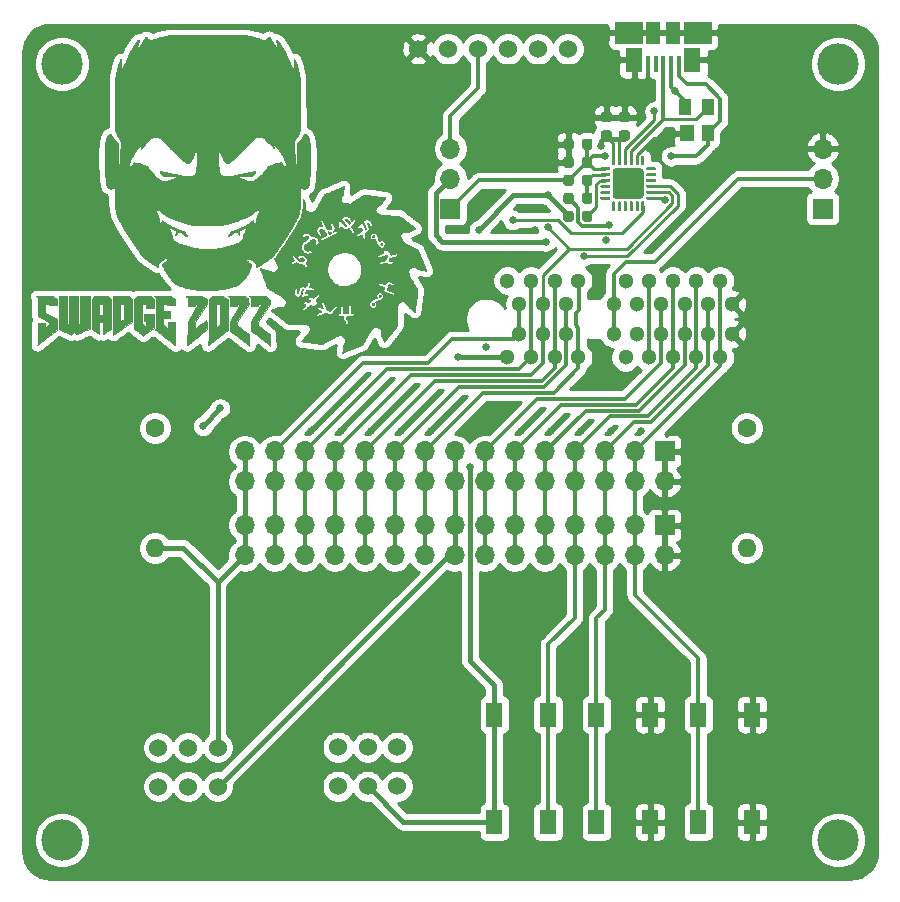
<source format=gtl>
G04 #@! TF.GenerationSoftware,KiCad,Pcbnew,(5.1.9)-1*
G04 #@! TF.CreationDate,2021-08-17T23:34:33-04:00*
G04 #@! TF.ProjectId,swadge-programmer,73776164-6765-42d7-9072-6f6772616d6d,rev?*
G04 #@! TF.SameCoordinates,Original*
G04 #@! TF.FileFunction,Copper,L1,Top*
G04 #@! TF.FilePolarity,Positive*
%FSLAX46Y46*%
G04 Gerber Fmt 4.6, Leading zero omitted, Abs format (unit mm)*
G04 Created by KiCad (PCBNEW (5.1.9)-1) date 2021-08-17 23:34:33*
%MOMM*%
%LPD*%
G01*
G04 APERTURE LIST*
G04 #@! TA.AperFunction,EtchedComponent*
%ADD10C,0.010000*%
G04 #@! TD*
G04 #@! TA.AperFunction,ComponentPad*
%ADD11O,1.700000X1.700000*%
G04 #@! TD*
G04 #@! TA.AperFunction,ComponentPad*
%ADD12R,1.700000X1.700000*%
G04 #@! TD*
G04 #@! TA.AperFunction,ComponentPad*
%ADD13C,1.300000*%
G04 #@! TD*
G04 #@! TA.AperFunction,ComponentPad*
%ADD14C,1.524000*%
G04 #@! TD*
G04 #@! TA.AperFunction,SMDPad,CuDef*
%ADD15R,1.175000X1.900000*%
G04 #@! TD*
G04 #@! TA.AperFunction,SMDPad,CuDef*
%ADD16R,2.375000X1.900000*%
G04 #@! TD*
G04 #@! TA.AperFunction,SMDPad,CuDef*
%ADD17R,1.475000X2.100000*%
G04 #@! TD*
G04 #@! TA.AperFunction,SMDPad,CuDef*
%ADD18R,0.450000X1.380000*%
G04 #@! TD*
G04 #@! TA.AperFunction,SMDPad,CuDef*
%ADD19R,1.000000X1.400000*%
G04 #@! TD*
G04 #@! TA.AperFunction,SMDPad,CuDef*
%ADD20R,1.200000X1.400000*%
G04 #@! TD*
G04 #@! TA.AperFunction,ComponentPad*
%ADD21C,3.510000*%
G04 #@! TD*
G04 #@! TA.AperFunction,ComponentPad*
%ADD22C,1.600000*%
G04 #@! TD*
G04 #@! TA.AperFunction,ComponentPad*
%ADD23O,1.600000X1.600000*%
G04 #@! TD*
G04 #@! TA.AperFunction,SMDPad,CuDef*
%ADD24R,1.400000X2.100000*%
G04 #@! TD*
G04 #@! TA.AperFunction,ViaPad*
%ADD25C,0.635000*%
G04 #@! TD*
G04 #@! TA.AperFunction,Conductor*
%ADD26C,0.304800*%
G04 #@! TD*
G04 #@! TA.AperFunction,Conductor*
%ADD27C,0.250000*%
G04 #@! TD*
G04 #@! TA.AperFunction,Conductor*
%ADD28C,0.400000*%
G04 #@! TD*
G04 #@! TA.AperFunction,Conductor*
%ADD29C,0.305000*%
G04 #@! TD*
G04 #@! TA.AperFunction,Conductor*
%ADD30C,0.254000*%
G04 #@! TD*
G04 #@! TA.AperFunction,Conductor*
%ADD31C,0.100000*%
G04 #@! TD*
G04 APERTURE END LIST*
D10*
G36*
X136371507Y-64501325D02*
G01*
X136377899Y-64505954D01*
X136382742Y-64514368D01*
X136386058Y-64528816D01*
X136387806Y-64550005D01*
X136387941Y-64578639D01*
X136386421Y-64615424D01*
X136383204Y-64661065D01*
X136378246Y-64716269D01*
X136371504Y-64781740D01*
X136362936Y-64858185D01*
X136352498Y-64946308D01*
X136349708Y-64969292D01*
X136342867Y-65024012D01*
X136336378Y-65070343D01*
X136329512Y-65110241D01*
X136321539Y-65145662D01*
X136311728Y-65178562D01*
X136299349Y-65210897D01*
X136283673Y-65244624D01*
X136263968Y-65281697D01*
X136239506Y-65324074D01*
X136209555Y-65373711D01*
X136182027Y-65418542D01*
X136100475Y-65550925D01*
X136115906Y-65619250D01*
X136129725Y-65676129D01*
X136143799Y-65724265D01*
X136159431Y-65767575D01*
X136177929Y-65809970D01*
X136183173Y-65820925D01*
X136206468Y-65864816D01*
X136229413Y-65900391D01*
X136251046Y-65926319D01*
X136269987Y-65941051D01*
X136287100Y-65947388D01*
X136312498Y-65952762D01*
X136346966Y-65957244D01*
X136391286Y-65960904D01*
X136446240Y-65963812D01*
X136512613Y-65966039D01*
X136559925Y-65967110D01*
X136610473Y-65968138D01*
X136662278Y-65969285D01*
X136712285Y-65970477D01*
X136757444Y-65971640D01*
X136794699Y-65972699D01*
X136811243Y-65973228D01*
X136897461Y-65976162D01*
X137039843Y-65886550D01*
X137121023Y-65835435D01*
X137203589Y-65783408D01*
X137286587Y-65731071D01*
X137369064Y-65679027D01*
X137450066Y-65627880D01*
X137528640Y-65578232D01*
X137603832Y-65530687D01*
X137674689Y-65485847D01*
X137740257Y-65444317D01*
X137799583Y-65406697D01*
X137851714Y-65373593D01*
X137895695Y-65345606D01*
X137930574Y-65323341D01*
X137949686Y-65311080D01*
X138063098Y-65238087D01*
X138125653Y-65238817D01*
X138139675Y-65239043D01*
X138153713Y-65239453D01*
X138168611Y-65240141D01*
X138185213Y-65241201D01*
X138204365Y-65242730D01*
X138226910Y-65244821D01*
X138253693Y-65247571D01*
X138285558Y-65251073D01*
X138323350Y-65255423D01*
X138367912Y-65260716D01*
X138420090Y-65267047D01*
X138480727Y-65274511D01*
X138550668Y-65283202D01*
X138630757Y-65293216D01*
X138721839Y-65304647D01*
X138814175Y-65316260D01*
X138957240Y-65334291D01*
X139088170Y-65350857D01*
X139207438Y-65366023D01*
X139315517Y-65379853D01*
X139412879Y-65392413D01*
X139499996Y-65403768D01*
X139577342Y-65413982D01*
X139645389Y-65423122D01*
X139704609Y-65431252D01*
X139755476Y-65438437D01*
X139798461Y-65444742D01*
X139834038Y-65450232D01*
X139862679Y-65454972D01*
X139884857Y-65459029D01*
X139901044Y-65462465D01*
X139911714Y-65465348D01*
X139917338Y-65467741D01*
X139918001Y-65468261D01*
X139918951Y-65477214D01*
X139911913Y-65494697D01*
X139896801Y-65520835D01*
X139873529Y-65555751D01*
X139842013Y-65599569D01*
X139802166Y-65652414D01*
X139753902Y-65714409D01*
X139709617Y-65770125D01*
X139653872Y-65838966D01*
X139604921Y-65897765D01*
X139562377Y-65946957D01*
X139525853Y-65986975D01*
X139494963Y-66018252D01*
X139469322Y-66041224D01*
X139466006Y-66043900D01*
X139434339Y-66065827D01*
X139393509Y-66089171D01*
X139346676Y-66112293D01*
X139297005Y-66133554D01*
X139281456Y-66139536D01*
X139248973Y-66154591D01*
X139220220Y-66174910D01*
X139192559Y-66202743D01*
X139163576Y-66240025D01*
X139127988Y-66296328D01*
X139099280Y-66355196D01*
X139078108Y-66414476D01*
X139065132Y-66472013D01*
X139061007Y-66525653D01*
X139064549Y-66564460D01*
X139075283Y-66605687D01*
X139092370Y-66643234D01*
X139117486Y-66679989D01*
X139152303Y-66718837D01*
X139156550Y-66723115D01*
X139187132Y-66751829D01*
X139220387Y-66779142D01*
X139257939Y-66806104D01*
X139301407Y-66833769D01*
X139352414Y-66863187D01*
X139412582Y-66895411D01*
X139458236Y-66918796D01*
X139588875Y-66984780D01*
X141083087Y-66994046D01*
X141444056Y-67276476D01*
X141513252Y-67330633D01*
X141587143Y-67388492D01*
X141663890Y-67448613D01*
X141741654Y-67509553D01*
X141818594Y-67569871D01*
X141892873Y-67628124D01*
X141962650Y-67682871D01*
X142026086Y-67732668D01*
X142080947Y-67775766D01*
X142146343Y-67827130D01*
X142202547Y-67871184D01*
X142250324Y-67908505D01*
X142290441Y-67939666D01*
X142323663Y-67965240D01*
X142350755Y-67985804D01*
X142372484Y-68001931D01*
X142389614Y-68014196D01*
X142402911Y-68023172D01*
X142413140Y-68029435D01*
X142421068Y-68033558D01*
X142427460Y-68036116D01*
X142428325Y-68036398D01*
X142442526Y-68045550D01*
X142446043Y-68060929D01*
X142438975Y-68083001D01*
X142438559Y-68083856D01*
X142433898Y-68092061D01*
X142427600Y-68099425D01*
X142418012Y-68106920D01*
X142403480Y-68115521D01*
X142382350Y-68126199D01*
X142352967Y-68139928D01*
X142313678Y-68157682D01*
X142311179Y-68158803D01*
X142271297Y-68176868D01*
X142223362Y-68198878D01*
X142170761Y-68223260D01*
X142116879Y-68248441D01*
X142065103Y-68272848D01*
X142040206Y-68284678D01*
X141987141Y-68309682D01*
X141943956Y-68329329D01*
X141909291Y-68344180D01*
X141881788Y-68354791D01*
X141860088Y-68361722D01*
X141843828Y-68365371D01*
X141826970Y-68367412D01*
X141805636Y-68368505D01*
X141778282Y-68368622D01*
X141743366Y-68367739D01*
X141699347Y-68365831D01*
X141644682Y-68362871D01*
X141625850Y-68361767D01*
X141579369Y-68359027D01*
X141536708Y-68356559D01*
X141499607Y-68354459D01*
X141469806Y-68352825D01*
X141449048Y-68351753D01*
X141439071Y-68351340D01*
X141438765Y-68351338D01*
X141427674Y-68355444D01*
X141409217Y-68366668D01*
X141385333Y-68383487D01*
X141357964Y-68404377D01*
X141329050Y-68427815D01*
X141300530Y-68452278D01*
X141274345Y-68476243D01*
X141254465Y-68496036D01*
X141232267Y-68520850D01*
X141211654Y-68546488D01*
X141195449Y-68569306D01*
X141188539Y-68581056D01*
X141180746Y-68597377D01*
X141175986Y-68611374D01*
X141173735Y-68626743D01*
X141173472Y-68647177D01*
X141174674Y-68676373D01*
X141174776Y-68678380D01*
X141177728Y-68715572D01*
X141183145Y-68748556D01*
X141192188Y-68783224D01*
X141200614Y-68809615D01*
X141237270Y-68902574D01*
X141284434Y-68995461D01*
X141340252Y-69085290D01*
X141402871Y-69169073D01*
X141469350Y-69242736D01*
X141482065Y-69255499D01*
X141493654Y-69267019D01*
X141504793Y-69277684D01*
X141516158Y-69287880D01*
X141528425Y-69297996D01*
X141542270Y-69308418D01*
X141558369Y-69319533D01*
X141577397Y-69331729D01*
X141600031Y-69345392D01*
X141626946Y-69360910D01*
X141658819Y-69378670D01*
X141696324Y-69399059D01*
X141740139Y-69422464D01*
X141790938Y-69449272D01*
X141849398Y-69479871D01*
X141916195Y-69514648D01*
X141992005Y-69553989D01*
X142077502Y-69598282D01*
X142173364Y-69647914D01*
X142208250Y-69665976D01*
X142271631Y-69698860D01*
X142332240Y-69730433D01*
X142389036Y-69760146D01*
X142440979Y-69787447D01*
X142487030Y-69811788D01*
X142526147Y-69832617D01*
X142557292Y-69849385D01*
X142579423Y-69861542D01*
X142591501Y-69868537D01*
X142592570Y-69869235D01*
X142616273Y-69887849D01*
X142638977Y-69909789D01*
X142658110Y-69932151D01*
X142671101Y-69952033D01*
X142675051Y-69962337D01*
X142677041Y-69970723D01*
X142680041Y-69980550D01*
X142684645Y-69993251D01*
X142691441Y-70010255D01*
X142701023Y-70032994D01*
X142713980Y-70062897D01*
X142730903Y-70101398D01*
X142752384Y-70149925D01*
X142754546Y-70154800D01*
X142766894Y-70182988D01*
X142783466Y-70221362D01*
X142803611Y-70268384D01*
X142826673Y-70322513D01*
X142851999Y-70382211D01*
X142878936Y-70445939D01*
X142906831Y-70512156D01*
X142935029Y-70579324D01*
X142951365Y-70618350D01*
X142989508Y-70709504D01*
X143023118Y-70789672D01*
X143052518Y-70859602D01*
X143078033Y-70920042D01*
X143099984Y-70971740D01*
X143118694Y-71015445D01*
X143134487Y-71051906D01*
X143147686Y-71081870D01*
X143158614Y-71106086D01*
X143167593Y-71125303D01*
X143174947Y-71140268D01*
X143180999Y-71151732D01*
X143183447Y-71156055D01*
X143192634Y-71174056D01*
X143198144Y-71189052D01*
X143198850Y-71193538D01*
X143201402Y-71204681D01*
X143208559Y-71225590D01*
X143219567Y-71254516D01*
X143233672Y-71289711D01*
X143250121Y-71329424D01*
X143268162Y-71371908D01*
X143287041Y-71415413D01*
X143306006Y-71458191D01*
X143324303Y-71498492D01*
X143341178Y-71534568D01*
X143355880Y-71564669D01*
X143367655Y-71587047D01*
X143370214Y-71591503D01*
X143380816Y-71618992D01*
X143381797Y-71641877D01*
X143379612Y-71659312D01*
X143374819Y-71667769D01*
X143365057Y-71670967D01*
X143363180Y-71671205D01*
X143351587Y-71670381D01*
X143330146Y-71666870D01*
X143301309Y-71661148D01*
X143267529Y-71653692D01*
X143242530Y-71647763D01*
X143208918Y-71639646D01*
X143165636Y-71629323D01*
X143115392Y-71617431D01*
X143060895Y-71604610D01*
X143004852Y-71591497D01*
X142949971Y-71578732D01*
X142941675Y-71576810D01*
X142867184Y-71559462D01*
X142803544Y-71544281D01*
X142749205Y-71530684D01*
X142702621Y-71518092D01*
X142662240Y-71505924D01*
X142626516Y-71493598D01*
X142593899Y-71480533D01*
X142562840Y-71466149D01*
X142531791Y-71449865D01*
X142499203Y-71431100D01*
X142463528Y-71409272D01*
X142423216Y-71383802D01*
X142417630Y-71380242D01*
X142380304Y-71356265D01*
X142351575Y-71338176D01*
X142329020Y-71325549D01*
X142310218Y-71317958D01*
X142292744Y-71314976D01*
X142274178Y-71316178D01*
X142252097Y-71321138D01*
X142224078Y-71329428D01*
X142189424Y-71340102D01*
X142125485Y-71362530D01*
X142065685Y-71389427D01*
X142011525Y-71419786D01*
X141964506Y-71452597D01*
X141926129Y-71486853D01*
X141897895Y-71521545D01*
X141885506Y-71544285D01*
X141873857Y-71581363D01*
X141865890Y-71628335D01*
X141861575Y-71682950D01*
X141860882Y-71742955D01*
X141863780Y-71806099D01*
X141870241Y-71870132D01*
X141880235Y-71932800D01*
X141891322Y-71982682D01*
X141899142Y-72009039D01*
X141910226Y-72039287D01*
X141924870Y-72073958D01*
X141943373Y-72113585D01*
X141966031Y-72158700D01*
X141993140Y-72209834D01*
X142024998Y-72267520D01*
X142061902Y-72332290D01*
X142104147Y-72404676D01*
X142152033Y-72485211D01*
X142205854Y-72574426D01*
X142265908Y-72672854D01*
X142332493Y-72781026D01*
X142375420Y-72850375D01*
X142419629Y-72921709D01*
X142457641Y-72983182D01*
X142489984Y-73035707D01*
X142517186Y-73080196D01*
X142539773Y-73117562D01*
X142558274Y-73148718D01*
X142573216Y-73174577D01*
X142585126Y-73196052D01*
X142594532Y-73214055D01*
X142601962Y-73229498D01*
X142607942Y-73243296D01*
X142613001Y-73256360D01*
X142617621Y-73269475D01*
X142622219Y-73285359D01*
X142625396Y-73302879D01*
X142627078Y-73323356D01*
X142627194Y-73348116D01*
X142625669Y-73378482D01*
X142622430Y-73415780D01*
X142617405Y-73461332D01*
X142610519Y-73516464D01*
X142601699Y-73582499D01*
X142599347Y-73599675D01*
X142590331Y-73665562D01*
X142580350Y-73738986D01*
X142569580Y-73818621D01*
X142558198Y-73903142D01*
X142546379Y-73991223D01*
X142534299Y-74081539D01*
X142522134Y-74172766D01*
X142510061Y-74263577D01*
X142498254Y-74352647D01*
X142486890Y-74438652D01*
X142476144Y-74520265D01*
X142466193Y-74596162D01*
X142457212Y-74665017D01*
X142449378Y-74725505D01*
X142442866Y-74776301D01*
X142437852Y-74816079D01*
X142437112Y-74822050D01*
X142428230Y-74893501D01*
X142420645Y-74953331D01*
X142414191Y-75002534D01*
X142408702Y-75042105D01*
X142404013Y-75073038D01*
X142399956Y-75096328D01*
X142396366Y-75112967D01*
X142393077Y-75123952D01*
X142389924Y-75130276D01*
X142386739Y-75132934D01*
X142385169Y-75133200D01*
X142374121Y-75129220D01*
X142354662Y-75117920D01*
X142328010Y-75100258D01*
X142295386Y-75077193D01*
X142258008Y-75049683D01*
X142217096Y-75018686D01*
X142173870Y-74985162D01*
X142129548Y-74950068D01*
X142085351Y-74914363D01*
X142042497Y-74879005D01*
X142002206Y-74844953D01*
X141965697Y-74813165D01*
X141934189Y-74784600D01*
X141908903Y-74760217D01*
X141903146Y-74754314D01*
X141870896Y-74718547D01*
X141836982Y-74676585D01*
X141800069Y-74626700D01*
X141759147Y-74567639D01*
X141721714Y-74512790D01*
X141689664Y-74467405D01*
X141661716Y-74430136D01*
X141636589Y-74399636D01*
X141613000Y-74374558D01*
X141589670Y-74353555D01*
X141565315Y-74335279D01*
X141538656Y-74318384D01*
X141508410Y-74301522D01*
X141503591Y-74298968D01*
X141446312Y-74271140D01*
X141395802Y-74252260D01*
X141349967Y-74242178D01*
X141306715Y-74240744D01*
X141263953Y-74247809D01*
X141219589Y-74263221D01*
X141191051Y-74276555D01*
X141145130Y-74305952D01*
X141100573Y-74346259D01*
X141058438Y-74395692D01*
X141019784Y-74452465D01*
X140985671Y-74514791D01*
X140957159Y-74580886D01*
X140935306Y-74648964D01*
X140921171Y-74717238D01*
X140918816Y-74735468D01*
X140917797Y-74750430D01*
X140916707Y-74777105D01*
X140915561Y-74814505D01*
X140914371Y-74861644D01*
X140913152Y-74917535D01*
X140911917Y-74981190D01*
X140910678Y-75051623D01*
X140909451Y-75127846D01*
X140908247Y-75208873D01*
X140907081Y-75293717D01*
X140905966Y-75381390D01*
X140904915Y-75470906D01*
X140903942Y-75561277D01*
X140903060Y-75651517D01*
X140902283Y-75740638D01*
X140901624Y-75827653D01*
X140901096Y-75911576D01*
X140900714Y-75991419D01*
X140900490Y-76066196D01*
X140900461Y-76083434D01*
X140900150Y-76306593D01*
X140838724Y-76388234D01*
X140816368Y-76417841D01*
X140792709Y-76448948D01*
X140767057Y-76482443D01*
X140738723Y-76519213D01*
X140707015Y-76560148D01*
X140671244Y-76606135D01*
X140630719Y-76658062D01*
X140584750Y-76716818D01*
X140532646Y-76783291D01*
X140473718Y-76858369D01*
X140439702Y-76901675D01*
X140395942Y-76957438D01*
X140349256Y-77017050D01*
X140301355Y-77078315D01*
X140253952Y-77139039D01*
X140208759Y-77197029D01*
X140167490Y-77250090D01*
X140131856Y-77296027D01*
X140122534Y-77308075D01*
X140062178Y-77385727D01*
X140008973Y-77453309D01*
X139962693Y-77511088D01*
X139923110Y-77559330D01*
X139889998Y-77598303D01*
X139863129Y-77628272D01*
X139842278Y-77649506D01*
X139827215Y-77662270D01*
X139817716Y-77666831D01*
X139817258Y-77666850D01*
X139804636Y-77660783D01*
X139789542Y-77643041D01*
X139772420Y-77614308D01*
X139753714Y-77575270D01*
X139745375Y-77555684D01*
X139733167Y-77526861D01*
X139716868Y-77489516D01*
X139697802Y-77446614D01*
X139677289Y-77401123D01*
X139656651Y-77356009D01*
X139650021Y-77341672D01*
X139621915Y-77280873D01*
X139598782Y-77230132D01*
X139580140Y-77188038D01*
X139565509Y-77153179D01*
X139554409Y-77124143D01*
X139546360Y-77099518D01*
X139540880Y-77077893D01*
X139537490Y-77057855D01*
X139535709Y-77037994D01*
X139535057Y-77016897D01*
X139535006Y-77003709D01*
X139535663Y-76979186D01*
X139537428Y-76945097D01*
X139540099Y-76904506D01*
X139543472Y-76860480D01*
X139547345Y-76816083D01*
X139547654Y-76812775D01*
X139560196Y-76679425D01*
X139511035Y-76633168D01*
X139457022Y-76583726D01*
X139407512Y-76541196D01*
X139363422Y-76506303D01*
X139325667Y-76479774D01*
X139296822Y-76463138D01*
X139239336Y-76441812D01*
X139176075Y-76430652D01*
X139108641Y-76429486D01*
X139038632Y-76438139D01*
X138967648Y-76456438D01*
X138897290Y-76484209D01*
X138844060Y-76512226D01*
X138820244Y-76528874D01*
X138790877Y-76553431D01*
X138758116Y-76583712D01*
X138724117Y-76617533D01*
X138691037Y-76652708D01*
X138661033Y-76687054D01*
X138636261Y-76718384D01*
X138625740Y-76733400D01*
X138612317Y-76754658D01*
X138594182Y-76784669D01*
X138572731Y-76821054D01*
X138549361Y-76861429D01*
X138525468Y-76903416D01*
X138512936Y-76925749D01*
X138493461Y-76960482D01*
X138468725Y-77004349D01*
X138439794Y-77055472D01*
X138407732Y-77111975D01*
X138373608Y-77171981D01*
X138338486Y-77233611D01*
X138303433Y-77294988D01*
X138278533Y-77338499D01*
X138244834Y-77397351D01*
X138210787Y-77456851D01*
X138177370Y-77515285D01*
X138145563Y-77570942D01*
X138116344Y-77622107D01*
X138090690Y-77667070D01*
X138069582Y-77704117D01*
X138056471Y-77727175D01*
X138034597Y-77765059D01*
X138012480Y-77802226D01*
X137991698Y-77836105D01*
X137973830Y-77864123D01*
X137960455Y-77883710D01*
X137959989Y-77884346D01*
X137947195Y-77901288D01*
X137935963Y-77914246D01*
X137923872Y-77924967D01*
X137908502Y-77935203D01*
X137887434Y-77946700D01*
X137858247Y-77961210D01*
X137844238Y-77968016D01*
X137806878Y-77985809D01*
X137766393Y-78004566D01*
X137727521Y-78022122D01*
X137695001Y-78036309D01*
X137693400Y-78036988D01*
X137675686Y-78044289D01*
X137647170Y-78055807D01*
X137608875Y-78071138D01*
X137561828Y-78089878D01*
X137507055Y-78111623D01*
X137445580Y-78135968D01*
X137378431Y-78162509D01*
X137306632Y-78190843D01*
X137231209Y-78220564D01*
X137153188Y-78251269D01*
X137073595Y-78282554D01*
X136993454Y-78314014D01*
X136913793Y-78345244D01*
X136835636Y-78375842D01*
X136760009Y-78405402D01*
X136687939Y-78433521D01*
X136625961Y-78457651D01*
X136554862Y-78485519D01*
X136495030Y-78509475D01*
X136445759Y-78529838D01*
X136406342Y-78546929D01*
X136376071Y-78561065D01*
X136354240Y-78572569D01*
X136340142Y-78581758D01*
X136333070Y-78588953D01*
X136332328Y-78590449D01*
X136323794Y-78597303D01*
X136308502Y-78600194D01*
X136291831Y-78598898D01*
X136279159Y-78593191D01*
X136278620Y-78592680D01*
X136273282Y-78581340D01*
X136271001Y-78564586D01*
X136271000Y-78564224D01*
X136271977Y-78548412D01*
X136274750Y-78521706D01*
X136279079Y-78485749D01*
X136284725Y-78442182D01*
X136291448Y-78392648D01*
X136299008Y-78338789D01*
X136307166Y-78282247D01*
X136315682Y-78224664D01*
X136324318Y-78167683D01*
X136332833Y-78112945D01*
X136340988Y-78062094D01*
X136348544Y-78016770D01*
X136355260Y-77978616D01*
X136360155Y-77952930D01*
X136371698Y-77907351D01*
X136388385Y-77861852D01*
X136411292Y-77814158D01*
X136441492Y-77761988D01*
X136473447Y-77712799D01*
X136497576Y-77676503D01*
X136515079Y-77648616D01*
X136526892Y-77627344D01*
X136533952Y-77610893D01*
X136537195Y-77597469D01*
X136537700Y-77589670D01*
X136534650Y-77575577D01*
X136526126Y-77552345D01*
X136513064Y-77521794D01*
X136496400Y-77485748D01*
X136477071Y-77446029D01*
X136456013Y-77404460D01*
X136434162Y-77362864D01*
X136412455Y-77323063D01*
X136391828Y-77286879D01*
X136373217Y-77256136D01*
X136357559Y-77232656D01*
X136348153Y-77220726D01*
X136305517Y-77182803D01*
X136254244Y-77153136D01*
X136195687Y-77132141D01*
X136131199Y-77120232D01*
X136062132Y-77117825D01*
X136022253Y-77120750D01*
X135974679Y-77127196D01*
X135929280Y-77136027D01*
X135884388Y-77147895D01*
X135838338Y-77163453D01*
X135789461Y-77183355D01*
X135736090Y-77208254D01*
X135676559Y-77238802D01*
X135609199Y-77275654D01*
X135569325Y-77298210D01*
X135525428Y-77323219D01*
X135474496Y-77352153D01*
X135417726Y-77384337D01*
X135356314Y-77419099D01*
X135291456Y-77455765D01*
X135224348Y-77493660D01*
X135156186Y-77532111D01*
X135088168Y-77570444D01*
X135021488Y-77607985D01*
X134957344Y-77644061D01*
X134896931Y-77677998D01*
X134841446Y-77709121D01*
X134792084Y-77736758D01*
X134750044Y-77760234D01*
X134716519Y-77778875D01*
X134692708Y-77792008D01*
X134690607Y-77793156D01*
X134637333Y-77820693D01*
X134591506Y-77840771D01*
X134550881Y-77854134D01*
X134513211Y-77861527D01*
X134477875Y-77863700D01*
X134460726Y-77862795D01*
X134432745Y-77860219D01*
X134395661Y-77856179D01*
X134351204Y-77850881D01*
X134301102Y-77844531D01*
X134247085Y-77837336D01*
X134190880Y-77829503D01*
X134186895Y-77828935D01*
X134121346Y-77819588D01*
X134048598Y-77809259D01*
X133969863Y-77798117D01*
X133886353Y-77786331D01*
X133799279Y-77774070D01*
X133709852Y-77761504D01*
X133619285Y-77748801D01*
X133528789Y-77736132D01*
X133439576Y-77723665D01*
X133352857Y-77711570D01*
X133269844Y-77700016D01*
X133191749Y-77689172D01*
X133119784Y-77679208D01*
X133055159Y-77670292D01*
X132999087Y-77662594D01*
X132952780Y-77656284D01*
X132917448Y-77651530D01*
X132908675Y-77650367D01*
X132869770Y-77645029D01*
X132835127Y-77639876D01*
X132806735Y-77635238D01*
X132786586Y-77631442D01*
X132776671Y-77628818D01*
X132776107Y-77628478D01*
X132773337Y-77623881D01*
X132773420Y-77617146D01*
X132776846Y-77607671D01*
X132784110Y-77594854D01*
X132795704Y-77578093D01*
X132812119Y-77556787D01*
X132833849Y-77530332D01*
X132861385Y-77498127D01*
X132895221Y-77459571D01*
X132935848Y-77414060D01*
X132983760Y-77360995D01*
X133039449Y-77299771D01*
X133092779Y-77241400D01*
X133143778Y-77185590D01*
X133187137Y-77137944D01*
X133223850Y-77097313D01*
X133254914Y-77062549D01*
X133281322Y-77032503D01*
X133304070Y-77006025D01*
X133324152Y-76981969D01*
X133342565Y-76959184D01*
X133360302Y-76936522D01*
X133378359Y-76912835D01*
X133384803Y-76904270D01*
X133428696Y-76840957D01*
X133463842Y-76779946D01*
X133489404Y-76722798D01*
X133500354Y-76688950D01*
X133506779Y-76655120D01*
X133510636Y-76613781D01*
X133511932Y-76568878D01*
X133510670Y-76524360D01*
X133506855Y-76484173D01*
X133500492Y-76452265D01*
X133500067Y-76450825D01*
X133475140Y-76389178D01*
X133439941Y-76334903D01*
X133394847Y-76288456D01*
X133340239Y-76250291D01*
X133327575Y-76243360D01*
X133291086Y-76225890D01*
X133255948Y-76213068D01*
X133218325Y-76203879D01*
X133174380Y-76197311D01*
X133140450Y-76193953D01*
X133111636Y-76191882D01*
X133071294Y-76189558D01*
X133020590Y-76187021D01*
X132960692Y-76184311D01*
X132892767Y-76181468D01*
X132817982Y-76178530D01*
X132737505Y-76175537D01*
X132652504Y-76172529D01*
X132564146Y-76169545D01*
X132473598Y-76166624D01*
X132382029Y-76163806D01*
X132290604Y-76161131D01*
X132200492Y-76158637D01*
X132112860Y-76156365D01*
X132028876Y-76154354D01*
X131949707Y-76152642D01*
X131878424Y-76151303D01*
X131635573Y-76147144D01*
X131345024Y-75918646D01*
X131229050Y-75827420D01*
X131122532Y-75743592D01*
X131024927Y-75666729D01*
X130935689Y-75596402D01*
X130854276Y-75532179D01*
X130780142Y-75473629D01*
X130712743Y-75420322D01*
X130674621Y-75390117D01*
X134036539Y-75390117D01*
X134038007Y-75428014D01*
X134042251Y-75447888D01*
X134051240Y-75469083D01*
X134065604Y-75484149D01*
X134087018Y-75493797D01*
X134117156Y-75498736D01*
X134157691Y-75499679D01*
X134163902Y-75499542D01*
X134190452Y-75498246D01*
X134207921Y-75495452D01*
X134219913Y-75490283D01*
X134227871Y-75483956D01*
X134242572Y-75474362D01*
X134264068Y-75465006D01*
X134279502Y-75460159D01*
X134296505Y-75455240D01*
X134316516Y-75448437D01*
X134340634Y-75439282D01*
X134369954Y-75427309D01*
X134405572Y-75412050D01*
X134448586Y-75393038D01*
X134500091Y-75369807D01*
X134546146Y-75348762D01*
X135834629Y-75348762D01*
X135836172Y-75384048D01*
X135850042Y-75418591D01*
X135875870Y-75451566D01*
X135884724Y-75459985D01*
X135900379Y-75473345D01*
X135915468Y-75483971D01*
X135931657Y-75492175D01*
X135950614Y-75498265D01*
X135974007Y-75502550D01*
X136003503Y-75505342D01*
X136040769Y-75506949D01*
X136087473Y-75507682D01*
X136142405Y-75507850D01*
X136191805Y-75507900D01*
X136229917Y-75508116D01*
X136258153Y-75508598D01*
X136277925Y-75509444D01*
X136290644Y-75510755D01*
X136297723Y-75512629D01*
X136300573Y-75515166D01*
X136300605Y-75518464D01*
X136300474Y-75518962D01*
X136294441Y-75546285D01*
X136289575Y-75579234D01*
X136286377Y-75612939D01*
X136285349Y-75642532D01*
X136286164Y-75657993D01*
X136296925Y-75708087D01*
X136317849Y-75759485D01*
X136349444Y-75813139D01*
X136392217Y-75870000D01*
X136410962Y-75892025D01*
X136437599Y-75923312D01*
X136456726Y-75948807D01*
X136469796Y-75971717D01*
X136478261Y-75995251D01*
X136483571Y-76022614D01*
X136487179Y-76057016D01*
X136487519Y-76061178D01*
X136492247Y-76108897D01*
X136498337Y-76145812D01*
X136506608Y-76173808D01*
X136517881Y-76194771D01*
X136532977Y-76210585D01*
X136552715Y-76223136D01*
X136559425Y-76226434D01*
X136591128Y-76235009D01*
X136626032Y-76234319D01*
X136658965Y-76224651D01*
X136666878Y-76220520D01*
X136684396Y-76206873D01*
X136699865Y-76189538D01*
X136700737Y-76188277D01*
X136713985Y-76164282D01*
X136728061Y-76131473D01*
X136741579Y-76093545D01*
X136753153Y-76054191D01*
X136757098Y-76038137D01*
X136762370Y-76010299D01*
X136764290Y-75984591D01*
X136762226Y-75959649D01*
X136755545Y-75934111D01*
X136743615Y-75906615D01*
X136725804Y-75875797D01*
X136701478Y-75840295D01*
X136670005Y-75798746D01*
X136630754Y-75749787D01*
X136613511Y-75728767D01*
X136590727Y-75700739D01*
X136571082Y-75675850D01*
X136555901Y-75655836D01*
X136546507Y-75642437D01*
X136544050Y-75637662D01*
X136548111Y-75628670D01*
X136558939Y-75612931D01*
X136574498Y-75592856D01*
X136592754Y-75570854D01*
X136611669Y-75549332D01*
X136629211Y-75530702D01*
X136643343Y-75517371D01*
X136649515Y-75512816D01*
X136667214Y-75505903D01*
X136696234Y-75499195D01*
X136736844Y-75492655D01*
X136789313Y-75486246D01*
X136853911Y-75479932D01*
X136930907Y-75473674D01*
X136940925Y-75472931D01*
X137009637Y-75467626D01*
X137067003Y-75462624D01*
X137114368Y-75457777D01*
X137153078Y-75452936D01*
X137184479Y-75447952D01*
X137205560Y-75443690D01*
X137225253Y-75436836D01*
X137239633Y-75425323D01*
X137249569Y-75407325D01*
X137255932Y-75381021D01*
X137259591Y-75344585D01*
X137260411Y-75328702D01*
X137261494Y-75300237D01*
X137261394Y-75281392D01*
X137259502Y-75269098D01*
X137255207Y-75260289D01*
X137247900Y-75251898D01*
X137244463Y-75248436D01*
X137230496Y-75237510D01*
X137211891Y-75228979D01*
X137186760Y-75222385D01*
X137153217Y-75217266D01*
X137109373Y-75213163D01*
X137095664Y-75212179D01*
X137034503Y-75208002D01*
X137030317Y-75162663D01*
X137022076Y-75075040D01*
X137014083Y-74993214D01*
X137006441Y-74918126D01*
X136999254Y-74850719D01*
X136992626Y-74791932D01*
X136986660Y-74742707D01*
X136981461Y-74703985D01*
X136977132Y-74676707D01*
X136976046Y-74671032D01*
X136965240Y-74626709D01*
X136952441Y-74593594D01*
X136936377Y-74570212D01*
X136915773Y-74555092D01*
X136889354Y-74546760D01*
X136866244Y-74544151D01*
X136834770Y-74545235D01*
X136808198Y-74552774D01*
X136786380Y-74567367D01*
X136769165Y-74589615D01*
X136756407Y-74620119D01*
X136747954Y-74659479D01*
X136743660Y-74708296D01*
X136743373Y-74767169D01*
X136746947Y-74836699D01*
X136754231Y-74917487D01*
X136760280Y-74971275D01*
X136766688Y-75029272D01*
X136770538Y-75076183D01*
X136771666Y-75113394D01*
X136769913Y-75142289D01*
X136765115Y-75164254D01*
X136757112Y-75180675D01*
X136745742Y-75192937D01*
X136733462Y-75201040D01*
X136726003Y-75204480D01*
X136716631Y-75207211D01*
X136703808Y-75209336D01*
X136685995Y-75210960D01*
X136661654Y-75212186D01*
X136629246Y-75213118D01*
X136587232Y-75213860D01*
X136534073Y-75214515D01*
X136533439Y-75214522D01*
X136354553Y-75216469D01*
X136350747Y-75182772D01*
X136349033Y-75166386D01*
X136346409Y-75139781D01*
X136343108Y-75105384D01*
X136339361Y-75065625D01*
X136335403Y-75022932D01*
X136334159Y-75009375D01*
X136326842Y-74931040D01*
X136320173Y-74864326D01*
X136313879Y-74808184D01*
X136307687Y-74761567D01*
X136301326Y-74723428D01*
X136294524Y-74692721D01*
X136287007Y-74668397D01*
X136278504Y-74649410D01*
X136268743Y-74634712D01*
X136257450Y-74623258D01*
X136244354Y-74613998D01*
X136229244Y-74605917D01*
X136195206Y-74595751D01*
X136161884Y-74597582D01*
X136130906Y-74610743D01*
X136103901Y-74634562D01*
X136083767Y-74665717D01*
X136066734Y-74700532D01*
X136068854Y-74945915D01*
X136070975Y-75191298D01*
X136050849Y-75209327D01*
X136033513Y-75221256D01*
X136009866Y-75230528D01*
X135980999Y-75237609D01*
X135929470Y-75251484D01*
X135889517Y-75269657D01*
X135860634Y-75292512D01*
X135842315Y-75320434D01*
X135834629Y-75348762D01*
X134546146Y-75348762D01*
X134561185Y-75341890D01*
X134610475Y-75319202D01*
X134655869Y-75298517D01*
X134699408Y-75279158D01*
X134739236Y-75261913D01*
X134773497Y-75247572D01*
X134800335Y-75236922D01*
X134817894Y-75230753D01*
X134820025Y-75230153D01*
X134858125Y-75220200D01*
X134963744Y-75262237D01*
X135036868Y-75290284D01*
X135100743Y-75312443D01*
X135157070Y-75329255D01*
X135207552Y-75341262D01*
X135220117Y-75343697D01*
X135244389Y-75347446D01*
X135262034Y-75347620D01*
X135278701Y-75343898D01*
X135290452Y-75339710D01*
X135310908Y-75329169D01*
X135334458Y-75311690D01*
X135361822Y-75286551D01*
X135393719Y-75253029D01*
X135430872Y-75210401D01*
X135473999Y-75157945D01*
X135483654Y-75145900D01*
X135514091Y-75107919D01*
X135547745Y-75066151D01*
X135581581Y-75024347D01*
X135612565Y-74986258D01*
X135630022Y-74964925D01*
X135681824Y-74899681D01*
X135723904Y-74841907D01*
X135756507Y-74791197D01*
X135779874Y-74747148D01*
X135794250Y-74709352D01*
X135799536Y-74682350D01*
X135800304Y-74665598D01*
X135797452Y-74653614D01*
X135788922Y-74641887D01*
X135774640Y-74627778D01*
X135752626Y-74609113D01*
X135726907Y-74590259D01*
X135713417Y-74581572D01*
X135679710Y-74561362D01*
X135662617Y-74573631D01*
X135645610Y-74587713D01*
X135622006Y-74609914D01*
X135593334Y-74638587D01*
X135561118Y-74672089D01*
X135526887Y-74708775D01*
X135492166Y-74746999D01*
X135458482Y-74785116D01*
X135427362Y-74821482D01*
X135400332Y-74854452D01*
X135391195Y-74866078D01*
X135364012Y-74900548D01*
X135335819Y-74935182D01*
X135308874Y-74967284D01*
X135285431Y-74994159D01*
X135270275Y-75010540D01*
X135249028Y-75031734D01*
X135231384Y-75046208D01*
X135214711Y-75054326D01*
X135196380Y-75056449D01*
X135173758Y-75052941D01*
X135144215Y-75044164D01*
X135110825Y-75032521D01*
X135056155Y-75011806D01*
X135012255Y-74992115D01*
X134977402Y-74972180D01*
X134949873Y-74950731D01*
X134927946Y-74926501D01*
X134909900Y-74898221D01*
X134899265Y-74876690D01*
X134892520Y-74860046D01*
X134882684Y-74833402D01*
X134870489Y-74798865D01*
X134856672Y-74758545D01*
X134841966Y-74714550D01*
X134829367Y-74676000D01*
X134806084Y-74604382D01*
X134786068Y-74543832D01*
X134774150Y-74508731D01*
X138523044Y-74508731D01*
X138532756Y-74549363D01*
X138552133Y-74594843D01*
X138575292Y-74632339D01*
X138606990Y-74670451D01*
X138644618Y-74706974D01*
X138685565Y-74739704D01*
X138727223Y-74766439D01*
X138766981Y-74784974D01*
X138783172Y-74789956D01*
X138809009Y-74793724D01*
X138843435Y-74795043D01*
X138882619Y-74794124D01*
X138922733Y-74791176D01*
X138959947Y-74786409D01*
X138990430Y-74780034D01*
X138996386Y-74778266D01*
X139041128Y-74757442D01*
X139080625Y-74726295D01*
X139113418Y-74686628D01*
X139138045Y-74640240D01*
X139153044Y-74588935D01*
X139153878Y-74584102D01*
X139156319Y-74529650D01*
X139146342Y-74473248D01*
X139124026Y-74415201D01*
X139097887Y-74368639D01*
X139085254Y-74346881D01*
X139074676Y-74325330D01*
X139070651Y-74315109D01*
X139066562Y-74299415D01*
X139068493Y-74289950D01*
X139076103Y-74282315D01*
X139085445Y-74276940D01*
X139104689Y-74267500D01*
X139132018Y-74254828D01*
X139165617Y-74239757D01*
X139203669Y-74223119D01*
X139227785Y-74212772D01*
X139316003Y-74174523D01*
X139392958Y-74139615D01*
X139459482Y-74107522D01*
X139516408Y-74077716D01*
X139564569Y-74049670D01*
X139604797Y-74022856D01*
X139637926Y-73996748D01*
X139664787Y-73970818D01*
X139686215Y-73944538D01*
X139703040Y-73917380D01*
X139707252Y-73909114D01*
X139721325Y-73866001D01*
X139724915Y-73816821D01*
X139718116Y-73762540D01*
X139701024Y-73704121D01*
X139683037Y-73661393D01*
X139652136Y-73610277D01*
X139611853Y-73566280D01*
X139563974Y-73530477D01*
X139510287Y-73503941D01*
X139452577Y-73487744D01*
X139392631Y-73482962D01*
X139386397Y-73483160D01*
X139358333Y-73484966D01*
X139337933Y-73488446D01*
X139320166Y-73494979D01*
X139299997Y-73505945D01*
X139297217Y-73507600D01*
X139272188Y-73524555D01*
X139244321Y-73546607D01*
X139216081Y-73571442D01*
X139189935Y-73596745D01*
X139168348Y-73620206D01*
X139153785Y-73639509D01*
X139150717Y-73645037D01*
X139145376Y-73664510D01*
X139142396Y-73692976D01*
X139141669Y-73726972D01*
X139143086Y-73763034D01*
X139146538Y-73797698D01*
X139151916Y-73827500D01*
X139156978Y-73844150D01*
X139164775Y-73868803D01*
X139170258Y-73894904D01*
X139171062Y-73901300D01*
X139170080Y-73926022D01*
X139160622Y-73943915D01*
X139141330Y-73956466D01*
X139113189Y-73964682D01*
X139073864Y-73976586D01*
X139027773Y-73996777D01*
X138976551Y-74024022D01*
X138921838Y-74057088D01*
X138865269Y-74094740D01*
X138808483Y-74135745D01*
X138753115Y-74178869D01*
X138700804Y-74222878D01*
X138653187Y-74266538D01*
X138611901Y-74308615D01*
X138578583Y-74347876D01*
X138554870Y-74383087D01*
X138552699Y-74387075D01*
X138533007Y-74430617D01*
X138523124Y-74470159D01*
X138523044Y-74508731D01*
X134774150Y-74508731D01*
X134768897Y-74493264D01*
X134754146Y-74451592D01*
X134741394Y-74417731D01*
X134730218Y-74390596D01*
X134720195Y-74369103D01*
X134710903Y-74352164D01*
X134701917Y-74338697D01*
X134694293Y-74329265D01*
X134663289Y-74301507D01*
X134630862Y-74285916D01*
X134598310Y-74282254D01*
X134566933Y-74290282D01*
X134538030Y-74309765D01*
X134512900Y-74340462D01*
X134499863Y-74364850D01*
X134493571Y-74380683D01*
X134489519Y-74396750D01*
X134487954Y-74414486D01*
X134489120Y-74435329D01*
X134493261Y-74460714D01*
X134500624Y-74492079D01*
X134511452Y-74530859D01*
X134525991Y-74578492D01*
X134544487Y-74636414D01*
X134548054Y-74647425D01*
X134565094Y-74701865D01*
X134577266Y-74745394D01*
X134584703Y-74778771D01*
X134587539Y-74802758D01*
X134585906Y-74818117D01*
X134579939Y-74825608D01*
X134579266Y-74825895D01*
X134568945Y-74824900D01*
X134548794Y-74818457D01*
X134520201Y-74807075D01*
X134484552Y-74791261D01*
X134484458Y-74791217D01*
X134437801Y-74769995D01*
X134400180Y-74753787D01*
X134369297Y-74741879D01*
X134342855Y-74733559D01*
X134318555Y-74728111D01*
X134294099Y-74724822D01*
X134267189Y-74722978D01*
X134264400Y-74722851D01*
X134215799Y-74723142D01*
X134177838Y-74729161D01*
X134149557Y-74741468D01*
X134129997Y-74760622D01*
X134118196Y-74787182D01*
X134114047Y-74810397D01*
X134113864Y-74847355D01*
X134122758Y-74877819D01*
X134142072Y-74905369D01*
X134154271Y-74917540D01*
X134173734Y-74932329D01*
X134202294Y-74950011D01*
X134237104Y-74969175D01*
X134275313Y-74988411D01*
X134314073Y-75006307D01*
X134350533Y-75021450D01*
X134381844Y-75032431D01*
X134391901Y-75035244D01*
X134422697Y-75045744D01*
X134445978Y-75059087D01*
X134460770Y-75073947D01*
X134466101Y-75088996D01*
X134460996Y-75102908D01*
X134448550Y-75112429D01*
X134433642Y-75119627D01*
X134409629Y-75130630D01*
X134379105Y-75144303D01*
X134344666Y-75159513D01*
X134308907Y-75175126D01*
X134274423Y-75190009D01*
X134243809Y-75203028D01*
X134219661Y-75213049D01*
X134205335Y-75218665D01*
X134181819Y-75229889D01*
X134152992Y-75247529D01*
X134122366Y-75269015D01*
X134093452Y-75291778D01*
X134069763Y-75313246D01*
X134057712Y-75326720D01*
X134043269Y-75355091D01*
X134036539Y-75390117D01*
X130674621Y-75390117D01*
X130651536Y-75371827D01*
X130595975Y-75327713D01*
X130545516Y-75287550D01*
X130499616Y-75250905D01*
X130457729Y-75217350D01*
X130419312Y-75186452D01*
X130385255Y-75158942D01*
X130345755Y-75126967D01*
X130308957Y-75097183D01*
X130276145Y-75070631D01*
X130248604Y-75048350D01*
X130227618Y-75031378D01*
X130214472Y-75020755D01*
X130210943Y-75017911D01*
X130203413Y-75009357D01*
X130203962Y-75000959D01*
X130213638Y-74991585D01*
X130233491Y-74980102D01*
X130255958Y-74969301D01*
X130275119Y-74960986D01*
X130303782Y-74949219D01*
X130340295Y-74934629D01*
X130383008Y-74917843D01*
X130430267Y-74899489D01*
X130455892Y-74889630D01*
X132876336Y-74889630D01*
X132876777Y-74918372D01*
X132889494Y-74944356D01*
X132914585Y-74967777D01*
X132916506Y-74969119D01*
X132945900Y-74986836D01*
X132971669Y-74995481D01*
X132997710Y-74995381D01*
X133027917Y-74986864D01*
X133044910Y-74979938D01*
X133061642Y-74971538D01*
X133081130Y-74959456D01*
X133104139Y-74943051D01*
X133131435Y-74921682D01*
X133163781Y-74894707D01*
X133201942Y-74861487D01*
X133246684Y-74821380D01*
X133298770Y-74773746D01*
X133358967Y-74717943D01*
X133371827Y-74705950D01*
X133423472Y-74658303D01*
X133466509Y-74619803D01*
X133501048Y-74590362D01*
X133527195Y-74569889D01*
X133545060Y-74558295D01*
X133553611Y-74555350D01*
X133563389Y-74558932D01*
X133580130Y-74568471D01*
X133600752Y-74582152D01*
X133607938Y-74587307D01*
X133649609Y-74613536D01*
X133691248Y-74630090D01*
X133737024Y-74638295D01*
X133772532Y-74639785D01*
X133835066Y-74635490D01*
X133889912Y-74622043D01*
X133938918Y-74598678D01*
X133983934Y-74564627D01*
X134005769Y-74543095D01*
X134047367Y-74491520D01*
X134076614Y-74438214D01*
X134093821Y-74382456D01*
X134099300Y-74325052D01*
X134097927Y-74293999D01*
X134093213Y-74264532D01*
X134084267Y-74233455D01*
X134070197Y-74197576D01*
X134053367Y-74160546D01*
X134021298Y-74092767D01*
X134101162Y-74001107D01*
X134129592Y-73969114D01*
X134158621Y-73937565D01*
X134185943Y-73908885D01*
X134209255Y-73885501D01*
X134223701Y-73872035D01*
X134253625Y-73842980D01*
X134273489Y-73816007D01*
X134284866Y-73788098D01*
X134289330Y-73756239D01*
X134289556Y-73745725D01*
X134284972Y-73708841D01*
X134272077Y-73677892D01*
X134252262Y-73654450D01*
X134226922Y-73640084D01*
X134197449Y-73636366D01*
X134192997Y-73636794D01*
X134174685Y-73642621D01*
X134148568Y-73655918D01*
X134116190Y-73675559D01*
X134079093Y-73700415D01*
X134038820Y-73729362D01*
X133996915Y-73761271D01*
X133954921Y-73795016D01*
X133914381Y-73829470D01*
X133876838Y-73863506D01*
X133859016Y-73880662D01*
X133836331Y-73902505D01*
X133816478Y-73920648D01*
X133801366Y-73933415D01*
X133792903Y-73939132D01*
X133792207Y-73939283D01*
X133783467Y-73936882D01*
X133766122Y-73930548D01*
X133743207Y-73921419D01*
X133731000Y-73916328D01*
X133680399Y-73896231D01*
X133637354Y-73882316D01*
X133598789Y-73873818D01*
X133561631Y-73869970D01*
X133543356Y-73869550D01*
X133488314Y-73874215D01*
X133439781Y-73887840D01*
X133398873Y-73909870D01*
X133366707Y-73939749D01*
X133349418Y-73966134D01*
X133338806Y-73997267D01*
X133340186Y-74027826D01*
X133350125Y-74053945D01*
X133369514Y-74079417D01*
X133398328Y-74101302D01*
X133433449Y-74117992D01*
X133471758Y-74127880D01*
X133497476Y-74129900D01*
X133524676Y-74132975D01*
X133541028Y-74142318D01*
X133546830Y-74158106D01*
X133546850Y-74159284D01*
X133545753Y-74169317D01*
X133541616Y-74179583D01*
X133533170Y-74191554D01*
X133519145Y-74206699D01*
X133498270Y-74226490D01*
X133469277Y-74252399D01*
X133457766Y-74262494D01*
X133427730Y-74288073D01*
X133405180Y-74305564D01*
X133388705Y-74315940D01*
X133376896Y-74320179D01*
X133374072Y-74320400D01*
X133360978Y-74317532D01*
X133340224Y-74309833D01*
X133315240Y-74298657D01*
X133300910Y-74291504D01*
X133241304Y-74266289D01*
X133183354Y-74253542D01*
X133126486Y-74253226D01*
X133070126Y-74265305D01*
X133043173Y-74275457D01*
X133018416Y-74289241D01*
X132992149Y-74308887D01*
X132968228Y-74331055D01*
X132950510Y-74352399D01*
X132946287Y-74359442D01*
X132938098Y-74386658D01*
X132938919Y-74415445D01*
X132948447Y-74440740D01*
X132951388Y-74444956D01*
X132970897Y-74466617D01*
X132993064Y-74482936D01*
X133021006Y-74495625D01*
X133057844Y-74506397D01*
X133067425Y-74508673D01*
X133102161Y-74517611D01*
X133125566Y-74525963D01*
X133138956Y-74534273D01*
X133142924Y-74539939D01*
X133141210Y-74548896D01*
X133131651Y-74564956D01*
X133113977Y-74588459D01*
X133087915Y-74619746D01*
X133053196Y-74659159D01*
X133013543Y-74702707D01*
X132969207Y-74752350D01*
X132932971Y-74796155D01*
X132905239Y-74833574D01*
X132886414Y-74864055D01*
X132876900Y-74887050D01*
X132876336Y-74889630D01*
X130455892Y-74889630D01*
X130480422Y-74880193D01*
X130531822Y-74860585D01*
X130582814Y-74841292D01*
X130631748Y-74822940D01*
X130676972Y-74806159D01*
X130716835Y-74791576D01*
X130749685Y-74779817D01*
X130773870Y-74771512D01*
X130786950Y-74767486D01*
X130814219Y-74762137D01*
X130851844Y-74757274D01*
X130897487Y-74753071D01*
X130948808Y-74749702D01*
X131003467Y-74747343D01*
X131059126Y-74746166D01*
X131074245Y-74746074D01*
X131109179Y-74745486D01*
X131142925Y-74744050D01*
X131171661Y-74741982D01*
X131191563Y-74739495D01*
X131191720Y-74739466D01*
X131245723Y-74723109D01*
X131296885Y-74695419D01*
X131344090Y-74657646D01*
X131386224Y-74611039D01*
X131422171Y-74556847D01*
X131450816Y-74496321D01*
X131471043Y-74430709D01*
X131472286Y-74425175D01*
X131483765Y-74355540D01*
X131485694Y-74292579D01*
X131477619Y-74234100D01*
X131459081Y-74177909D01*
X131429625Y-74121813D01*
X131400149Y-74078559D01*
X131385070Y-74058835D01*
X131369479Y-74039945D01*
X131352698Y-74021415D01*
X131334050Y-74002771D01*
X131312856Y-73983538D01*
X131288439Y-73963242D01*
X131260121Y-73941409D01*
X131227224Y-73917563D01*
X131189070Y-73891231D01*
X131144981Y-73861938D01*
X131094280Y-73829210D01*
X131036289Y-73792573D01*
X130970329Y-73751551D01*
X130895724Y-73705671D01*
X130811795Y-73654458D01*
X130717864Y-73597438D01*
X130679825Y-73574401D01*
X130580828Y-73514356D01*
X130519339Y-73476900D01*
X132151767Y-73476900D01*
X132155283Y-73503716D01*
X132162465Y-73532608D01*
X132171554Y-73561330D01*
X132196233Y-73627993D01*
X132222587Y-73684367D01*
X132251986Y-73732858D01*
X132285798Y-73775873D01*
X132305425Y-73796721D01*
X132343903Y-73832308D01*
X132381270Y-73859510D01*
X132422165Y-73881267D01*
X132466876Y-73898993D01*
X132499075Y-73909035D01*
X132524010Y-73913107D01*
X132545506Y-73911424D01*
X132566375Y-73904633D01*
X132587302Y-73891846D01*
X132611480Y-73870802D01*
X132636151Y-73844434D01*
X132658559Y-73815676D01*
X132675280Y-73788740D01*
X132684802Y-73769252D01*
X132694368Y-73746419D01*
X132704347Y-73719025D01*
X132715108Y-73685853D01*
X132727021Y-73645685D01*
X132740454Y-73597306D01*
X132755778Y-73539497D01*
X132773361Y-73471043D01*
X132781775Y-73437767D01*
X132794124Y-73389318D01*
X132805905Y-73344181D01*
X132816664Y-73304012D01*
X132825948Y-73270469D01*
X132833302Y-73245209D01*
X132838273Y-73229889D01*
X132839595Y-73226710D01*
X132851459Y-73212547D01*
X132865783Y-73210763D01*
X132882243Y-73221343D01*
X132889060Y-73228687D01*
X132901182Y-73248192D01*
X132905399Y-73271189D01*
X132905500Y-73276657D01*
X132903421Y-73301099D01*
X132897596Y-73335181D01*
X132888642Y-73376617D01*
X132877175Y-73423120D01*
X132863812Y-73472404D01*
X132849170Y-73522181D01*
X132833864Y-73570166D01*
X132818513Y-73614072D01*
X132805546Y-73647300D01*
X132794297Y-73676122D01*
X132787131Y-73700455D01*
X132782892Y-73725640D01*
X132780422Y-73757018D01*
X132780007Y-73765170D01*
X132779300Y-73803534D01*
X132781959Y-73831722D01*
X132788789Y-73851999D01*
X132800597Y-73866627D01*
X132818188Y-73877871D01*
X132820528Y-73879006D01*
X132843351Y-73886138D01*
X132870569Y-73887298D01*
X132903774Y-73882252D01*
X132944557Y-73870767D01*
X132991225Y-73853890D01*
X133038622Y-73836079D01*
X133077426Y-73823194D01*
X133110484Y-73814659D01*
X133140649Y-73809896D01*
X133170770Y-73808328D01*
X133203698Y-73809378D01*
X133209217Y-73809736D01*
X133270625Y-73813935D01*
X133308725Y-73785096D01*
X133331876Y-73766607D01*
X133354782Y-73746751D01*
X133371128Y-73731170D01*
X133395432Y-73706083D01*
X133373292Y-73662404D01*
X133357544Y-73632994D01*
X133342817Y-73611004D01*
X133326597Y-73594592D01*
X133306369Y-73581917D01*
X133279619Y-73571138D01*
X133243830Y-73560416D01*
X133228193Y-73556200D01*
X133188470Y-73545262D01*
X133159618Y-73536214D01*
X133140082Y-73528325D01*
X133128305Y-73520868D01*
X133122732Y-73513115D01*
X133121693Y-73506336D01*
X133123882Y-73495424D01*
X133129717Y-73475085D01*
X133138423Y-73447796D01*
X133149227Y-73416034D01*
X133155030Y-73399650D01*
X133188075Y-73307575D01*
X133251575Y-73300239D01*
X133319863Y-73293839D01*
X133379369Y-73291766D01*
X133433295Y-73294157D01*
X133484847Y-73301145D01*
X133534480Y-73312149D01*
X133574251Y-73321816D01*
X133606865Y-73328007D01*
X133637161Y-73331409D01*
X133669980Y-73332707D01*
X133680200Y-73332787D01*
X133722826Y-73331293D01*
X133755599Y-73325840D01*
X133781025Y-73315377D01*
X133801612Y-73298853D01*
X133819868Y-73275219D01*
X133820694Y-73273941D01*
X133834967Y-73242900D01*
X133836902Y-73213239D01*
X133826426Y-73184818D01*
X133803466Y-73157496D01*
X133767948Y-73131133D01*
X133737350Y-73114067D01*
X133675127Y-73087106D01*
X133608346Y-73067382D01*
X133536602Y-73054260D01*
X133506197Y-73049565D01*
X133485783Y-73044973D01*
X133472685Y-73039654D01*
X133464228Y-73032779D01*
X133463114Y-73031463D01*
X133453162Y-73011217D01*
X133454319Y-72987945D01*
X133466720Y-72960554D01*
X133473023Y-72950831D01*
X133501180Y-72905150D01*
X133520902Y-72860858D01*
X133533261Y-72814326D01*
X133539328Y-72761926D01*
X133540406Y-72722735D01*
X133538576Y-72675353D01*
X133532430Y-72638735D01*
X133521212Y-72611455D01*
X133504169Y-72592087D01*
X133480547Y-72579206D01*
X133461610Y-72573703D01*
X133439362Y-72569865D01*
X133422491Y-72570735D01*
X133404437Y-72576678D01*
X133403829Y-72576931D01*
X133360168Y-72600485D01*
X133327523Y-72630195D01*
X133305980Y-72665962D01*
X133296504Y-72700756D01*
X133285618Y-72745343D01*
X133266357Y-72794512D01*
X133240430Y-72845127D01*
X133209547Y-72894051D01*
X133175416Y-72938146D01*
X133155376Y-72959707D01*
X133129274Y-72984691D01*
X133109022Y-73000742D01*
X133092260Y-73008615D01*
X133076626Y-73009064D01*
X133059757Y-73002845D01*
X133045690Y-72994766D01*
X133011670Y-72976138D01*
X132979646Y-72965015D01*
X132944372Y-72959973D01*
X132915025Y-72959298D01*
X132856137Y-72964390D01*
X132798250Y-72977867D01*
X132744367Y-72998663D01*
X132697489Y-73025712D01*
X132673316Y-73045104D01*
X132650111Y-73072184D01*
X132626520Y-73110288D01*
X132603156Y-73157777D01*
X132580635Y-73213015D01*
X132559571Y-73274365D01*
X132540577Y-73340188D01*
X132524268Y-73408848D01*
X132511718Y-73475850D01*
X132503780Y-73516073D01*
X132494730Y-73544075D01*
X132484150Y-73560313D01*
X132471620Y-73565247D01*
X132456723Y-73559335D01*
X132444836Y-73549163D01*
X132437256Y-73540442D01*
X132432621Y-73530686D01*
X132430219Y-73516641D01*
X132429341Y-73495050D01*
X132429251Y-73477726D01*
X132430344Y-73449345D01*
X132433324Y-73414303D01*
X132437743Y-73375788D01*
X132443155Y-73336990D01*
X132449111Y-73301097D01*
X132455166Y-73271299D01*
X132460871Y-73250784D01*
X132461207Y-73249877D01*
X132465201Y-73221572D01*
X132457592Y-73188367D01*
X132438422Y-73150437D01*
X132437759Y-73149372D01*
X132416948Y-73121397D01*
X132394858Y-73104108D01*
X132368307Y-73095636D01*
X132343525Y-73093942D01*
X132314068Y-73096894D01*
X132288142Y-73106358D01*
X132265106Y-73123244D01*
X132244322Y-73148465D01*
X132225149Y-73182932D01*
X132206948Y-73227555D01*
X132189080Y-73283247D01*
X132175276Y-73333744D01*
X132163670Y-73380582D01*
X132155914Y-73418166D01*
X132151962Y-73449327D01*
X132151767Y-73476900D01*
X130519339Y-73476900D01*
X130485771Y-73456453D01*
X130395488Y-73401209D01*
X130310811Y-73349139D01*
X130232573Y-73300759D01*
X130161608Y-73256586D01*
X130098749Y-73217134D01*
X130044830Y-73182921D01*
X130000683Y-73154461D01*
X129986377Y-73145087D01*
X129918193Y-73100149D01*
X129720633Y-72568862D01*
X129672399Y-72439212D01*
X129628336Y-72320918D01*
X129588222Y-72213416D01*
X129551839Y-72116144D01*
X129518968Y-72028539D01*
X129489388Y-71950039D01*
X129462882Y-71880082D01*
X129439228Y-71818104D01*
X129418209Y-71763544D01*
X129399604Y-71715839D01*
X129383195Y-71674426D01*
X129368761Y-71638742D01*
X129356083Y-71608226D01*
X129344943Y-71582314D01*
X129335121Y-71560445D01*
X129326396Y-71542055D01*
X129318551Y-71526582D01*
X129311365Y-71513464D01*
X129304650Y-71502186D01*
X129299498Y-71491622D01*
X129301647Y-71483468D01*
X129312483Y-71472767D01*
X129313012Y-71472307D01*
X129340606Y-71456244D01*
X129372204Y-71451929D01*
X129406250Y-71459397D01*
X129458218Y-71478822D01*
X129516713Y-71499977D01*
X129580545Y-71522480D01*
X129648524Y-71545952D01*
X129719462Y-71570011D01*
X129792168Y-71594277D01*
X129865452Y-71618369D01*
X129938125Y-71641906D01*
X130008997Y-71664507D01*
X130076879Y-71685793D01*
X130140580Y-71705381D01*
X130198912Y-71722892D01*
X130250683Y-71737945D01*
X130294706Y-71750159D01*
X130329789Y-71759152D01*
X130354744Y-71764546D01*
X130363879Y-71765854D01*
X130413370Y-71764806D01*
X130467414Y-71753920D01*
X130523909Y-71734171D01*
X130580754Y-71706538D01*
X130635847Y-71672000D01*
X130687086Y-71631532D01*
X130719222Y-71600532D01*
X130739245Y-71576828D01*
X134995158Y-71576828D01*
X134995875Y-71634919D01*
X134997387Y-71688335D01*
X134999720Y-71734908D01*
X135002897Y-71772466D01*
X135003853Y-71780400D01*
X135016001Y-71857043D01*
X135032158Y-71928095D01*
X135053435Y-71997043D01*
X135080946Y-72067374D01*
X135115804Y-72142577D01*
X135125665Y-72162289D01*
X135192808Y-72281239D01*
X135269713Y-72392813D01*
X135355707Y-72496439D01*
X135450116Y-72591545D01*
X135552265Y-72677560D01*
X135661481Y-72753910D01*
X135777089Y-72820025D01*
X135898415Y-72875333D01*
X136014035Y-72916035D01*
X136058595Y-72928961D01*
X136101443Y-72939887D01*
X136145866Y-72949502D01*
X136195154Y-72958497D01*
X136252596Y-72967560D01*
X136276602Y-72971073D01*
X136316264Y-72976824D01*
X136346359Y-72981017D01*
X136369921Y-72983691D01*
X136389981Y-72984885D01*
X136409572Y-72984638D01*
X136431728Y-72982990D01*
X136459480Y-72979979D01*
X136495861Y-72975644D01*
X136509125Y-72974066D01*
X136598646Y-72962492D01*
X136677531Y-72950071D01*
X136747835Y-72936339D01*
X136811616Y-72920830D01*
X136870931Y-72903081D01*
X136927838Y-72882627D01*
X136945990Y-72875387D01*
X137072791Y-72817099D01*
X137191719Y-72749150D01*
X137219849Y-72729546D01*
X139199893Y-72729546D01*
X139201059Y-72742121D01*
X139201438Y-72744195D01*
X139207155Y-72765824D01*
X139216429Y-72785786D01*
X139230201Y-72804683D01*
X139249410Y-72823118D01*
X139274995Y-72841691D01*
X139307896Y-72861007D01*
X139349054Y-72881666D01*
X139399407Y-72904270D01*
X139459895Y-72929423D01*
X139531459Y-72957725D01*
X139539649Y-72960902D01*
X139608904Y-72988265D01*
X139667634Y-73012611D01*
X139715542Y-73033800D01*
X139752330Y-73051693D01*
X139777703Y-73066150D01*
X139791363Y-73077031D01*
X139793476Y-73080338D01*
X139792963Y-73089983D01*
X139788713Y-73108960D01*
X139781406Y-73134695D01*
X139771722Y-73164612D01*
X139769663Y-73170575D01*
X139752802Y-73224818D01*
X139743411Y-73270055D01*
X139741383Y-73307470D01*
X139746611Y-73338248D01*
X139753114Y-73353886D01*
X139761545Y-73365981D01*
X139774883Y-73378955D01*
X139793727Y-73393084D01*
X139818674Y-73408644D01*
X139850322Y-73425910D01*
X139889269Y-73445159D01*
X139936113Y-73466664D01*
X139991452Y-73490703D01*
X140055883Y-73517551D01*
X140130004Y-73547483D01*
X140214414Y-73580776D01*
X140309710Y-73617704D01*
X140401675Y-73652903D01*
X140445565Y-73669422D01*
X140486289Y-73684367D01*
X140522136Y-73697141D01*
X140551394Y-73707145D01*
X140572353Y-73713781D01*
X140583301Y-73716453D01*
X140583633Y-73716475D01*
X140595431Y-73714051D01*
X140610351Y-73705020D01*
X140630369Y-73688049D01*
X140641743Y-73677295D01*
X140665315Y-73652904D01*
X140680410Y-73632915D01*
X140689031Y-73614560D01*
X140690328Y-73610207D01*
X140693581Y-73577393D01*
X140685228Y-73548242D01*
X140669600Y-73527800D01*
X140657159Y-73519026D01*
X140635318Y-73506594D01*
X140606089Y-73491418D01*
X140571487Y-73474412D01*
X140533524Y-73456488D01*
X140494213Y-73438562D01*
X140455567Y-73421545D01*
X140419600Y-73406351D01*
X140388325Y-73393895D01*
X140363755Y-73385088D01*
X140347903Y-73380846D01*
X140345185Y-73380600D01*
X140334502Y-73378078D01*
X140316171Y-73371439D01*
X140293988Y-73362068D01*
X140291998Y-73361168D01*
X140269896Y-73351358D01*
X140239724Y-73338299D01*
X140205162Y-73323568D01*
X140169886Y-73308742D01*
X140163550Y-73306104D01*
X140119056Y-73287223D01*
X140085226Y-73271831D01*
X140060762Y-73259140D01*
X140044369Y-73248361D01*
X140034753Y-73238705D01*
X140030618Y-73229383D01*
X140030200Y-73224886D01*
X140032616Y-73212366D01*
X140039112Y-73191658D01*
X140048557Y-73166157D01*
X140055007Y-73150353D01*
X140080746Y-73089317D01*
X140101877Y-73038799D01*
X140118834Y-72997659D01*
X140132048Y-72964759D01*
X140141954Y-72938958D01*
X140148983Y-72919119D01*
X140153569Y-72904102D01*
X140156144Y-72892768D01*
X140157143Y-72883978D01*
X140157200Y-72881445D01*
X140162306Y-72859064D01*
X140175610Y-72836736D01*
X140194087Y-72817788D01*
X140214715Y-72805547D01*
X140228721Y-72802750D01*
X140238839Y-72805370D01*
X140256022Y-72812143D01*
X140271201Y-72819069D01*
X140288205Y-72826362D01*
X140314633Y-72836584D01*
X140347820Y-72848757D01*
X140385107Y-72861901D01*
X140419714Y-72873668D01*
X140465465Y-72888611D01*
X140501133Y-72899222D01*
X140528526Y-72905639D01*
X140549447Y-72908000D01*
X140565703Y-72906440D01*
X140579099Y-72901097D01*
X140591441Y-72892109D01*
X140596908Y-72887125D01*
X140620797Y-72858049D01*
X140634330Y-72824591D01*
X140637053Y-72811023D01*
X140637465Y-72782015D01*
X140628013Y-72756611D01*
X140607722Y-72733102D01*
X140581427Y-72713463D01*
X140545397Y-72691900D01*
X140502196Y-72668984D01*
X140453751Y-72645482D01*
X140401988Y-72622165D01*
X140348834Y-72599799D01*
X140296214Y-72579154D01*
X140246056Y-72560999D01*
X140200286Y-72546101D01*
X140160829Y-72535229D01*
X140129613Y-72529152D01*
X140116879Y-72528134D01*
X140083714Y-72533284D01*
X140050928Y-72549917D01*
X140018257Y-72578290D01*
X139985439Y-72618661D01*
X139952213Y-72671287D01*
X139931225Y-72710314D01*
X139915770Y-72740334D01*
X139901942Y-72766641D01*
X139890944Y-72786987D01*
X139883978Y-72799124D01*
X139882603Y-72801162D01*
X139875023Y-72806537D01*
X139862695Y-72808392D01*
X139844295Y-72806471D01*
X139818503Y-72800516D01*
X139783994Y-72790271D01*
X139739447Y-72775477D01*
X139725180Y-72770550D01*
X139680129Y-72754901D01*
X139630017Y-72737511D01*
X139579752Y-72720082D01*
X139534240Y-72704315D01*
X139515675Y-72697890D01*
X139477365Y-72685158D01*
X139438348Y-72673095D01*
X139402309Y-72662779D01*
X139372930Y-72655292D01*
X139363275Y-72653214D01*
X139325244Y-72647310D01*
X139295718Y-72647183D01*
X139271506Y-72653671D01*
X139249413Y-72667610D01*
X139227149Y-72688867D01*
X139211260Y-72706530D01*
X139202734Y-72718886D01*
X139199893Y-72729546D01*
X137219849Y-72729546D01*
X137302397Y-72672020D01*
X137404447Y-72586189D01*
X137497492Y-72492139D01*
X137581156Y-72390348D01*
X137655059Y-72281296D01*
X137718826Y-72165465D01*
X137772078Y-72043334D01*
X137814439Y-71915384D01*
X137845530Y-71782094D01*
X137856210Y-71717270D01*
X137861886Y-71664633D01*
X137865435Y-71603439D01*
X137866859Y-71537618D01*
X137866159Y-71471097D01*
X137863337Y-71407804D01*
X137858394Y-71351665D01*
X137856052Y-71333660D01*
X137830539Y-71199909D01*
X137793529Y-71070628D01*
X137745468Y-70946443D01*
X137686804Y-70827980D01*
X137617986Y-70715865D01*
X137539460Y-70610722D01*
X137451675Y-70513178D01*
X137355078Y-70423858D01*
X137351529Y-70421137D01*
X139200073Y-70421137D01*
X139201115Y-70431075D01*
X139208566Y-70449254D01*
X139223207Y-70471171D01*
X139241952Y-70493106D01*
X139261715Y-70511335D01*
X139274961Y-70520137D01*
X139288261Y-70525458D01*
X139303887Y-70528276D01*
X139323079Y-70528349D01*
X139347078Y-70525436D01*
X139377125Y-70519293D01*
X139414461Y-70509678D01*
X139460328Y-70496350D01*
X139515965Y-70479064D01*
X139563700Y-70463731D01*
X139607294Y-70449744D01*
X139655009Y-70434696D01*
X139705320Y-70419045D01*
X139756699Y-70403249D01*
X139807621Y-70387763D01*
X139856558Y-70373047D01*
X139901985Y-70359557D01*
X139942373Y-70347750D01*
X139976198Y-70338084D01*
X140001933Y-70331016D01*
X140018050Y-70327003D01*
X140022605Y-70326250D01*
X140038761Y-70331735D01*
X140047995Y-70346354D01*
X140049250Y-70356153D01*
X140046819Y-70367954D01*
X140040259Y-70388149D01*
X140030670Y-70413560D01*
X140022778Y-70432671D01*
X140011663Y-70459541D01*
X139997584Y-70494929D01*
X139981877Y-70535402D01*
X139965877Y-70577527D01*
X139954431Y-70608298D01*
X139912554Y-70722071D01*
X139707555Y-70796975D01*
X139657675Y-70815365D01*
X139610302Y-70833139D01*
X139567096Y-70849653D01*
X139529718Y-70864258D01*
X139499829Y-70876310D01*
X139479091Y-70885161D01*
X139471004Y-70889053D01*
X139433302Y-70912621D01*
X139403772Y-70937398D01*
X139383473Y-70962146D01*
X139373464Y-70985627D01*
X139373624Y-71002852D01*
X139382195Y-71019775D01*
X139398881Y-71040342D01*
X139420825Y-71061803D01*
X139445171Y-71081409D01*
X139469059Y-71096408D01*
X139472754Y-71098247D01*
X139486869Y-71104481D01*
X139500218Y-71108695D01*
X139514422Y-71110636D01*
X139531105Y-71110048D01*
X139551889Y-71106679D01*
X139578397Y-71100273D01*
X139612249Y-71090575D01*
X139655070Y-71077332D01*
X139702398Y-71062242D01*
X139745283Y-71048210D01*
X139786636Y-71034181D01*
X139824054Y-71021009D01*
X139855133Y-71009547D01*
X139877470Y-71000649D01*
X139883534Y-70997944D01*
X139908238Y-70987664D01*
X139930850Y-70982143D01*
X139953735Y-70981720D01*
X139979259Y-70986737D01*
X140009787Y-70997531D01*
X140047685Y-71014444D01*
X140068566Y-71024530D01*
X140148207Y-71063591D01*
X140231924Y-71070737D01*
X140285754Y-71073830D01*
X140338209Y-71074049D01*
X140386976Y-71071570D01*
X140429741Y-71066570D01*
X140464189Y-71059224D01*
X140484691Y-71051531D01*
X140509096Y-71035467D01*
X140532517Y-71013895D01*
X140551975Y-70990161D01*
X140564492Y-70967609D01*
X140567009Y-70959058D01*
X140566887Y-70927491D01*
X140555586Y-70897835D01*
X140534628Y-70872119D01*
X140505533Y-70852371D01*
X140479906Y-70842858D01*
X140462071Y-70839445D01*
X140434539Y-70835689D01*
X140400297Y-70831930D01*
X140362330Y-70828506D01*
X140337147Y-70826627D01*
X140228169Y-70819209D01*
X140224434Y-70800535D01*
X140222698Y-70785531D01*
X140221392Y-70762188D01*
X140220736Y-70734870D01*
X140220700Y-70726994D01*
X140222256Y-70689232D01*
X140227804Y-70661236D01*
X140238665Y-70640359D01*
X140256157Y-70623950D01*
X140278568Y-70610860D01*
X140304654Y-70599287D01*
X140340925Y-70585364D01*
X140385239Y-70569790D01*
X140435451Y-70553266D01*
X140489419Y-70536490D01*
X140545000Y-70520163D01*
X140600051Y-70504984D01*
X140614400Y-70501211D01*
X140675738Y-70484177D01*
X140726356Y-70467654D01*
X140768180Y-70450990D01*
X140783804Y-70443685D01*
X140821061Y-70423006D01*
X140856303Y-70399104D01*
X140886959Y-70374042D01*
X140910458Y-70349884D01*
X140922512Y-70332333D01*
X140926921Y-70321891D01*
X140927300Y-70311968D01*
X140922973Y-70298715D01*
X140913263Y-70278283D01*
X140912860Y-70277477D01*
X140895819Y-70247119D01*
X140877998Y-70224664D01*
X140857691Y-70209662D01*
X140833190Y-70201662D01*
X140802788Y-70200212D01*
X140764780Y-70204861D01*
X140717459Y-70215158D01*
X140696891Y-70220403D01*
X140655036Y-70231381D01*
X140607465Y-70243864D01*
X140560533Y-70256185D01*
X140526515Y-70265120D01*
X140492040Y-70273832D01*
X140458727Y-70281639D01*
X140430120Y-70287748D01*
X140409764Y-70291367D01*
X140407961Y-70291607D01*
X140388165Y-70293640D01*
X140376907Y-70292520D01*
X140370161Y-70286948D01*
X140364950Y-70277705D01*
X140358644Y-70263124D01*
X140350136Y-70240707D01*
X140341033Y-70214732D01*
X140338948Y-70208472D01*
X140317686Y-70154281D01*
X140290739Y-70105679D01*
X140255873Y-70059126D01*
X140220700Y-70020898D01*
X140188192Y-69989815D01*
X140158599Y-69966490D01*
X140128418Y-69949064D01*
X140094146Y-69935681D01*
X140052283Y-69924481D01*
X140029749Y-69919601D01*
X139998256Y-69913669D01*
X139970197Y-69909957D01*
X139941316Y-69908169D01*
X139907358Y-69908007D01*
X139874625Y-69908821D01*
X139823608Y-69911625D01*
X139782711Y-69916881D01*
X139749467Y-69925368D01*
X139721406Y-69937865D01*
X139696060Y-69955151D01*
X139678327Y-69970787D01*
X139663503Y-69985415D01*
X139653217Y-69998063D01*
X139647848Y-70010437D01*
X139647774Y-70024242D01*
X139653375Y-70041182D01*
X139665028Y-70062965D01*
X139683113Y-70091295D01*
X139708007Y-70127877D01*
X139715650Y-70138963D01*
X139718868Y-70148675D01*
X139717607Y-70152008D01*
X139710719Y-70155057D01*
X139693372Y-70161567D01*
X139667154Y-70170978D01*
X139633652Y-70182726D01*
X139594455Y-70196251D01*
X139551148Y-70210990D01*
X139547367Y-70212267D01*
X139477630Y-70236319D01*
X139418968Y-70257714D01*
X139370167Y-70276992D01*
X139330012Y-70294697D01*
X139297288Y-70311368D01*
X139270780Y-70327547D01*
X139249274Y-70343776D01*
X139246068Y-70346544D01*
X139219684Y-70373295D01*
X139204615Y-70397667D01*
X139200073Y-70421137D01*
X137351529Y-70421137D01*
X137250118Y-70343389D01*
X137137242Y-70272395D01*
X137071428Y-70237354D01*
X136971890Y-70192905D01*
X136864314Y-70154587D01*
X136752342Y-70123540D01*
X136639616Y-70100906D01*
X136632723Y-70099812D01*
X136587569Y-70094423D01*
X136533459Y-70090636D01*
X136473602Y-70088452D01*
X136411208Y-70087869D01*
X136349486Y-70088890D01*
X136291645Y-70091514D01*
X136240894Y-70095741D01*
X136210675Y-70099757D01*
X136073566Y-70128102D01*
X135942839Y-70167401D01*
X135818595Y-70217594D01*
X135700932Y-70278624D01*
X135589951Y-70350431D01*
X135485751Y-70432957D01*
X135388432Y-70526142D01*
X135298093Y-70629929D01*
X135286170Y-70645093D01*
X135221823Y-70734426D01*
X135163737Y-70828145D01*
X135112870Y-70924247D01*
X135070182Y-71020729D01*
X135036629Y-71115589D01*
X135013171Y-71206824D01*
X135010298Y-71221600D01*
X135006151Y-71251648D01*
X135002623Y-71292213D01*
X134999740Y-71341124D01*
X134997527Y-71396211D01*
X134996009Y-71455304D01*
X134995211Y-71516233D01*
X134995158Y-71576828D01*
X130739245Y-71576828D01*
X130756065Y-71556918D01*
X130781973Y-71514046D01*
X130797672Y-71469483D01*
X130803885Y-71420797D01*
X130801335Y-71365556D01*
X130797473Y-71337609D01*
X130789145Y-71293257D01*
X130778297Y-71249405D01*
X130764279Y-71204419D01*
X130746444Y-71156664D01*
X130724143Y-71104506D01*
X130696728Y-71046311D01*
X130663551Y-70980445D01*
X130653326Y-70960964D01*
X131902095Y-70960964D01*
X131904111Y-70992741D01*
X131916685Y-71022648D01*
X131938996Y-71047994D01*
X131949958Y-71055936D01*
X131986344Y-71073654D01*
X132023328Y-71079948D01*
X132062250Y-71075934D01*
X132085460Y-71069041D01*
X132117590Y-71056483D01*
X132156694Y-71039167D01*
X132200823Y-71017996D01*
X132248030Y-70993877D01*
X132296367Y-70967714D01*
X132302324Y-70964383D01*
X132365510Y-70928919D01*
X132427542Y-70973645D01*
X132501659Y-71022381D01*
X132573482Y-71059674D01*
X132644677Y-71086147D01*
X132716910Y-71102425D01*
X132789249Y-71109053D01*
X132825405Y-71110923D01*
X132854511Y-71113886D01*
X132874317Y-71117677D01*
X132880100Y-71119836D01*
X132889173Y-71126636D01*
X132905702Y-71140973D01*
X132928142Y-71161429D01*
X132954944Y-71186582D01*
X132984563Y-71215014D01*
X132997575Y-71227693D01*
X133043158Y-71271643D01*
X133081143Y-71306745D01*
X133112333Y-71333678D01*
X133137531Y-71353118D01*
X133157539Y-71365744D01*
X133165850Y-71369713D01*
X133181392Y-71372129D01*
X133204155Y-71371274D01*
X133229289Y-71367819D01*
X133251940Y-71362436D01*
X133267258Y-71355796D01*
X133267450Y-71355660D01*
X133289054Y-71335468D01*
X133306687Y-71310436D01*
X133317884Y-71284691D01*
X133320562Y-71266755D01*
X133314484Y-71234887D01*
X133298328Y-71198029D01*
X133272941Y-71157667D01*
X133239169Y-71115288D01*
X133226298Y-71101082D01*
X133198967Y-71070774D01*
X133180500Y-71046319D01*
X133171024Y-71025482D01*
X133170660Y-71006028D01*
X133179534Y-70985722D01*
X133197769Y-70962328D01*
X133225488Y-70933611D01*
X133236160Y-70923150D01*
X133262725Y-70896718D01*
X133281366Y-70876566D01*
X133293717Y-70860606D01*
X133301409Y-70846752D01*
X133305727Y-70834250D01*
X133310212Y-70805480D01*
X133311105Y-70770073D01*
X133308722Y-70732703D01*
X133303379Y-70698049D01*
X133295392Y-70670788D01*
X133294555Y-70668860D01*
X133275723Y-70634140D01*
X133248626Y-70593936D01*
X133215142Y-70550404D01*
X133177149Y-70505705D01*
X133136524Y-70461999D01*
X133095143Y-70421443D01*
X133054885Y-70386197D01*
X133035854Y-70371308D01*
X132984291Y-70335933D01*
X132936776Y-70310770D01*
X132891027Y-70295526D01*
X132844767Y-70289906D01*
X132795715Y-70293616D01*
X132741594Y-70306362D01*
X132684862Y-70326010D01*
X132638613Y-70346379D01*
X132593676Y-70370860D01*
X132551552Y-70398200D01*
X132513743Y-70427147D01*
X132481749Y-70456449D01*
X132457069Y-70484854D01*
X132441206Y-70511110D01*
X132435659Y-70533959D01*
X132440517Y-70552980D01*
X132453350Y-70576599D01*
X132471794Y-70602039D01*
X132493487Y-70626521D01*
X132516065Y-70647267D01*
X132537164Y-70661500D01*
X132547686Y-70665648D01*
X132561206Y-70665477D01*
X132581834Y-70659635D01*
X132610271Y-70647807D01*
X132647214Y-70629677D01*
X132693363Y-70604930D01*
X132737980Y-70579813D01*
X132769240Y-70562657D01*
X132796810Y-70548897D01*
X132818397Y-70539599D01*
X132831711Y-70535831D01*
X132832480Y-70535800D01*
X132841488Y-70537698D01*
X132852937Y-70544196D01*
X132868331Y-70556499D01*
X132889173Y-70575811D01*
X132916968Y-70603337D01*
X132917687Y-70604062D01*
X132959464Y-70647666D01*
X132991175Y-70684017D01*
X133012770Y-70713048D01*
X133024195Y-70734692D01*
X133026150Y-70744342D01*
X133020281Y-70758517D01*
X133003747Y-70775006D01*
X132978154Y-70792852D01*
X132945108Y-70811098D01*
X132906217Y-70828791D01*
X132863085Y-70844972D01*
X132849609Y-70849374D01*
X132813247Y-70859658D01*
X132782403Y-70864917D01*
X132754432Y-70864607D01*
X132726688Y-70858183D01*
X132696527Y-70845104D01*
X132661304Y-70824824D01*
X132629275Y-70804097D01*
X132573717Y-70764638D01*
X132517559Y-70719559D01*
X132459162Y-70667422D01*
X132396886Y-70606788D01*
X132353863Y-70562467D01*
X132291430Y-70498628D01*
X132235226Y-70444690D01*
X132185406Y-70400779D01*
X132142121Y-70367019D01*
X132105525Y-70343537D01*
X132075772Y-70330457D01*
X132067845Y-70328512D01*
X132041889Y-70329663D01*
X132014387Y-70341157D01*
X131988172Y-70361419D01*
X131969986Y-70382947D01*
X131956880Y-70404917D01*
X131950935Y-70425135D01*
X131949825Y-70443725D01*
X131951381Y-70461307D01*
X131956687Y-70479432D01*
X131966703Y-70499647D01*
X131982384Y-70523503D01*
X132004690Y-70552550D01*
X132034578Y-70588336D01*
X132050799Y-70607102D01*
X132087310Y-70650111D01*
X132114859Y-70685062D01*
X132133837Y-70712488D01*
X132144635Y-70732922D01*
X132146142Y-70737128D01*
X132146636Y-70745043D01*
X132142364Y-70753676D01*
X132132107Y-70764015D01*
X132114642Y-70777051D01*
X132088748Y-70793775D01*
X132053204Y-70815176D01*
X132041139Y-70822269D01*
X131998997Y-70848884D01*
X131962822Y-70875586D01*
X131934360Y-70900923D01*
X131915357Y-70923444D01*
X131911461Y-70930010D01*
X131902095Y-70960964D01*
X130653326Y-70960964D01*
X130631810Y-70919975D01*
X130608895Y-70876730D01*
X130585815Y-70832829D01*
X130563946Y-70790913D01*
X130544663Y-70753625D01*
X130529343Y-70723608D01*
X130523765Y-70712485D01*
X130490074Y-70644695D01*
X130513595Y-70617235D01*
X130558598Y-70562561D01*
X130606236Y-70500445D01*
X130657118Y-70430032D01*
X130711849Y-70350465D01*
X130771039Y-70260889D01*
X130814732Y-70192900D01*
X130841194Y-70152361D01*
X130872608Y-70105899D01*
X130906131Y-70057618D01*
X130938923Y-70011622D01*
X130962012Y-69980175D01*
X130992300Y-69939287D01*
X131025748Y-69893585D01*
X131059498Y-69847008D01*
X131090696Y-69803494D01*
X131111710Y-69773800D01*
X131133594Y-69742741D01*
X131161206Y-69703743D01*
X131188161Y-69665790D01*
X132724614Y-69665790D01*
X132735294Y-69728898D01*
X132755722Y-69793924D01*
X132783070Y-69855980D01*
X132817884Y-69914864D01*
X132861728Y-69972906D01*
X132915025Y-70031276D01*
X132968991Y-70082761D01*
X133019882Y-70123898D01*
X133069755Y-70155957D01*
X133120670Y-70180206D01*
X133174684Y-70197913D01*
X133192601Y-70202323D01*
X133218111Y-70206102D01*
X133253117Y-70208450D01*
X133294500Y-70209426D01*
X133339144Y-70209088D01*
X133383932Y-70207497D01*
X133425745Y-70204710D01*
X133461468Y-70200787D01*
X133483802Y-70196816D01*
X133545515Y-70178827D01*
X133595683Y-70155853D01*
X133634487Y-70127783D01*
X133662107Y-70094505D01*
X133667765Y-70084429D01*
X133678508Y-70050389D01*
X133677500Y-70015665D01*
X133665373Y-69982389D01*
X133642761Y-69952690D01*
X133624009Y-69937185D01*
X133606627Y-69926067D01*
X133591611Y-69919936D01*
X133573849Y-69917402D01*
X133550025Y-69917058D01*
X133518775Y-69919252D01*
X133483981Y-69925774D01*
X133442016Y-69937328D01*
X133435725Y-69939274D01*
X133400636Y-69949656D01*
X133372704Y-69956187D01*
X133347261Y-69959663D01*
X133319643Y-69960880D01*
X133308725Y-69960920D01*
X133279325Y-69960331D01*
X133257836Y-69958136D01*
X133239483Y-69953346D01*
X133219492Y-69944974D01*
X133210300Y-69940563D01*
X133174246Y-69919268D01*
X133135828Y-69890338D01*
X133097830Y-69856442D01*
X133063033Y-69820249D01*
X133034221Y-69784428D01*
X133014930Y-69753177D01*
X132997509Y-69706430D01*
X132992366Y-69660178D01*
X132999582Y-69614044D01*
X133019241Y-69567650D01*
X133051424Y-69520622D01*
X133070551Y-69498570D01*
X133087185Y-69481961D01*
X133111359Y-69459675D01*
X133140624Y-69433878D01*
X133172532Y-69406739D01*
X133197551Y-69386137D01*
X133234577Y-69355889D01*
X133275503Y-69322061D01*
X133316382Y-69287941D01*
X133353269Y-69256813D01*
X133369050Y-69243340D01*
X133430776Y-69191717D01*
X133490406Y-69144485D01*
X133545864Y-69103232D01*
X133595077Y-69069547D01*
X133600825Y-69065859D01*
X133633940Y-69046044D01*
X133668797Y-69027317D01*
X133702870Y-69010834D01*
X133733632Y-68997751D01*
X133758559Y-68989226D01*
X133774378Y-68986400D01*
X133797542Y-68990997D01*
X133826144Y-69003534D01*
X133857573Y-69022124D01*
X133889219Y-69044881D01*
X133918473Y-69069920D01*
X133942723Y-69095355D01*
X133959359Y-69119301D01*
X133959967Y-69120469D01*
X133968575Y-69141139D01*
X133972004Y-69161380D01*
X133969860Y-69183609D01*
X133961749Y-69210245D01*
X133947275Y-69243706D01*
X133936126Y-69266559D01*
X133920988Y-69298430D01*
X133909264Y-69326370D01*
X133901947Y-69347846D01*
X133899931Y-69358876D01*
X133905287Y-69380739D01*
X133919768Y-69405417D01*
X133940932Y-69430482D01*
X133966336Y-69453509D01*
X133993537Y-69472071D01*
X134020094Y-69483742D01*
X134027405Y-69485505D01*
X134057924Y-69484996D01*
X134090083Y-69473201D01*
X134122594Y-69451190D01*
X134154168Y-69420036D01*
X134183515Y-69380810D01*
X134209348Y-69334583D01*
X134209613Y-69334028D01*
X134233839Y-69276351D01*
X134248077Y-69224139D01*
X134252300Y-69174979D01*
X134246483Y-69126461D01*
X134230599Y-69076172D01*
X134206290Y-69024800D01*
X134162924Y-68956965D01*
X134109504Y-68896106D01*
X134047283Y-68843417D01*
X133977514Y-68800093D01*
X133962775Y-68792662D01*
X133918824Y-68772999D01*
X133877710Y-68758726D01*
X133835334Y-68748834D01*
X133787597Y-68742312D01*
X133744840Y-68738966D01*
X133708114Y-68736362D01*
X133681114Y-68732814D01*
X133660872Y-68726953D01*
X133644422Y-68717413D01*
X133628797Y-68702825D01*
X133611028Y-68681822D01*
X133605298Y-68674647D01*
X133565312Y-68626056D01*
X133529426Y-68586636D01*
X133495474Y-68554507D01*
X133461294Y-68527793D01*
X133424722Y-68504616D01*
X133385853Y-68484192D01*
X133330508Y-68461124D01*
X133276245Y-68447151D01*
X133218702Y-68441404D01*
X133173111Y-68441857D01*
X133133869Y-68444636D01*
X133102203Y-68449426D01*
X133073037Y-68457128D01*
X133057900Y-68462319D01*
X132997286Y-68488062D01*
X132944911Y-68517793D01*
X132901345Y-68550725D01*
X132867156Y-68586068D01*
X132842916Y-68623034D01*
X132829194Y-68660833D01*
X132826561Y-68698676D01*
X132835586Y-68735774D01*
X132845872Y-68755811D01*
X132872473Y-68787684D01*
X132906475Y-68811159D01*
X132944946Y-68824402D01*
X132958465Y-68826242D01*
X132973798Y-68827181D01*
X132985815Y-68826144D01*
X132997493Y-68821820D01*
X133011808Y-68812902D01*
X133031737Y-68798079D01*
X133043967Y-68788641D01*
X133081219Y-68760105D01*
X133110392Y-68738559D01*
X133133192Y-68722896D01*
X133151327Y-68712010D01*
X133166502Y-68704795D01*
X133180423Y-68700145D01*
X133180459Y-68700135D01*
X133213222Y-68696423D01*
X133247363Y-68701214D01*
X133280528Y-68713122D01*
X133310363Y-68730762D01*
X133334514Y-68752748D01*
X133350627Y-68777695D01*
X133356350Y-68803666D01*
X133351364Y-68825134D01*
X133336999Y-68853119D01*
X133314139Y-68886657D01*
X133283668Y-68924787D01*
X133246472Y-68966546D01*
X133203435Y-69010974D01*
X133155442Y-69057107D01*
X133103378Y-69103985D01*
X133048128Y-69150643D01*
X133007100Y-69183385D01*
X132943631Y-69235458D01*
X132890581Y-69285165D01*
X132846394Y-69334375D01*
X132809514Y-69384957D01*
X132778388Y-69438781D01*
X132757441Y-69483427D01*
X132735676Y-69545168D01*
X132724738Y-69605251D01*
X132724614Y-69665790D01*
X131188161Y-69665790D01*
X131192859Y-69659176D01*
X131226865Y-69611412D01*
X131261538Y-69562822D01*
X131295193Y-69515777D01*
X131300867Y-69507858D01*
X131340859Y-69451963D01*
X131374419Y-69404761D01*
X131402590Y-69364675D01*
X131426413Y-69330130D01*
X131446932Y-69299551D01*
X131465187Y-69271361D01*
X131482222Y-69243986D01*
X131499079Y-69215849D01*
X131516799Y-69185374D01*
X131533353Y-69156399D01*
X131553994Y-69121530D01*
X131576015Y-69086774D01*
X131597266Y-69055369D01*
X131615599Y-69030556D01*
X131621974Y-69022806D01*
X131643137Y-68995322D01*
X131667099Y-68959108D01*
X131691906Y-68917215D01*
X131704935Y-68893361D01*
X131715640Y-68873251D01*
X131725847Y-68854330D01*
X131736046Y-68835816D01*
X131746728Y-68816923D01*
X131758381Y-68796866D01*
X131771497Y-68774861D01*
X131786565Y-68750123D01*
X131804075Y-68721869D01*
X131824517Y-68689312D01*
X131848381Y-68651669D01*
X131876157Y-68608155D01*
X131908335Y-68557985D01*
X131945405Y-68500375D01*
X131987858Y-68434540D01*
X132036182Y-68359696D01*
X132090869Y-68275058D01*
X132096933Y-68265675D01*
X132128563Y-68216709D01*
X134071548Y-68216709D01*
X134077486Y-68293617D01*
X134095398Y-68372137D01*
X134125212Y-68451621D01*
X134142416Y-68487382D01*
X134174601Y-68544323D01*
X134208944Y-68594726D01*
X134244254Y-68637182D01*
X134279338Y-68670281D01*
X134313006Y-68692616D01*
X134317959Y-68694995D01*
X134352752Y-68704939D01*
X134388543Y-68704990D01*
X134421924Y-68695660D01*
X134449489Y-68677462D01*
X134452134Y-68674822D01*
X134466770Y-68652576D01*
X134472630Y-68625035D01*
X134469581Y-68591567D01*
X134457491Y-68551537D01*
X134436226Y-68504314D01*
X134405653Y-68449263D01*
X134404090Y-68446650D01*
X134372038Y-68390993D01*
X134347808Y-68343717D01*
X134330938Y-68303572D01*
X134320971Y-68269310D01*
X134317444Y-68239681D01*
X134319305Y-68216448D01*
X134328438Y-68187377D01*
X134343592Y-68160737D01*
X134362648Y-68138798D01*
X134383484Y-68123834D01*
X134403982Y-68118116D01*
X134410530Y-68118688D01*
X134422358Y-68122630D01*
X134443692Y-68131301D01*
X134472635Y-68143836D01*
X134507293Y-68159367D01*
X134545768Y-68177029D01*
X134586167Y-68195956D01*
X134626592Y-68215282D01*
X134665149Y-68234141D01*
X134685400Y-68244267D01*
X134741275Y-68272471D01*
X134794883Y-68388571D01*
X134821973Y-68448199D01*
X134843395Y-68497600D01*
X134859502Y-68537731D01*
X134870646Y-68569549D01*
X134877178Y-68594010D01*
X134879451Y-68612070D01*
X134879237Y-68617803D01*
X134876474Y-68631092D01*
X134869212Y-68639364D01*
X134853929Y-68646076D01*
X134848600Y-68647863D01*
X134831790Y-68654440D01*
X134805660Y-68666010D01*
X134772116Y-68681627D01*
X134733064Y-68700347D01*
X134690411Y-68721226D01*
X134646063Y-68743319D01*
X134601927Y-68765682D01*
X134559909Y-68787370D01*
X134521915Y-68807438D01*
X134489852Y-68824942D01*
X134480300Y-68830337D01*
X134438346Y-68855539D01*
X134406959Y-68877490D01*
X134384819Y-68897411D01*
X134370606Y-68916524D01*
X134363001Y-68936050D01*
X134362250Y-68939604D01*
X134361611Y-68974335D01*
X134371060Y-69009474D01*
X134388927Y-69041218D01*
X134413545Y-69065762D01*
X134419267Y-69069554D01*
X134433521Y-69077085D01*
X134447207Y-69080569D01*
X134463694Y-69080000D01*
X134486353Y-69075370D01*
X134509002Y-69069345D01*
X134535845Y-69061371D01*
X134565657Y-69051450D01*
X134599245Y-69039234D01*
X134637420Y-69024376D01*
X134680991Y-69006531D01*
X134730767Y-68985350D01*
X134787557Y-68960488D01*
X134852170Y-68931598D01*
X134925417Y-68898332D01*
X135008105Y-68860344D01*
X135101045Y-68817288D01*
X135145151Y-68796761D01*
X135246252Y-68749549D01*
X135336401Y-68707192D01*
X135416232Y-68669342D01*
X135486379Y-68635652D01*
X135519930Y-68619243D01*
X137427523Y-68619243D01*
X137431281Y-68638206D01*
X137438782Y-68654865D01*
X137459206Y-68685703D01*
X137484738Y-68707783D01*
X137515941Y-68721095D01*
X137553381Y-68725634D01*
X137597623Y-68721392D01*
X137649231Y-68708362D01*
X137708770Y-68686537D01*
X137776806Y-68655910D01*
X137787930Y-68650482D01*
X137824692Y-68632802D01*
X137851867Y-68620861D01*
X137870947Y-68614187D01*
X137883422Y-68612306D01*
X137890782Y-68614745D01*
X137892847Y-68617166D01*
X137894826Y-68625447D01*
X137897464Y-68643397D01*
X137900356Y-68668030D01*
X137902172Y-68686110D01*
X137911580Y-68746111D01*
X137928732Y-68802165D01*
X137954776Y-68857005D01*
X137990857Y-68913368D01*
X138005972Y-68933834D01*
X138023809Y-68954187D01*
X138044972Y-68973816D01*
X138066512Y-68990425D01*
X138085482Y-69001721D01*
X138098029Y-69005450D01*
X138109315Y-69002722D01*
X138125238Y-68996062D01*
X138127102Y-68995134D01*
X138152539Y-68979587D01*
X138177658Y-68959843D01*
X138198725Y-68939161D01*
X138211826Y-68921157D01*
X138218654Y-68895688D01*
X138217987Y-68860828D01*
X138209911Y-68817375D01*
X138194930Y-68767325D01*
X138592836Y-68767325D01*
X138593860Y-68797597D01*
X138597655Y-68822039D01*
X138605548Y-68847097D01*
X138613071Y-68865750D01*
X138639316Y-68917755D01*
X138669466Y-68958294D01*
X138704160Y-68988177D01*
X138715750Y-68995297D01*
X138750675Y-69014975D01*
X138877675Y-69015475D01*
X138917099Y-69015681D01*
X138952581Y-69015962D01*
X138982009Y-69016294D01*
X139003272Y-69016651D01*
X139014262Y-69017010D01*
X139014892Y-69017063D01*
X139020702Y-69021933D01*
X139028296Y-69036081D01*
X139038071Y-69060422D01*
X139050423Y-69095875D01*
X139054903Y-69109465D01*
X139080894Y-69180785D01*
X139113250Y-69256306D01*
X139149893Y-69331725D01*
X139188746Y-69402744D01*
X139223973Y-69459475D01*
X139257723Y-69506238D01*
X139295624Y-69552200D01*
X139335719Y-69595404D01*
X139376049Y-69633893D01*
X139414655Y-69665708D01*
X139449579Y-69688893D01*
X139457965Y-69693341D01*
X139495077Y-69709034D01*
X139528263Y-69716024D01*
X139561529Y-69714437D01*
X139598879Y-69704399D01*
X139615208Y-69698303D01*
X139673692Y-69670170D01*
X139727248Y-69634509D01*
X139773835Y-69593083D01*
X139811408Y-69547655D01*
X139833374Y-69510098D01*
X139847863Y-69476396D01*
X139857332Y-69444613D01*
X139862668Y-69410380D01*
X139864756Y-69369329D01*
X139864882Y-69354700D01*
X139864361Y-69323219D01*
X139862241Y-69300295D01*
X139857862Y-69281822D01*
X139850563Y-69263692D01*
X139850065Y-69262625D01*
X139836555Y-69239514D01*
X139816124Y-69211257D01*
X139791464Y-69181005D01*
X139765268Y-69151910D01*
X139740229Y-69127124D01*
X139720173Y-69110585D01*
X139688004Y-69095403D01*
X139647491Y-69088653D01*
X139599718Y-69090257D01*
X139545769Y-69100136D01*
X139486727Y-69118212D01*
X139457624Y-69129478D01*
X139425060Y-69142448D01*
X139401746Y-69149704D01*
X139385328Y-69150685D01*
X139373450Y-69144833D01*
X139363756Y-69131589D01*
X139353891Y-69110394D01*
X139351313Y-69104245D01*
X139343701Y-69084711D01*
X139332985Y-69055461D01*
X139319994Y-69018853D01*
X139305561Y-68977247D01*
X139290515Y-68933001D01*
X139281342Y-68905574D01*
X139255097Y-68827788D01*
X139231645Y-68761210D01*
X139210455Y-68704788D01*
X139191001Y-68657472D01*
X139172752Y-68618212D01*
X139155180Y-68585958D01*
X139137756Y-68559657D01*
X139119951Y-68538261D01*
X139101238Y-68520718D01*
X139081086Y-68505978D01*
X139079795Y-68505144D01*
X139034192Y-68483025D01*
X138982625Y-68470124D01*
X138927280Y-68465984D01*
X138870347Y-68470149D01*
X138814014Y-68482163D01*
X138760470Y-68501568D01*
X138711904Y-68527908D01*
X138670503Y-68560725D01*
X138640201Y-68596883D01*
X138616860Y-68641983D01*
X138600860Y-68694198D01*
X138593296Y-68749583D01*
X138592836Y-68767325D01*
X138194930Y-68767325D01*
X138171622Y-68690781D01*
X138156213Y-68617751D01*
X138147615Y-68542777D01*
X138146495Y-68524863D01*
X138142333Y-68447501D01*
X138233779Y-68403685D01*
X138299010Y-68369898D01*
X138353007Y-68336057D01*
X138397178Y-68300929D01*
X138432933Y-68263279D01*
X138461682Y-68221870D01*
X138478862Y-68188975D01*
X138489799Y-68161686D01*
X138496854Y-68134199D01*
X138499797Y-68105127D01*
X138498399Y-68073079D01*
X138492431Y-68036667D01*
X138481663Y-67994502D01*
X138465867Y-67945197D01*
X138444813Y-67887360D01*
X138418272Y-67819605D01*
X138417628Y-67818000D01*
X138401936Y-67778491D01*
X138387242Y-67740691D01*
X138374459Y-67707010D01*
X138364500Y-67679862D01*
X138358279Y-67661660D01*
X138357676Y-67659684D01*
X138349306Y-67625876D01*
X138347466Y-67602959D01*
X138352142Y-67590936D01*
X138363324Y-67589813D01*
X138380999Y-67599595D01*
X138405155Y-67620285D01*
X138420637Y-67635732D01*
X138445303Y-67663063D01*
X138465541Y-67690199D01*
X138484407Y-67721594D01*
X138499524Y-67750671D01*
X138528396Y-67802013D01*
X138558952Y-67844560D01*
X138590317Y-67878131D01*
X138621615Y-67902543D01*
X138651972Y-67917615D01*
X138680511Y-67923165D01*
X138706357Y-67919010D01*
X138728635Y-67904969D01*
X138746469Y-67880860D01*
X138758985Y-67846501D01*
X138765036Y-67805854D01*
X138763222Y-67751548D01*
X138750986Y-67693489D01*
X138729254Y-67633627D01*
X138698951Y-67573914D01*
X138661002Y-67516302D01*
X138616333Y-67462741D01*
X138589762Y-67436208D01*
X138545623Y-67400626D01*
X138494315Y-67368646D01*
X138438591Y-67341363D01*
X138381202Y-67319873D01*
X138324899Y-67305272D01*
X138272434Y-67298654D01*
X138244891Y-67298903D01*
X138195604Y-67308114D01*
X138147913Y-67327699D01*
X138104677Y-67355922D01*
X138068753Y-67391046D01*
X138050545Y-67416983D01*
X138038819Y-67442011D01*
X138034599Y-67467369D01*
X138034527Y-67479158D01*
X138038338Y-67514610D01*
X138048168Y-67560188D01*
X138063727Y-67614993D01*
X138084725Y-67678131D01*
X138110874Y-67748702D01*
X138141882Y-67825811D01*
X138161358Y-67871737D01*
X138184331Y-67925061D01*
X138202727Y-67968064D01*
X138217050Y-68002065D01*
X138227806Y-68028381D01*
X138235497Y-68048331D01*
X138240630Y-68063232D01*
X138243708Y-68074404D01*
X138245236Y-68083165D01*
X138245719Y-68090832D01*
X138245733Y-68092209D01*
X138244027Y-68109155D01*
X138237413Y-68117716D01*
X138232386Y-68119867D01*
X138215447Y-68118699D01*
X138196200Y-68105498D01*
X138174878Y-68080673D01*
X138151712Y-68044635D01*
X138126936Y-67997794D01*
X138100782Y-67940560D01*
X138073482Y-67873342D01*
X138045269Y-67796552D01*
X138039135Y-67778915D01*
X138015859Y-67714394D01*
X137994349Y-67661631D01*
X137974065Y-67619896D01*
X137954467Y-67588457D01*
X137935014Y-67566585D01*
X137915164Y-67553550D01*
X137894378Y-67548619D01*
X137872115Y-67551063D01*
X137870761Y-67551418D01*
X137852202Y-67558871D01*
X137833405Y-67571935D01*
X137813142Y-67591894D01*
X137790189Y-67620030D01*
X137763321Y-67657626D01*
X137749069Y-67678811D01*
X137709312Y-67733624D01*
X137659995Y-67792853D01*
X137618541Y-67838118D01*
X137584795Y-67874331D01*
X137559413Y-67903238D01*
X137541383Y-67926100D01*
X137529692Y-67944175D01*
X137524657Y-67954866D01*
X137518232Y-67972852D01*
X137516630Y-67985077D01*
X137520246Y-67997323D01*
X137528696Y-68013903D01*
X137545927Y-68038707D01*
X137568426Y-68056010D01*
X137598877Y-68067479D01*
X137623002Y-68072403D01*
X137677022Y-68075137D01*
X137728174Y-68065634D01*
X137775800Y-68044020D01*
X137777499Y-68042981D01*
X137803725Y-68028555D01*
X137823053Y-68023330D01*
X137837945Y-68027919D01*
X137850859Y-68042937D01*
X137861984Y-68064068D01*
X137874411Y-68088206D01*
X137890671Y-68116640D01*
X137907280Y-68143284D01*
X137907554Y-68143699D01*
X137921581Y-68165519D01*
X137929372Y-68180060D01*
X137931979Y-68190447D01*
X137930451Y-68199803D01*
X137928314Y-68205435D01*
X137918942Y-68220053D01*
X137901230Y-68240560D01*
X137876999Y-68265225D01*
X137848068Y-68292314D01*
X137816259Y-68320098D01*
X137783389Y-68346843D01*
X137764874Y-68360962D01*
X137742861Y-68376831D01*
X137721330Y-68391152D01*
X137698202Y-68405070D01*
X137671400Y-68419733D01*
X137638842Y-68436286D01*
X137598452Y-68455875D01*
X137557936Y-68475051D01*
X137511113Y-68500799D01*
X137475476Y-68529137D01*
X137449581Y-68561305D01*
X137442081Y-68574623D01*
X137431058Y-68599625D01*
X137427523Y-68619243D01*
X135519930Y-68619243D01*
X135547475Y-68605772D01*
X135600154Y-68579356D01*
X135645049Y-68556054D01*
X135682794Y-68535520D01*
X135714023Y-68517404D01*
X135739369Y-68501358D01*
X135759465Y-68487035D01*
X135774945Y-68474087D01*
X135786443Y-68462164D01*
X135794593Y-68450920D01*
X135800027Y-68440006D01*
X135801411Y-68436181D01*
X135806054Y-68404212D01*
X135801462Y-68368720D01*
X135788304Y-68334137D01*
X135785244Y-68328634D01*
X135772744Y-68310972D01*
X135756138Y-68292204D01*
X135738270Y-68275029D01*
X135721985Y-68262148D01*
X135710125Y-68256262D01*
X135708901Y-68256150D01*
X135700927Y-68258342D01*
X135683072Y-68264450D01*
X135657283Y-68273768D01*
X135625508Y-68285591D01*
X135589696Y-68299214D01*
X135586095Y-68300600D01*
X135549836Y-68314382D01*
X135517262Y-68326425D01*
X135490365Y-68336020D01*
X135471135Y-68342459D01*
X135461564Y-68345032D01*
X135461251Y-68345050D01*
X135453984Y-68343350D01*
X135453276Y-68337345D01*
X135459766Y-68325681D01*
X135474090Y-68307001D01*
X135485726Y-68293023D01*
X135524233Y-68245277D01*
X135555019Y-68201274D01*
X135578137Y-68159552D01*
X135593637Y-68118651D01*
X135601570Y-68077108D01*
X135601989Y-68033461D01*
X135595189Y-67987891D01*
X135852399Y-67987891D01*
X135856069Y-68018752D01*
X135864356Y-68043932D01*
X135877315Y-68060553D01*
X135879202Y-68061846D01*
X135900558Y-68070275D01*
X135930256Y-68075347D01*
X135964268Y-68076595D01*
X135990259Y-68074731D01*
X136013424Y-68070645D01*
X136030010Y-68063385D01*
X136046137Y-68049908D01*
X136051925Y-68044070D01*
X136067378Y-68026042D01*
X136085726Y-68001564D01*
X136103577Y-67975223D01*
X136107644Y-67968755D01*
X136137964Y-67919630D01*
X136207541Y-67972488D01*
X136284969Y-68025995D01*
X136363031Y-68069614D01*
X136440348Y-68102698D01*
X136515544Y-68124599D01*
X136541188Y-68129516D01*
X136566561Y-68133060D01*
X136585495Y-68133348D01*
X136603933Y-68129945D01*
X136624974Y-68123381D01*
X136653289Y-68111990D01*
X136683213Y-68097191D01*
X136699504Y-68087677D01*
X136727341Y-68071154D01*
X136748379Y-68062667D01*
X136765509Y-68062045D01*
X136781625Y-68069117D01*
X136797604Y-68081878D01*
X136825715Y-68110252D01*
X136858055Y-68148491D01*
X136894949Y-68197017D01*
X136936722Y-68256252D01*
X136973390Y-68310906D01*
X137006623Y-68360614D01*
X137034501Y-68400465D01*
X137058042Y-68431592D01*
X137078260Y-68455125D01*
X137096170Y-68472196D01*
X137112788Y-68483937D01*
X137129128Y-68491478D01*
X137137775Y-68494095D01*
X137179486Y-68499322D01*
X137217453Y-68492785D01*
X137231330Y-68486921D01*
X137251550Y-68469909D01*
X137264595Y-68443741D01*
X137270334Y-68409828D01*
X137268633Y-68369582D01*
X137259362Y-68324414D01*
X137249414Y-68293633D01*
X137232228Y-68253360D01*
X137208307Y-68206607D01*
X137179377Y-68156365D01*
X137147163Y-68105625D01*
X137113392Y-68057377D01*
X137112072Y-68055593D01*
X137078964Y-68010407D01*
X137053342Y-67974110D01*
X137034620Y-67945782D01*
X137022217Y-67924504D01*
X137015548Y-67909355D01*
X137013950Y-67900922D01*
X137018104Y-67884760D01*
X137028866Y-67863622D01*
X137043686Y-67841331D01*
X137060014Y-67821709D01*
X137075298Y-67808579D01*
X137075741Y-67808310D01*
X137089599Y-67796820D01*
X137108891Y-67776390D01*
X137132279Y-67748825D01*
X137158425Y-67715928D01*
X137185992Y-67679503D01*
X137213643Y-67641355D01*
X137240039Y-67603289D01*
X137263844Y-67567108D01*
X137283719Y-67534617D01*
X137297706Y-67508886D01*
X137309996Y-67482614D01*
X137317177Y-67462216D01*
X137320538Y-67442596D01*
X137321371Y-67418659D01*
X137321363Y-67415461D01*
X137316857Y-67372084D01*
X137304007Y-67337059D01*
X137283151Y-67311165D01*
X137272456Y-67303424D01*
X137242698Y-67292140D01*
X137211123Y-67293249D01*
X137178066Y-67306632D01*
X137143864Y-67332166D01*
X137117206Y-67359745D01*
X137095549Y-67384454D01*
X137079997Y-67400974D01*
X137068597Y-67410928D01*
X137059394Y-67415942D01*
X137050435Y-67417641D01*
X137047464Y-67417748D01*
X137038675Y-67415797D01*
X137032029Y-67407811D01*
X137025617Y-67391043D01*
X137023103Y-67382687D01*
X137008902Y-67349389D01*
X136984205Y-67310385D01*
X136949508Y-67266326D01*
X136905309Y-67217866D01*
X136873341Y-67185887D01*
X136818557Y-67134928D01*
X136770376Y-67094738D01*
X136728739Y-67065269D01*
X136693589Y-67046479D01*
X136687796Y-67044171D01*
X136628737Y-67028082D01*
X136564019Y-67020982D01*
X136496744Y-67022667D01*
X136430016Y-67032933D01*
X136366937Y-67051575D01*
X136330160Y-67067685D01*
X136282471Y-67097254D01*
X136243586Y-67132675D01*
X136214125Y-67172589D01*
X136194710Y-67215638D01*
X136185960Y-67260461D01*
X136188497Y-67305702D01*
X136202051Y-67348100D01*
X136211377Y-67366287D01*
X136223480Y-67385854D01*
X136239293Y-67407946D01*
X136259749Y-67433708D01*
X136285781Y-67464286D01*
X136318323Y-67500826D01*
X136358307Y-67544473D01*
X136388266Y-67576700D01*
X136440744Y-67633366D01*
X136484445Y-67681552D01*
X136519691Y-67721635D01*
X136546806Y-67753992D01*
X136566114Y-67779001D01*
X136577939Y-67797039D01*
X136579160Y-67799309D01*
X136585327Y-67814906D01*
X136584024Y-67827951D01*
X136580773Y-67835646D01*
X136572820Y-67847264D01*
X136560550Y-67852951D01*
X136545391Y-67854887D01*
X136513241Y-67851531D01*
X136475585Y-67837580D01*
X136433091Y-67813536D01*
X136386428Y-67779901D01*
X136336266Y-67737178D01*
X136283273Y-67685869D01*
X136228118Y-67626476D01*
X136203549Y-67598160D01*
X136158371Y-67546686D01*
X136119515Y-67505923D01*
X136086789Y-67475685D01*
X136059997Y-67455782D01*
X136052322Y-67451397D01*
X136023595Y-67442244D01*
X135993694Y-67442290D01*
X135965857Y-67450633D01*
X135943322Y-67466372D01*
X135930597Y-67485266D01*
X135926906Y-67499207D01*
X135923601Y-67522844D01*
X135920613Y-67556942D01*
X135917875Y-67602266D01*
X135915510Y-67654706D01*
X135913159Y-67708623D01*
X135910726Y-67751484D01*
X135907954Y-67784936D01*
X135904590Y-67810621D01*
X135900378Y-67830185D01*
X135895063Y-67845272D01*
X135888389Y-67857525D01*
X135882833Y-67865220D01*
X135868564Y-67890015D01*
X135858700Y-67920644D01*
X135853294Y-67954229D01*
X135852399Y-67987891D01*
X135595189Y-67987891D01*
X135594943Y-67986248D01*
X135580486Y-67934008D01*
X135558666Y-67875278D01*
X135529537Y-67808597D01*
X135504569Y-67755878D01*
X135476016Y-67704057D01*
X135444529Y-67659535D01*
X135411215Y-67623365D01*
X135377183Y-67596600D01*
X135343540Y-67580294D01*
X135314661Y-67575430D01*
X135290423Y-67579639D01*
X135262439Y-67590616D01*
X135235541Y-67605888D01*
X135214562Y-67622979D01*
X135209115Y-67629479D01*
X135198245Y-67650227D01*
X135194261Y-67673485D01*
X135197511Y-67700489D01*
X135208342Y-67732473D01*
X135227101Y-67770672D01*
X135254137Y-67816320D01*
X135267658Y-67837420D01*
X135294608Y-67880362D01*
X135314306Y-67916003D01*
X135327716Y-67946724D01*
X135335806Y-67974904D01*
X135339541Y-68002926D01*
X135340054Y-68015884D01*
X135339709Y-68040502D01*
X135336786Y-68057730D01*
X135329882Y-68072827D01*
X135321428Y-68085655D01*
X135296519Y-68111607D01*
X135263117Y-68133003D01*
X135225197Y-68147720D01*
X135195040Y-68153196D01*
X135160754Y-68152058D01*
X135119908Y-68144481D01*
X135075665Y-68131676D01*
X135031192Y-68114848D01*
X134989653Y-68095207D01*
X134954213Y-68073960D01*
X134928038Y-68052316D01*
X134926533Y-68050706D01*
X134915366Y-68035775D01*
X134900757Y-68011480D01*
X134882402Y-67977250D01*
X134859994Y-67932510D01*
X134833231Y-67876688D01*
X134826534Y-67862450D01*
X134795897Y-67797635D01*
X134765030Y-67733324D01*
X134734619Y-67670876D01*
X134705347Y-67611654D01*
X134677900Y-67557018D01*
X134652962Y-67508329D01*
X134631216Y-67466949D01*
X134613349Y-67434239D01*
X134600043Y-67411559D01*
X134598953Y-67409838D01*
X134577231Y-67381461D01*
X134553401Y-67363334D01*
X134523677Y-67353120D01*
X134501863Y-67349859D01*
X134463149Y-67350259D01*
X134431485Y-67359788D01*
X134407959Y-67377979D01*
X134397231Y-67394914D01*
X134389140Y-67416997D01*
X134385140Y-67440081D01*
X134385565Y-67465634D01*
X134390750Y-67495126D01*
X134401029Y-67530029D01*
X134416739Y-67571810D01*
X134438214Y-67621941D01*
X134459643Y-67668775D01*
X134484509Y-67722335D01*
X134504314Y-67765651D01*
X134519559Y-67799897D01*
X134530744Y-67826247D01*
X134538369Y-67845875D01*
X134542934Y-67859955D01*
X134544832Y-67868800D01*
X134544994Y-67879426D01*
X134539193Y-67883269D01*
X134525500Y-67882949D01*
X134509113Y-67879514D01*
X134486042Y-67872081D01*
X134461029Y-67862195D01*
X134458825Y-67861229D01*
X134433965Y-67851505D01*
X134410636Y-67844540D01*
X134393526Y-67841709D01*
X134392343Y-67841707D01*
X134376424Y-67845039D01*
X134352140Y-67853760D01*
X134321994Y-67866682D01*
X134288485Y-67882620D01*
X134254114Y-67900384D01*
X134221383Y-67918788D01*
X134193863Y-67935931D01*
X134159282Y-67963148D01*
X134132102Y-67994907D01*
X134110185Y-68034140D01*
X134095885Y-68070325D01*
X134077657Y-68142062D01*
X134071548Y-68216709D01*
X132128563Y-68216709D01*
X132154456Y-68176625D01*
X132205464Y-68097555D01*
X132250361Y-68027797D01*
X132289556Y-67966686D01*
X132323454Y-67913553D01*
X132352464Y-67867731D01*
X132376992Y-67828555D01*
X132397445Y-67795356D01*
X132414229Y-67767467D01*
X132427753Y-67744222D01*
X132438422Y-67724953D01*
X132446644Y-67708994D01*
X132452826Y-67695677D01*
X132457374Y-67684336D01*
X132460696Y-67674303D01*
X132463032Y-67665600D01*
X132468082Y-67653270D01*
X132478320Y-67633737D01*
X132491922Y-67610382D01*
X132498611Y-67599596D01*
X132517304Y-67566883D01*
X132531047Y-67536379D01*
X132537263Y-67516070D01*
X132545006Y-67491297D01*
X132556134Y-67470047D01*
X132560350Y-67464598D01*
X132567776Y-67453634D01*
X132579666Y-67432883D01*
X132595164Y-67404087D01*
X132613411Y-67368992D01*
X132633548Y-67329339D01*
X132654719Y-67286872D01*
X132676065Y-67243335D01*
X132696727Y-67200471D01*
X132715848Y-67160023D01*
X132732569Y-67123734D01*
X132746033Y-67093349D01*
X132755382Y-67070609D01*
X132758343Y-67062350D01*
X132765777Y-67037172D01*
X132774236Y-67004979D01*
X132782316Y-66971223D01*
X132785327Y-66957575D01*
X132793042Y-66924796D01*
X132802115Y-66891238D01*
X132811029Y-66862366D01*
X132814418Y-66852800D01*
X132823937Y-66826199D01*
X132831194Y-66802009D01*
X132836641Y-66777480D01*
X132840732Y-66749866D01*
X132843921Y-66716419D01*
X132846661Y-66674391D01*
X132848000Y-66649383D01*
X132850276Y-66608635D01*
X132852598Y-66577950D01*
X132855370Y-66554694D01*
X132858998Y-66536233D01*
X132863886Y-66519936D01*
X132870441Y-66503168D01*
X132870544Y-66502923D01*
X132884576Y-66468911D01*
X132894402Y-66442401D01*
X132901054Y-66419329D01*
X132905566Y-66395627D01*
X132908973Y-66367230D01*
X132911196Y-66343039D01*
X132912570Y-66322316D01*
X132914119Y-66290420D01*
X132915794Y-66248876D01*
X132917543Y-66199208D01*
X132919317Y-66142942D01*
X132921065Y-66081603D01*
X132922740Y-66016715D01*
X132924289Y-65949804D01*
X132924692Y-65930983D01*
X132926110Y-65865903D01*
X132927552Y-65804136D01*
X132928980Y-65746945D01*
X132930361Y-65695594D01*
X132931656Y-65651348D01*
X132932831Y-65615469D01*
X132933849Y-65589221D01*
X132934674Y-65573869D01*
X132934958Y-65570948D01*
X132936460Y-65564947D01*
X132938986Y-65563891D01*
X132943131Y-65568929D01*
X132949493Y-65581214D01*
X132958669Y-65601897D01*
X132971255Y-65632129D01*
X132987643Y-65672548D01*
X133005486Y-65716387D01*
X133024623Y-65762629D01*
X133043522Y-65807628D01*
X133060655Y-65847739D01*
X133073282Y-65876609D01*
X133087447Y-65909085D01*
X133100503Y-65940210D01*
X133111133Y-65966767D01*
X133118023Y-65985540D01*
X133118730Y-65987734D01*
X133123298Y-66010951D01*
X133126331Y-66045494D01*
X133127815Y-66090076D01*
X133127737Y-66143416D01*
X133126083Y-66204228D01*
X133122841Y-66271229D01*
X133121855Y-66287614D01*
X133119108Y-66339299D01*
X133118415Y-66380593D01*
X133120314Y-66413713D01*
X133125344Y-66440877D01*
X133134042Y-66464302D01*
X133146948Y-66486205D01*
X133164600Y-66508805D01*
X133179687Y-66525810D01*
X133223488Y-66567770D01*
X133274890Y-66607079D01*
X133331464Y-66642526D01*
X133390783Y-66672899D01*
X133450418Y-66696986D01*
X133507940Y-66713576D01*
X133560922Y-66721456D01*
X133572667Y-66721916D01*
X133598524Y-66721788D01*
X133616892Y-66719578D01*
X133632960Y-66713934D01*
X133651917Y-66703504D01*
X133658392Y-66699576D01*
X133676223Y-66689049D01*
X133702636Y-66673943D01*
X133735040Y-66655717D01*
X133770845Y-66635830D01*
X133804025Y-66617613D01*
X133855389Y-66589544D01*
X133896911Y-66566619D01*
X133929894Y-66547899D01*
X133955642Y-66532440D01*
X133975458Y-66519302D01*
X133990646Y-66507544D01*
X134002510Y-66496223D01*
X134012353Y-66484399D01*
X134021480Y-66471129D01*
X134031193Y-66455473D01*
X134033261Y-66452071D01*
X134042346Y-66436497D01*
X134056776Y-66410958D01*
X134075880Y-66376675D01*
X134098986Y-66334867D01*
X134125424Y-66286754D01*
X134154523Y-66233557D01*
X134185611Y-66176495D01*
X134218018Y-66116789D01*
X134238953Y-66078100D01*
X134299938Y-65965275D01*
X134355203Y-65863084D01*
X134405057Y-65770980D01*
X134449806Y-65688418D01*
X134489757Y-65614851D01*
X134525218Y-65549734D01*
X134556497Y-65492521D01*
X134583899Y-65442665D01*
X134607733Y-65399622D01*
X134628306Y-65362844D01*
X134645925Y-65331787D01*
X134660897Y-65305903D01*
X134673530Y-65284649D01*
X134684130Y-65267476D01*
X134693005Y-65253840D01*
X134700463Y-65243195D01*
X134706810Y-65234995D01*
X134712353Y-65228693D01*
X134717400Y-65223745D01*
X134722008Y-65219806D01*
X134729882Y-65214164D01*
X134741284Y-65207291D01*
X134756883Y-65198887D01*
X134777350Y-65188653D01*
X134803352Y-65176288D01*
X134835559Y-65161495D01*
X134874640Y-65143974D01*
X134921265Y-65123425D01*
X134976101Y-65099550D01*
X135039820Y-65072049D01*
X135113089Y-65040622D01*
X135196577Y-65004971D01*
X135290955Y-64964796D01*
X135315325Y-64954437D01*
X135391658Y-64921983D01*
X135474281Y-64886831D01*
X135560715Y-64850035D01*
X135648479Y-64812652D01*
X135735096Y-64775739D01*
X135818086Y-64740352D01*
X135894971Y-64707547D01*
X135963271Y-64678380D01*
X135978900Y-64671701D01*
X136037824Y-64646602D01*
X136093753Y-64622944D01*
X136145497Y-64601220D01*
X136191867Y-64581920D01*
X136231675Y-64565537D01*
X136263732Y-64552560D01*
X136286849Y-64543483D01*
X136299836Y-64538796D01*
X136301543Y-64538327D01*
X136320818Y-64529505D01*
X136328306Y-64518764D01*
X136339102Y-64504908D01*
X136355128Y-64498675D01*
X136371507Y-64501325D01*
G37*
X136371507Y-64501325D02*
X136377899Y-64505954D01*
X136382742Y-64514368D01*
X136386058Y-64528816D01*
X136387806Y-64550005D01*
X136387941Y-64578639D01*
X136386421Y-64615424D01*
X136383204Y-64661065D01*
X136378246Y-64716269D01*
X136371504Y-64781740D01*
X136362936Y-64858185D01*
X136352498Y-64946308D01*
X136349708Y-64969292D01*
X136342867Y-65024012D01*
X136336378Y-65070343D01*
X136329512Y-65110241D01*
X136321539Y-65145662D01*
X136311728Y-65178562D01*
X136299349Y-65210897D01*
X136283673Y-65244624D01*
X136263968Y-65281697D01*
X136239506Y-65324074D01*
X136209555Y-65373711D01*
X136182027Y-65418542D01*
X136100475Y-65550925D01*
X136115906Y-65619250D01*
X136129725Y-65676129D01*
X136143799Y-65724265D01*
X136159431Y-65767575D01*
X136177929Y-65809970D01*
X136183173Y-65820925D01*
X136206468Y-65864816D01*
X136229413Y-65900391D01*
X136251046Y-65926319D01*
X136269987Y-65941051D01*
X136287100Y-65947388D01*
X136312498Y-65952762D01*
X136346966Y-65957244D01*
X136391286Y-65960904D01*
X136446240Y-65963812D01*
X136512613Y-65966039D01*
X136559925Y-65967110D01*
X136610473Y-65968138D01*
X136662278Y-65969285D01*
X136712285Y-65970477D01*
X136757444Y-65971640D01*
X136794699Y-65972699D01*
X136811243Y-65973228D01*
X136897461Y-65976162D01*
X137039843Y-65886550D01*
X137121023Y-65835435D01*
X137203589Y-65783408D01*
X137286587Y-65731071D01*
X137369064Y-65679027D01*
X137450066Y-65627880D01*
X137528640Y-65578232D01*
X137603832Y-65530687D01*
X137674689Y-65485847D01*
X137740257Y-65444317D01*
X137799583Y-65406697D01*
X137851714Y-65373593D01*
X137895695Y-65345606D01*
X137930574Y-65323341D01*
X137949686Y-65311080D01*
X138063098Y-65238087D01*
X138125653Y-65238817D01*
X138139675Y-65239043D01*
X138153713Y-65239453D01*
X138168611Y-65240141D01*
X138185213Y-65241201D01*
X138204365Y-65242730D01*
X138226910Y-65244821D01*
X138253693Y-65247571D01*
X138285558Y-65251073D01*
X138323350Y-65255423D01*
X138367912Y-65260716D01*
X138420090Y-65267047D01*
X138480727Y-65274511D01*
X138550668Y-65283202D01*
X138630757Y-65293216D01*
X138721839Y-65304647D01*
X138814175Y-65316260D01*
X138957240Y-65334291D01*
X139088170Y-65350857D01*
X139207438Y-65366023D01*
X139315517Y-65379853D01*
X139412879Y-65392413D01*
X139499996Y-65403768D01*
X139577342Y-65413982D01*
X139645389Y-65423122D01*
X139704609Y-65431252D01*
X139755476Y-65438437D01*
X139798461Y-65444742D01*
X139834038Y-65450232D01*
X139862679Y-65454972D01*
X139884857Y-65459029D01*
X139901044Y-65462465D01*
X139911714Y-65465348D01*
X139917338Y-65467741D01*
X139918001Y-65468261D01*
X139918951Y-65477214D01*
X139911913Y-65494697D01*
X139896801Y-65520835D01*
X139873529Y-65555751D01*
X139842013Y-65599569D01*
X139802166Y-65652414D01*
X139753902Y-65714409D01*
X139709617Y-65770125D01*
X139653872Y-65838966D01*
X139604921Y-65897765D01*
X139562377Y-65946957D01*
X139525853Y-65986975D01*
X139494963Y-66018252D01*
X139469322Y-66041224D01*
X139466006Y-66043900D01*
X139434339Y-66065827D01*
X139393509Y-66089171D01*
X139346676Y-66112293D01*
X139297005Y-66133554D01*
X139281456Y-66139536D01*
X139248973Y-66154591D01*
X139220220Y-66174910D01*
X139192559Y-66202743D01*
X139163576Y-66240025D01*
X139127988Y-66296328D01*
X139099280Y-66355196D01*
X139078108Y-66414476D01*
X139065132Y-66472013D01*
X139061007Y-66525653D01*
X139064549Y-66564460D01*
X139075283Y-66605687D01*
X139092370Y-66643234D01*
X139117486Y-66679989D01*
X139152303Y-66718837D01*
X139156550Y-66723115D01*
X139187132Y-66751829D01*
X139220387Y-66779142D01*
X139257939Y-66806104D01*
X139301407Y-66833769D01*
X139352414Y-66863187D01*
X139412582Y-66895411D01*
X139458236Y-66918796D01*
X139588875Y-66984780D01*
X141083087Y-66994046D01*
X141444056Y-67276476D01*
X141513252Y-67330633D01*
X141587143Y-67388492D01*
X141663890Y-67448613D01*
X141741654Y-67509553D01*
X141818594Y-67569871D01*
X141892873Y-67628124D01*
X141962650Y-67682871D01*
X142026086Y-67732668D01*
X142080947Y-67775766D01*
X142146343Y-67827130D01*
X142202547Y-67871184D01*
X142250324Y-67908505D01*
X142290441Y-67939666D01*
X142323663Y-67965240D01*
X142350755Y-67985804D01*
X142372484Y-68001931D01*
X142389614Y-68014196D01*
X142402911Y-68023172D01*
X142413140Y-68029435D01*
X142421068Y-68033558D01*
X142427460Y-68036116D01*
X142428325Y-68036398D01*
X142442526Y-68045550D01*
X142446043Y-68060929D01*
X142438975Y-68083001D01*
X142438559Y-68083856D01*
X142433898Y-68092061D01*
X142427600Y-68099425D01*
X142418012Y-68106920D01*
X142403480Y-68115521D01*
X142382350Y-68126199D01*
X142352967Y-68139928D01*
X142313678Y-68157682D01*
X142311179Y-68158803D01*
X142271297Y-68176868D01*
X142223362Y-68198878D01*
X142170761Y-68223260D01*
X142116879Y-68248441D01*
X142065103Y-68272848D01*
X142040206Y-68284678D01*
X141987141Y-68309682D01*
X141943956Y-68329329D01*
X141909291Y-68344180D01*
X141881788Y-68354791D01*
X141860088Y-68361722D01*
X141843828Y-68365371D01*
X141826970Y-68367412D01*
X141805636Y-68368505D01*
X141778282Y-68368622D01*
X141743366Y-68367739D01*
X141699347Y-68365831D01*
X141644682Y-68362871D01*
X141625850Y-68361767D01*
X141579369Y-68359027D01*
X141536708Y-68356559D01*
X141499607Y-68354459D01*
X141469806Y-68352825D01*
X141449048Y-68351753D01*
X141439071Y-68351340D01*
X141438765Y-68351338D01*
X141427674Y-68355444D01*
X141409217Y-68366668D01*
X141385333Y-68383487D01*
X141357964Y-68404377D01*
X141329050Y-68427815D01*
X141300530Y-68452278D01*
X141274345Y-68476243D01*
X141254465Y-68496036D01*
X141232267Y-68520850D01*
X141211654Y-68546488D01*
X141195449Y-68569306D01*
X141188539Y-68581056D01*
X141180746Y-68597377D01*
X141175986Y-68611374D01*
X141173735Y-68626743D01*
X141173472Y-68647177D01*
X141174674Y-68676373D01*
X141174776Y-68678380D01*
X141177728Y-68715572D01*
X141183145Y-68748556D01*
X141192188Y-68783224D01*
X141200614Y-68809615D01*
X141237270Y-68902574D01*
X141284434Y-68995461D01*
X141340252Y-69085290D01*
X141402871Y-69169073D01*
X141469350Y-69242736D01*
X141482065Y-69255499D01*
X141493654Y-69267019D01*
X141504793Y-69277684D01*
X141516158Y-69287880D01*
X141528425Y-69297996D01*
X141542270Y-69308418D01*
X141558369Y-69319533D01*
X141577397Y-69331729D01*
X141600031Y-69345392D01*
X141626946Y-69360910D01*
X141658819Y-69378670D01*
X141696324Y-69399059D01*
X141740139Y-69422464D01*
X141790938Y-69449272D01*
X141849398Y-69479871D01*
X141916195Y-69514648D01*
X141992005Y-69553989D01*
X142077502Y-69598282D01*
X142173364Y-69647914D01*
X142208250Y-69665976D01*
X142271631Y-69698860D01*
X142332240Y-69730433D01*
X142389036Y-69760146D01*
X142440979Y-69787447D01*
X142487030Y-69811788D01*
X142526147Y-69832617D01*
X142557292Y-69849385D01*
X142579423Y-69861542D01*
X142591501Y-69868537D01*
X142592570Y-69869235D01*
X142616273Y-69887849D01*
X142638977Y-69909789D01*
X142658110Y-69932151D01*
X142671101Y-69952033D01*
X142675051Y-69962337D01*
X142677041Y-69970723D01*
X142680041Y-69980550D01*
X142684645Y-69993251D01*
X142691441Y-70010255D01*
X142701023Y-70032994D01*
X142713980Y-70062897D01*
X142730903Y-70101398D01*
X142752384Y-70149925D01*
X142754546Y-70154800D01*
X142766894Y-70182988D01*
X142783466Y-70221362D01*
X142803611Y-70268384D01*
X142826673Y-70322513D01*
X142851999Y-70382211D01*
X142878936Y-70445939D01*
X142906831Y-70512156D01*
X142935029Y-70579324D01*
X142951365Y-70618350D01*
X142989508Y-70709504D01*
X143023118Y-70789672D01*
X143052518Y-70859602D01*
X143078033Y-70920042D01*
X143099984Y-70971740D01*
X143118694Y-71015445D01*
X143134487Y-71051906D01*
X143147686Y-71081870D01*
X143158614Y-71106086D01*
X143167593Y-71125303D01*
X143174947Y-71140268D01*
X143180999Y-71151732D01*
X143183447Y-71156055D01*
X143192634Y-71174056D01*
X143198144Y-71189052D01*
X143198850Y-71193538D01*
X143201402Y-71204681D01*
X143208559Y-71225590D01*
X143219567Y-71254516D01*
X143233672Y-71289711D01*
X143250121Y-71329424D01*
X143268162Y-71371908D01*
X143287041Y-71415413D01*
X143306006Y-71458191D01*
X143324303Y-71498492D01*
X143341178Y-71534568D01*
X143355880Y-71564669D01*
X143367655Y-71587047D01*
X143370214Y-71591503D01*
X143380816Y-71618992D01*
X143381797Y-71641877D01*
X143379612Y-71659312D01*
X143374819Y-71667769D01*
X143365057Y-71670967D01*
X143363180Y-71671205D01*
X143351587Y-71670381D01*
X143330146Y-71666870D01*
X143301309Y-71661148D01*
X143267529Y-71653692D01*
X143242530Y-71647763D01*
X143208918Y-71639646D01*
X143165636Y-71629323D01*
X143115392Y-71617431D01*
X143060895Y-71604610D01*
X143004852Y-71591497D01*
X142949971Y-71578732D01*
X142941675Y-71576810D01*
X142867184Y-71559462D01*
X142803544Y-71544281D01*
X142749205Y-71530684D01*
X142702621Y-71518092D01*
X142662240Y-71505924D01*
X142626516Y-71493598D01*
X142593899Y-71480533D01*
X142562840Y-71466149D01*
X142531791Y-71449865D01*
X142499203Y-71431100D01*
X142463528Y-71409272D01*
X142423216Y-71383802D01*
X142417630Y-71380242D01*
X142380304Y-71356265D01*
X142351575Y-71338176D01*
X142329020Y-71325549D01*
X142310218Y-71317958D01*
X142292744Y-71314976D01*
X142274178Y-71316178D01*
X142252097Y-71321138D01*
X142224078Y-71329428D01*
X142189424Y-71340102D01*
X142125485Y-71362530D01*
X142065685Y-71389427D01*
X142011525Y-71419786D01*
X141964506Y-71452597D01*
X141926129Y-71486853D01*
X141897895Y-71521545D01*
X141885506Y-71544285D01*
X141873857Y-71581363D01*
X141865890Y-71628335D01*
X141861575Y-71682950D01*
X141860882Y-71742955D01*
X141863780Y-71806099D01*
X141870241Y-71870132D01*
X141880235Y-71932800D01*
X141891322Y-71982682D01*
X141899142Y-72009039D01*
X141910226Y-72039287D01*
X141924870Y-72073958D01*
X141943373Y-72113585D01*
X141966031Y-72158700D01*
X141993140Y-72209834D01*
X142024998Y-72267520D01*
X142061902Y-72332290D01*
X142104147Y-72404676D01*
X142152033Y-72485211D01*
X142205854Y-72574426D01*
X142265908Y-72672854D01*
X142332493Y-72781026D01*
X142375420Y-72850375D01*
X142419629Y-72921709D01*
X142457641Y-72983182D01*
X142489984Y-73035707D01*
X142517186Y-73080196D01*
X142539773Y-73117562D01*
X142558274Y-73148718D01*
X142573216Y-73174577D01*
X142585126Y-73196052D01*
X142594532Y-73214055D01*
X142601962Y-73229498D01*
X142607942Y-73243296D01*
X142613001Y-73256360D01*
X142617621Y-73269475D01*
X142622219Y-73285359D01*
X142625396Y-73302879D01*
X142627078Y-73323356D01*
X142627194Y-73348116D01*
X142625669Y-73378482D01*
X142622430Y-73415780D01*
X142617405Y-73461332D01*
X142610519Y-73516464D01*
X142601699Y-73582499D01*
X142599347Y-73599675D01*
X142590331Y-73665562D01*
X142580350Y-73738986D01*
X142569580Y-73818621D01*
X142558198Y-73903142D01*
X142546379Y-73991223D01*
X142534299Y-74081539D01*
X142522134Y-74172766D01*
X142510061Y-74263577D01*
X142498254Y-74352647D01*
X142486890Y-74438652D01*
X142476144Y-74520265D01*
X142466193Y-74596162D01*
X142457212Y-74665017D01*
X142449378Y-74725505D01*
X142442866Y-74776301D01*
X142437852Y-74816079D01*
X142437112Y-74822050D01*
X142428230Y-74893501D01*
X142420645Y-74953331D01*
X142414191Y-75002534D01*
X142408702Y-75042105D01*
X142404013Y-75073038D01*
X142399956Y-75096328D01*
X142396366Y-75112967D01*
X142393077Y-75123952D01*
X142389924Y-75130276D01*
X142386739Y-75132934D01*
X142385169Y-75133200D01*
X142374121Y-75129220D01*
X142354662Y-75117920D01*
X142328010Y-75100258D01*
X142295386Y-75077193D01*
X142258008Y-75049683D01*
X142217096Y-75018686D01*
X142173870Y-74985162D01*
X142129548Y-74950068D01*
X142085351Y-74914363D01*
X142042497Y-74879005D01*
X142002206Y-74844953D01*
X141965697Y-74813165D01*
X141934189Y-74784600D01*
X141908903Y-74760217D01*
X141903146Y-74754314D01*
X141870896Y-74718547D01*
X141836982Y-74676585D01*
X141800069Y-74626700D01*
X141759147Y-74567639D01*
X141721714Y-74512790D01*
X141689664Y-74467405D01*
X141661716Y-74430136D01*
X141636589Y-74399636D01*
X141613000Y-74374558D01*
X141589670Y-74353555D01*
X141565315Y-74335279D01*
X141538656Y-74318384D01*
X141508410Y-74301522D01*
X141503591Y-74298968D01*
X141446312Y-74271140D01*
X141395802Y-74252260D01*
X141349967Y-74242178D01*
X141306715Y-74240744D01*
X141263953Y-74247809D01*
X141219589Y-74263221D01*
X141191051Y-74276555D01*
X141145130Y-74305952D01*
X141100573Y-74346259D01*
X141058438Y-74395692D01*
X141019784Y-74452465D01*
X140985671Y-74514791D01*
X140957159Y-74580886D01*
X140935306Y-74648964D01*
X140921171Y-74717238D01*
X140918816Y-74735468D01*
X140917797Y-74750430D01*
X140916707Y-74777105D01*
X140915561Y-74814505D01*
X140914371Y-74861644D01*
X140913152Y-74917535D01*
X140911917Y-74981190D01*
X140910678Y-75051623D01*
X140909451Y-75127846D01*
X140908247Y-75208873D01*
X140907081Y-75293717D01*
X140905966Y-75381390D01*
X140904915Y-75470906D01*
X140903942Y-75561277D01*
X140903060Y-75651517D01*
X140902283Y-75740638D01*
X140901624Y-75827653D01*
X140901096Y-75911576D01*
X140900714Y-75991419D01*
X140900490Y-76066196D01*
X140900461Y-76083434D01*
X140900150Y-76306593D01*
X140838724Y-76388234D01*
X140816368Y-76417841D01*
X140792709Y-76448948D01*
X140767057Y-76482443D01*
X140738723Y-76519213D01*
X140707015Y-76560148D01*
X140671244Y-76606135D01*
X140630719Y-76658062D01*
X140584750Y-76716818D01*
X140532646Y-76783291D01*
X140473718Y-76858369D01*
X140439702Y-76901675D01*
X140395942Y-76957438D01*
X140349256Y-77017050D01*
X140301355Y-77078315D01*
X140253952Y-77139039D01*
X140208759Y-77197029D01*
X140167490Y-77250090D01*
X140131856Y-77296027D01*
X140122534Y-77308075D01*
X140062178Y-77385727D01*
X140008973Y-77453309D01*
X139962693Y-77511088D01*
X139923110Y-77559330D01*
X139889998Y-77598303D01*
X139863129Y-77628272D01*
X139842278Y-77649506D01*
X139827215Y-77662270D01*
X139817716Y-77666831D01*
X139817258Y-77666850D01*
X139804636Y-77660783D01*
X139789542Y-77643041D01*
X139772420Y-77614308D01*
X139753714Y-77575270D01*
X139745375Y-77555684D01*
X139733167Y-77526861D01*
X139716868Y-77489516D01*
X139697802Y-77446614D01*
X139677289Y-77401123D01*
X139656651Y-77356009D01*
X139650021Y-77341672D01*
X139621915Y-77280873D01*
X139598782Y-77230132D01*
X139580140Y-77188038D01*
X139565509Y-77153179D01*
X139554409Y-77124143D01*
X139546360Y-77099518D01*
X139540880Y-77077893D01*
X139537490Y-77057855D01*
X139535709Y-77037994D01*
X139535057Y-77016897D01*
X139535006Y-77003709D01*
X139535663Y-76979186D01*
X139537428Y-76945097D01*
X139540099Y-76904506D01*
X139543472Y-76860480D01*
X139547345Y-76816083D01*
X139547654Y-76812775D01*
X139560196Y-76679425D01*
X139511035Y-76633168D01*
X139457022Y-76583726D01*
X139407512Y-76541196D01*
X139363422Y-76506303D01*
X139325667Y-76479774D01*
X139296822Y-76463138D01*
X139239336Y-76441812D01*
X139176075Y-76430652D01*
X139108641Y-76429486D01*
X139038632Y-76438139D01*
X138967648Y-76456438D01*
X138897290Y-76484209D01*
X138844060Y-76512226D01*
X138820244Y-76528874D01*
X138790877Y-76553431D01*
X138758116Y-76583712D01*
X138724117Y-76617533D01*
X138691037Y-76652708D01*
X138661033Y-76687054D01*
X138636261Y-76718384D01*
X138625740Y-76733400D01*
X138612317Y-76754658D01*
X138594182Y-76784669D01*
X138572731Y-76821054D01*
X138549361Y-76861429D01*
X138525468Y-76903416D01*
X138512936Y-76925749D01*
X138493461Y-76960482D01*
X138468725Y-77004349D01*
X138439794Y-77055472D01*
X138407732Y-77111975D01*
X138373608Y-77171981D01*
X138338486Y-77233611D01*
X138303433Y-77294988D01*
X138278533Y-77338499D01*
X138244834Y-77397351D01*
X138210787Y-77456851D01*
X138177370Y-77515285D01*
X138145563Y-77570942D01*
X138116344Y-77622107D01*
X138090690Y-77667070D01*
X138069582Y-77704117D01*
X138056471Y-77727175D01*
X138034597Y-77765059D01*
X138012480Y-77802226D01*
X137991698Y-77836105D01*
X137973830Y-77864123D01*
X137960455Y-77883710D01*
X137959989Y-77884346D01*
X137947195Y-77901288D01*
X137935963Y-77914246D01*
X137923872Y-77924967D01*
X137908502Y-77935203D01*
X137887434Y-77946700D01*
X137858247Y-77961210D01*
X137844238Y-77968016D01*
X137806878Y-77985809D01*
X137766393Y-78004566D01*
X137727521Y-78022122D01*
X137695001Y-78036309D01*
X137693400Y-78036988D01*
X137675686Y-78044289D01*
X137647170Y-78055807D01*
X137608875Y-78071138D01*
X137561828Y-78089878D01*
X137507055Y-78111623D01*
X137445580Y-78135968D01*
X137378431Y-78162509D01*
X137306632Y-78190843D01*
X137231209Y-78220564D01*
X137153188Y-78251269D01*
X137073595Y-78282554D01*
X136993454Y-78314014D01*
X136913793Y-78345244D01*
X136835636Y-78375842D01*
X136760009Y-78405402D01*
X136687939Y-78433521D01*
X136625961Y-78457651D01*
X136554862Y-78485519D01*
X136495030Y-78509475D01*
X136445759Y-78529838D01*
X136406342Y-78546929D01*
X136376071Y-78561065D01*
X136354240Y-78572569D01*
X136340142Y-78581758D01*
X136333070Y-78588953D01*
X136332328Y-78590449D01*
X136323794Y-78597303D01*
X136308502Y-78600194D01*
X136291831Y-78598898D01*
X136279159Y-78593191D01*
X136278620Y-78592680D01*
X136273282Y-78581340D01*
X136271001Y-78564586D01*
X136271000Y-78564224D01*
X136271977Y-78548412D01*
X136274750Y-78521706D01*
X136279079Y-78485749D01*
X136284725Y-78442182D01*
X136291448Y-78392648D01*
X136299008Y-78338789D01*
X136307166Y-78282247D01*
X136315682Y-78224664D01*
X136324318Y-78167683D01*
X136332833Y-78112945D01*
X136340988Y-78062094D01*
X136348544Y-78016770D01*
X136355260Y-77978616D01*
X136360155Y-77952930D01*
X136371698Y-77907351D01*
X136388385Y-77861852D01*
X136411292Y-77814158D01*
X136441492Y-77761988D01*
X136473447Y-77712799D01*
X136497576Y-77676503D01*
X136515079Y-77648616D01*
X136526892Y-77627344D01*
X136533952Y-77610893D01*
X136537195Y-77597469D01*
X136537700Y-77589670D01*
X136534650Y-77575577D01*
X136526126Y-77552345D01*
X136513064Y-77521794D01*
X136496400Y-77485748D01*
X136477071Y-77446029D01*
X136456013Y-77404460D01*
X136434162Y-77362864D01*
X136412455Y-77323063D01*
X136391828Y-77286879D01*
X136373217Y-77256136D01*
X136357559Y-77232656D01*
X136348153Y-77220726D01*
X136305517Y-77182803D01*
X136254244Y-77153136D01*
X136195687Y-77132141D01*
X136131199Y-77120232D01*
X136062132Y-77117825D01*
X136022253Y-77120750D01*
X135974679Y-77127196D01*
X135929280Y-77136027D01*
X135884388Y-77147895D01*
X135838338Y-77163453D01*
X135789461Y-77183355D01*
X135736090Y-77208254D01*
X135676559Y-77238802D01*
X135609199Y-77275654D01*
X135569325Y-77298210D01*
X135525428Y-77323219D01*
X135474496Y-77352153D01*
X135417726Y-77384337D01*
X135356314Y-77419099D01*
X135291456Y-77455765D01*
X135224348Y-77493660D01*
X135156186Y-77532111D01*
X135088168Y-77570444D01*
X135021488Y-77607985D01*
X134957344Y-77644061D01*
X134896931Y-77677998D01*
X134841446Y-77709121D01*
X134792084Y-77736758D01*
X134750044Y-77760234D01*
X134716519Y-77778875D01*
X134692708Y-77792008D01*
X134690607Y-77793156D01*
X134637333Y-77820693D01*
X134591506Y-77840771D01*
X134550881Y-77854134D01*
X134513211Y-77861527D01*
X134477875Y-77863700D01*
X134460726Y-77862795D01*
X134432745Y-77860219D01*
X134395661Y-77856179D01*
X134351204Y-77850881D01*
X134301102Y-77844531D01*
X134247085Y-77837336D01*
X134190880Y-77829503D01*
X134186895Y-77828935D01*
X134121346Y-77819588D01*
X134048598Y-77809259D01*
X133969863Y-77798117D01*
X133886353Y-77786331D01*
X133799279Y-77774070D01*
X133709852Y-77761504D01*
X133619285Y-77748801D01*
X133528789Y-77736132D01*
X133439576Y-77723665D01*
X133352857Y-77711570D01*
X133269844Y-77700016D01*
X133191749Y-77689172D01*
X133119784Y-77679208D01*
X133055159Y-77670292D01*
X132999087Y-77662594D01*
X132952780Y-77656284D01*
X132917448Y-77651530D01*
X132908675Y-77650367D01*
X132869770Y-77645029D01*
X132835127Y-77639876D01*
X132806735Y-77635238D01*
X132786586Y-77631442D01*
X132776671Y-77628818D01*
X132776107Y-77628478D01*
X132773337Y-77623881D01*
X132773420Y-77617146D01*
X132776846Y-77607671D01*
X132784110Y-77594854D01*
X132795704Y-77578093D01*
X132812119Y-77556787D01*
X132833849Y-77530332D01*
X132861385Y-77498127D01*
X132895221Y-77459571D01*
X132935848Y-77414060D01*
X132983760Y-77360995D01*
X133039449Y-77299771D01*
X133092779Y-77241400D01*
X133143778Y-77185590D01*
X133187137Y-77137944D01*
X133223850Y-77097313D01*
X133254914Y-77062549D01*
X133281322Y-77032503D01*
X133304070Y-77006025D01*
X133324152Y-76981969D01*
X133342565Y-76959184D01*
X133360302Y-76936522D01*
X133378359Y-76912835D01*
X133384803Y-76904270D01*
X133428696Y-76840957D01*
X133463842Y-76779946D01*
X133489404Y-76722798D01*
X133500354Y-76688950D01*
X133506779Y-76655120D01*
X133510636Y-76613781D01*
X133511932Y-76568878D01*
X133510670Y-76524360D01*
X133506855Y-76484173D01*
X133500492Y-76452265D01*
X133500067Y-76450825D01*
X133475140Y-76389178D01*
X133439941Y-76334903D01*
X133394847Y-76288456D01*
X133340239Y-76250291D01*
X133327575Y-76243360D01*
X133291086Y-76225890D01*
X133255948Y-76213068D01*
X133218325Y-76203879D01*
X133174380Y-76197311D01*
X133140450Y-76193953D01*
X133111636Y-76191882D01*
X133071294Y-76189558D01*
X133020590Y-76187021D01*
X132960692Y-76184311D01*
X132892767Y-76181468D01*
X132817982Y-76178530D01*
X132737505Y-76175537D01*
X132652504Y-76172529D01*
X132564146Y-76169545D01*
X132473598Y-76166624D01*
X132382029Y-76163806D01*
X132290604Y-76161131D01*
X132200492Y-76158637D01*
X132112860Y-76156365D01*
X132028876Y-76154354D01*
X131949707Y-76152642D01*
X131878424Y-76151303D01*
X131635573Y-76147144D01*
X131345024Y-75918646D01*
X131229050Y-75827420D01*
X131122532Y-75743592D01*
X131024927Y-75666729D01*
X130935689Y-75596402D01*
X130854276Y-75532179D01*
X130780142Y-75473629D01*
X130712743Y-75420322D01*
X130674621Y-75390117D01*
X134036539Y-75390117D01*
X134038007Y-75428014D01*
X134042251Y-75447888D01*
X134051240Y-75469083D01*
X134065604Y-75484149D01*
X134087018Y-75493797D01*
X134117156Y-75498736D01*
X134157691Y-75499679D01*
X134163902Y-75499542D01*
X134190452Y-75498246D01*
X134207921Y-75495452D01*
X134219913Y-75490283D01*
X134227871Y-75483956D01*
X134242572Y-75474362D01*
X134264068Y-75465006D01*
X134279502Y-75460159D01*
X134296505Y-75455240D01*
X134316516Y-75448437D01*
X134340634Y-75439282D01*
X134369954Y-75427309D01*
X134405572Y-75412050D01*
X134448586Y-75393038D01*
X134500091Y-75369807D01*
X134546146Y-75348762D01*
X135834629Y-75348762D01*
X135836172Y-75384048D01*
X135850042Y-75418591D01*
X135875870Y-75451566D01*
X135884724Y-75459985D01*
X135900379Y-75473345D01*
X135915468Y-75483971D01*
X135931657Y-75492175D01*
X135950614Y-75498265D01*
X135974007Y-75502550D01*
X136003503Y-75505342D01*
X136040769Y-75506949D01*
X136087473Y-75507682D01*
X136142405Y-75507850D01*
X136191805Y-75507900D01*
X136229917Y-75508116D01*
X136258153Y-75508598D01*
X136277925Y-75509444D01*
X136290644Y-75510755D01*
X136297723Y-75512629D01*
X136300573Y-75515166D01*
X136300605Y-75518464D01*
X136300474Y-75518962D01*
X136294441Y-75546285D01*
X136289575Y-75579234D01*
X136286377Y-75612939D01*
X136285349Y-75642532D01*
X136286164Y-75657993D01*
X136296925Y-75708087D01*
X136317849Y-75759485D01*
X136349444Y-75813139D01*
X136392217Y-75870000D01*
X136410962Y-75892025D01*
X136437599Y-75923312D01*
X136456726Y-75948807D01*
X136469796Y-75971717D01*
X136478261Y-75995251D01*
X136483571Y-76022614D01*
X136487179Y-76057016D01*
X136487519Y-76061178D01*
X136492247Y-76108897D01*
X136498337Y-76145812D01*
X136506608Y-76173808D01*
X136517881Y-76194771D01*
X136532977Y-76210585D01*
X136552715Y-76223136D01*
X136559425Y-76226434D01*
X136591128Y-76235009D01*
X136626032Y-76234319D01*
X136658965Y-76224651D01*
X136666878Y-76220520D01*
X136684396Y-76206873D01*
X136699865Y-76189538D01*
X136700737Y-76188277D01*
X136713985Y-76164282D01*
X136728061Y-76131473D01*
X136741579Y-76093545D01*
X136753153Y-76054191D01*
X136757098Y-76038137D01*
X136762370Y-76010299D01*
X136764290Y-75984591D01*
X136762226Y-75959649D01*
X136755545Y-75934111D01*
X136743615Y-75906615D01*
X136725804Y-75875797D01*
X136701478Y-75840295D01*
X136670005Y-75798746D01*
X136630754Y-75749787D01*
X136613511Y-75728767D01*
X136590727Y-75700739D01*
X136571082Y-75675850D01*
X136555901Y-75655836D01*
X136546507Y-75642437D01*
X136544050Y-75637662D01*
X136548111Y-75628670D01*
X136558939Y-75612931D01*
X136574498Y-75592856D01*
X136592754Y-75570854D01*
X136611669Y-75549332D01*
X136629211Y-75530702D01*
X136643343Y-75517371D01*
X136649515Y-75512816D01*
X136667214Y-75505903D01*
X136696234Y-75499195D01*
X136736844Y-75492655D01*
X136789313Y-75486246D01*
X136853911Y-75479932D01*
X136930907Y-75473674D01*
X136940925Y-75472931D01*
X137009637Y-75467626D01*
X137067003Y-75462624D01*
X137114368Y-75457777D01*
X137153078Y-75452936D01*
X137184479Y-75447952D01*
X137205560Y-75443690D01*
X137225253Y-75436836D01*
X137239633Y-75425323D01*
X137249569Y-75407325D01*
X137255932Y-75381021D01*
X137259591Y-75344585D01*
X137260411Y-75328702D01*
X137261494Y-75300237D01*
X137261394Y-75281392D01*
X137259502Y-75269098D01*
X137255207Y-75260289D01*
X137247900Y-75251898D01*
X137244463Y-75248436D01*
X137230496Y-75237510D01*
X137211891Y-75228979D01*
X137186760Y-75222385D01*
X137153217Y-75217266D01*
X137109373Y-75213163D01*
X137095664Y-75212179D01*
X137034503Y-75208002D01*
X137030317Y-75162663D01*
X137022076Y-75075040D01*
X137014083Y-74993214D01*
X137006441Y-74918126D01*
X136999254Y-74850719D01*
X136992626Y-74791932D01*
X136986660Y-74742707D01*
X136981461Y-74703985D01*
X136977132Y-74676707D01*
X136976046Y-74671032D01*
X136965240Y-74626709D01*
X136952441Y-74593594D01*
X136936377Y-74570212D01*
X136915773Y-74555092D01*
X136889354Y-74546760D01*
X136866244Y-74544151D01*
X136834770Y-74545235D01*
X136808198Y-74552774D01*
X136786380Y-74567367D01*
X136769165Y-74589615D01*
X136756407Y-74620119D01*
X136747954Y-74659479D01*
X136743660Y-74708296D01*
X136743373Y-74767169D01*
X136746947Y-74836699D01*
X136754231Y-74917487D01*
X136760280Y-74971275D01*
X136766688Y-75029272D01*
X136770538Y-75076183D01*
X136771666Y-75113394D01*
X136769913Y-75142289D01*
X136765115Y-75164254D01*
X136757112Y-75180675D01*
X136745742Y-75192937D01*
X136733462Y-75201040D01*
X136726003Y-75204480D01*
X136716631Y-75207211D01*
X136703808Y-75209336D01*
X136685995Y-75210960D01*
X136661654Y-75212186D01*
X136629246Y-75213118D01*
X136587232Y-75213860D01*
X136534073Y-75214515D01*
X136533439Y-75214522D01*
X136354553Y-75216469D01*
X136350747Y-75182772D01*
X136349033Y-75166386D01*
X136346409Y-75139781D01*
X136343108Y-75105384D01*
X136339361Y-75065625D01*
X136335403Y-75022932D01*
X136334159Y-75009375D01*
X136326842Y-74931040D01*
X136320173Y-74864326D01*
X136313879Y-74808184D01*
X136307687Y-74761567D01*
X136301326Y-74723428D01*
X136294524Y-74692721D01*
X136287007Y-74668397D01*
X136278504Y-74649410D01*
X136268743Y-74634712D01*
X136257450Y-74623258D01*
X136244354Y-74613998D01*
X136229244Y-74605917D01*
X136195206Y-74595751D01*
X136161884Y-74597582D01*
X136130906Y-74610743D01*
X136103901Y-74634562D01*
X136083767Y-74665717D01*
X136066734Y-74700532D01*
X136068854Y-74945915D01*
X136070975Y-75191298D01*
X136050849Y-75209327D01*
X136033513Y-75221256D01*
X136009866Y-75230528D01*
X135980999Y-75237609D01*
X135929470Y-75251484D01*
X135889517Y-75269657D01*
X135860634Y-75292512D01*
X135842315Y-75320434D01*
X135834629Y-75348762D01*
X134546146Y-75348762D01*
X134561185Y-75341890D01*
X134610475Y-75319202D01*
X134655869Y-75298517D01*
X134699408Y-75279158D01*
X134739236Y-75261913D01*
X134773497Y-75247572D01*
X134800335Y-75236922D01*
X134817894Y-75230753D01*
X134820025Y-75230153D01*
X134858125Y-75220200D01*
X134963744Y-75262237D01*
X135036868Y-75290284D01*
X135100743Y-75312443D01*
X135157070Y-75329255D01*
X135207552Y-75341262D01*
X135220117Y-75343697D01*
X135244389Y-75347446D01*
X135262034Y-75347620D01*
X135278701Y-75343898D01*
X135290452Y-75339710D01*
X135310908Y-75329169D01*
X135334458Y-75311690D01*
X135361822Y-75286551D01*
X135393719Y-75253029D01*
X135430872Y-75210401D01*
X135473999Y-75157945D01*
X135483654Y-75145900D01*
X135514091Y-75107919D01*
X135547745Y-75066151D01*
X135581581Y-75024347D01*
X135612565Y-74986258D01*
X135630022Y-74964925D01*
X135681824Y-74899681D01*
X135723904Y-74841907D01*
X135756507Y-74791197D01*
X135779874Y-74747148D01*
X135794250Y-74709352D01*
X135799536Y-74682350D01*
X135800304Y-74665598D01*
X135797452Y-74653614D01*
X135788922Y-74641887D01*
X135774640Y-74627778D01*
X135752626Y-74609113D01*
X135726907Y-74590259D01*
X135713417Y-74581572D01*
X135679710Y-74561362D01*
X135662617Y-74573631D01*
X135645610Y-74587713D01*
X135622006Y-74609914D01*
X135593334Y-74638587D01*
X135561118Y-74672089D01*
X135526887Y-74708775D01*
X135492166Y-74746999D01*
X135458482Y-74785116D01*
X135427362Y-74821482D01*
X135400332Y-74854452D01*
X135391195Y-74866078D01*
X135364012Y-74900548D01*
X135335819Y-74935182D01*
X135308874Y-74967284D01*
X135285431Y-74994159D01*
X135270275Y-75010540D01*
X135249028Y-75031734D01*
X135231384Y-75046208D01*
X135214711Y-75054326D01*
X135196380Y-75056449D01*
X135173758Y-75052941D01*
X135144215Y-75044164D01*
X135110825Y-75032521D01*
X135056155Y-75011806D01*
X135012255Y-74992115D01*
X134977402Y-74972180D01*
X134949873Y-74950731D01*
X134927946Y-74926501D01*
X134909900Y-74898221D01*
X134899265Y-74876690D01*
X134892520Y-74860046D01*
X134882684Y-74833402D01*
X134870489Y-74798865D01*
X134856672Y-74758545D01*
X134841966Y-74714550D01*
X134829367Y-74676000D01*
X134806084Y-74604382D01*
X134786068Y-74543832D01*
X134774150Y-74508731D01*
X138523044Y-74508731D01*
X138532756Y-74549363D01*
X138552133Y-74594843D01*
X138575292Y-74632339D01*
X138606990Y-74670451D01*
X138644618Y-74706974D01*
X138685565Y-74739704D01*
X138727223Y-74766439D01*
X138766981Y-74784974D01*
X138783172Y-74789956D01*
X138809009Y-74793724D01*
X138843435Y-74795043D01*
X138882619Y-74794124D01*
X138922733Y-74791176D01*
X138959947Y-74786409D01*
X138990430Y-74780034D01*
X138996386Y-74778266D01*
X139041128Y-74757442D01*
X139080625Y-74726295D01*
X139113418Y-74686628D01*
X139138045Y-74640240D01*
X139153044Y-74588935D01*
X139153878Y-74584102D01*
X139156319Y-74529650D01*
X139146342Y-74473248D01*
X139124026Y-74415201D01*
X139097887Y-74368639D01*
X139085254Y-74346881D01*
X139074676Y-74325330D01*
X139070651Y-74315109D01*
X139066562Y-74299415D01*
X139068493Y-74289950D01*
X139076103Y-74282315D01*
X139085445Y-74276940D01*
X139104689Y-74267500D01*
X139132018Y-74254828D01*
X139165617Y-74239757D01*
X139203669Y-74223119D01*
X139227785Y-74212772D01*
X139316003Y-74174523D01*
X139392958Y-74139615D01*
X139459482Y-74107522D01*
X139516408Y-74077716D01*
X139564569Y-74049670D01*
X139604797Y-74022856D01*
X139637926Y-73996748D01*
X139664787Y-73970818D01*
X139686215Y-73944538D01*
X139703040Y-73917380D01*
X139707252Y-73909114D01*
X139721325Y-73866001D01*
X139724915Y-73816821D01*
X139718116Y-73762540D01*
X139701024Y-73704121D01*
X139683037Y-73661393D01*
X139652136Y-73610277D01*
X139611853Y-73566280D01*
X139563974Y-73530477D01*
X139510287Y-73503941D01*
X139452577Y-73487744D01*
X139392631Y-73482962D01*
X139386397Y-73483160D01*
X139358333Y-73484966D01*
X139337933Y-73488446D01*
X139320166Y-73494979D01*
X139299997Y-73505945D01*
X139297217Y-73507600D01*
X139272188Y-73524555D01*
X139244321Y-73546607D01*
X139216081Y-73571442D01*
X139189935Y-73596745D01*
X139168348Y-73620206D01*
X139153785Y-73639509D01*
X139150717Y-73645037D01*
X139145376Y-73664510D01*
X139142396Y-73692976D01*
X139141669Y-73726972D01*
X139143086Y-73763034D01*
X139146538Y-73797698D01*
X139151916Y-73827500D01*
X139156978Y-73844150D01*
X139164775Y-73868803D01*
X139170258Y-73894904D01*
X139171062Y-73901300D01*
X139170080Y-73926022D01*
X139160622Y-73943915D01*
X139141330Y-73956466D01*
X139113189Y-73964682D01*
X139073864Y-73976586D01*
X139027773Y-73996777D01*
X138976551Y-74024022D01*
X138921838Y-74057088D01*
X138865269Y-74094740D01*
X138808483Y-74135745D01*
X138753115Y-74178869D01*
X138700804Y-74222878D01*
X138653187Y-74266538D01*
X138611901Y-74308615D01*
X138578583Y-74347876D01*
X138554870Y-74383087D01*
X138552699Y-74387075D01*
X138533007Y-74430617D01*
X138523124Y-74470159D01*
X138523044Y-74508731D01*
X134774150Y-74508731D01*
X134768897Y-74493264D01*
X134754146Y-74451592D01*
X134741394Y-74417731D01*
X134730218Y-74390596D01*
X134720195Y-74369103D01*
X134710903Y-74352164D01*
X134701917Y-74338697D01*
X134694293Y-74329265D01*
X134663289Y-74301507D01*
X134630862Y-74285916D01*
X134598310Y-74282254D01*
X134566933Y-74290282D01*
X134538030Y-74309765D01*
X134512900Y-74340462D01*
X134499863Y-74364850D01*
X134493571Y-74380683D01*
X134489519Y-74396750D01*
X134487954Y-74414486D01*
X134489120Y-74435329D01*
X134493261Y-74460714D01*
X134500624Y-74492079D01*
X134511452Y-74530859D01*
X134525991Y-74578492D01*
X134544487Y-74636414D01*
X134548054Y-74647425D01*
X134565094Y-74701865D01*
X134577266Y-74745394D01*
X134584703Y-74778771D01*
X134587539Y-74802758D01*
X134585906Y-74818117D01*
X134579939Y-74825608D01*
X134579266Y-74825895D01*
X134568945Y-74824900D01*
X134548794Y-74818457D01*
X134520201Y-74807075D01*
X134484552Y-74791261D01*
X134484458Y-74791217D01*
X134437801Y-74769995D01*
X134400180Y-74753787D01*
X134369297Y-74741879D01*
X134342855Y-74733559D01*
X134318555Y-74728111D01*
X134294099Y-74724822D01*
X134267189Y-74722978D01*
X134264400Y-74722851D01*
X134215799Y-74723142D01*
X134177838Y-74729161D01*
X134149557Y-74741468D01*
X134129997Y-74760622D01*
X134118196Y-74787182D01*
X134114047Y-74810397D01*
X134113864Y-74847355D01*
X134122758Y-74877819D01*
X134142072Y-74905369D01*
X134154271Y-74917540D01*
X134173734Y-74932329D01*
X134202294Y-74950011D01*
X134237104Y-74969175D01*
X134275313Y-74988411D01*
X134314073Y-75006307D01*
X134350533Y-75021450D01*
X134381844Y-75032431D01*
X134391901Y-75035244D01*
X134422697Y-75045744D01*
X134445978Y-75059087D01*
X134460770Y-75073947D01*
X134466101Y-75088996D01*
X134460996Y-75102908D01*
X134448550Y-75112429D01*
X134433642Y-75119627D01*
X134409629Y-75130630D01*
X134379105Y-75144303D01*
X134344666Y-75159513D01*
X134308907Y-75175126D01*
X134274423Y-75190009D01*
X134243809Y-75203028D01*
X134219661Y-75213049D01*
X134205335Y-75218665D01*
X134181819Y-75229889D01*
X134152992Y-75247529D01*
X134122366Y-75269015D01*
X134093452Y-75291778D01*
X134069763Y-75313246D01*
X134057712Y-75326720D01*
X134043269Y-75355091D01*
X134036539Y-75390117D01*
X130674621Y-75390117D01*
X130651536Y-75371827D01*
X130595975Y-75327713D01*
X130545516Y-75287550D01*
X130499616Y-75250905D01*
X130457729Y-75217350D01*
X130419312Y-75186452D01*
X130385255Y-75158942D01*
X130345755Y-75126967D01*
X130308957Y-75097183D01*
X130276145Y-75070631D01*
X130248604Y-75048350D01*
X130227618Y-75031378D01*
X130214472Y-75020755D01*
X130210943Y-75017911D01*
X130203413Y-75009357D01*
X130203962Y-75000959D01*
X130213638Y-74991585D01*
X130233491Y-74980102D01*
X130255958Y-74969301D01*
X130275119Y-74960986D01*
X130303782Y-74949219D01*
X130340295Y-74934629D01*
X130383008Y-74917843D01*
X130430267Y-74899489D01*
X130455892Y-74889630D01*
X132876336Y-74889630D01*
X132876777Y-74918372D01*
X132889494Y-74944356D01*
X132914585Y-74967777D01*
X132916506Y-74969119D01*
X132945900Y-74986836D01*
X132971669Y-74995481D01*
X132997710Y-74995381D01*
X133027917Y-74986864D01*
X133044910Y-74979938D01*
X133061642Y-74971538D01*
X133081130Y-74959456D01*
X133104139Y-74943051D01*
X133131435Y-74921682D01*
X133163781Y-74894707D01*
X133201942Y-74861487D01*
X133246684Y-74821380D01*
X133298770Y-74773746D01*
X133358967Y-74717943D01*
X133371827Y-74705950D01*
X133423472Y-74658303D01*
X133466509Y-74619803D01*
X133501048Y-74590362D01*
X133527195Y-74569889D01*
X133545060Y-74558295D01*
X133553611Y-74555350D01*
X133563389Y-74558932D01*
X133580130Y-74568471D01*
X133600752Y-74582152D01*
X133607938Y-74587307D01*
X133649609Y-74613536D01*
X133691248Y-74630090D01*
X133737024Y-74638295D01*
X133772532Y-74639785D01*
X133835066Y-74635490D01*
X133889912Y-74622043D01*
X133938918Y-74598678D01*
X133983934Y-74564627D01*
X134005769Y-74543095D01*
X134047367Y-74491520D01*
X134076614Y-74438214D01*
X134093821Y-74382456D01*
X134099300Y-74325052D01*
X134097927Y-74293999D01*
X134093213Y-74264532D01*
X134084267Y-74233455D01*
X134070197Y-74197576D01*
X134053367Y-74160546D01*
X134021298Y-74092767D01*
X134101162Y-74001107D01*
X134129592Y-73969114D01*
X134158621Y-73937565D01*
X134185943Y-73908885D01*
X134209255Y-73885501D01*
X134223701Y-73872035D01*
X134253625Y-73842980D01*
X134273489Y-73816007D01*
X134284866Y-73788098D01*
X134289330Y-73756239D01*
X134289556Y-73745725D01*
X134284972Y-73708841D01*
X134272077Y-73677892D01*
X134252262Y-73654450D01*
X134226922Y-73640084D01*
X134197449Y-73636366D01*
X134192997Y-73636794D01*
X134174685Y-73642621D01*
X134148568Y-73655918D01*
X134116190Y-73675559D01*
X134079093Y-73700415D01*
X134038820Y-73729362D01*
X133996915Y-73761271D01*
X133954921Y-73795016D01*
X133914381Y-73829470D01*
X133876838Y-73863506D01*
X133859016Y-73880662D01*
X133836331Y-73902505D01*
X133816478Y-73920648D01*
X133801366Y-73933415D01*
X133792903Y-73939132D01*
X133792207Y-73939283D01*
X133783467Y-73936882D01*
X133766122Y-73930548D01*
X133743207Y-73921419D01*
X133731000Y-73916328D01*
X133680399Y-73896231D01*
X133637354Y-73882316D01*
X133598789Y-73873818D01*
X133561631Y-73869970D01*
X133543356Y-73869550D01*
X133488314Y-73874215D01*
X133439781Y-73887840D01*
X133398873Y-73909870D01*
X133366707Y-73939749D01*
X133349418Y-73966134D01*
X133338806Y-73997267D01*
X133340186Y-74027826D01*
X133350125Y-74053945D01*
X133369514Y-74079417D01*
X133398328Y-74101302D01*
X133433449Y-74117992D01*
X133471758Y-74127880D01*
X133497476Y-74129900D01*
X133524676Y-74132975D01*
X133541028Y-74142318D01*
X133546830Y-74158106D01*
X133546850Y-74159284D01*
X133545753Y-74169317D01*
X133541616Y-74179583D01*
X133533170Y-74191554D01*
X133519145Y-74206699D01*
X133498270Y-74226490D01*
X133469277Y-74252399D01*
X133457766Y-74262494D01*
X133427730Y-74288073D01*
X133405180Y-74305564D01*
X133388705Y-74315940D01*
X133376896Y-74320179D01*
X133374072Y-74320400D01*
X133360978Y-74317532D01*
X133340224Y-74309833D01*
X133315240Y-74298657D01*
X133300910Y-74291504D01*
X133241304Y-74266289D01*
X133183354Y-74253542D01*
X133126486Y-74253226D01*
X133070126Y-74265305D01*
X133043173Y-74275457D01*
X133018416Y-74289241D01*
X132992149Y-74308887D01*
X132968228Y-74331055D01*
X132950510Y-74352399D01*
X132946287Y-74359442D01*
X132938098Y-74386658D01*
X132938919Y-74415445D01*
X132948447Y-74440740D01*
X132951388Y-74444956D01*
X132970897Y-74466617D01*
X132993064Y-74482936D01*
X133021006Y-74495625D01*
X133057844Y-74506397D01*
X133067425Y-74508673D01*
X133102161Y-74517611D01*
X133125566Y-74525963D01*
X133138956Y-74534273D01*
X133142924Y-74539939D01*
X133141210Y-74548896D01*
X133131651Y-74564956D01*
X133113977Y-74588459D01*
X133087915Y-74619746D01*
X133053196Y-74659159D01*
X133013543Y-74702707D01*
X132969207Y-74752350D01*
X132932971Y-74796155D01*
X132905239Y-74833574D01*
X132886414Y-74864055D01*
X132876900Y-74887050D01*
X132876336Y-74889630D01*
X130455892Y-74889630D01*
X130480422Y-74880193D01*
X130531822Y-74860585D01*
X130582814Y-74841292D01*
X130631748Y-74822940D01*
X130676972Y-74806159D01*
X130716835Y-74791576D01*
X130749685Y-74779817D01*
X130773870Y-74771512D01*
X130786950Y-74767486D01*
X130814219Y-74762137D01*
X130851844Y-74757274D01*
X130897487Y-74753071D01*
X130948808Y-74749702D01*
X131003467Y-74747343D01*
X131059126Y-74746166D01*
X131074245Y-74746074D01*
X131109179Y-74745486D01*
X131142925Y-74744050D01*
X131171661Y-74741982D01*
X131191563Y-74739495D01*
X131191720Y-74739466D01*
X131245723Y-74723109D01*
X131296885Y-74695419D01*
X131344090Y-74657646D01*
X131386224Y-74611039D01*
X131422171Y-74556847D01*
X131450816Y-74496321D01*
X131471043Y-74430709D01*
X131472286Y-74425175D01*
X131483765Y-74355540D01*
X131485694Y-74292579D01*
X131477619Y-74234100D01*
X131459081Y-74177909D01*
X131429625Y-74121813D01*
X131400149Y-74078559D01*
X131385070Y-74058835D01*
X131369479Y-74039945D01*
X131352698Y-74021415D01*
X131334050Y-74002771D01*
X131312856Y-73983538D01*
X131288439Y-73963242D01*
X131260121Y-73941409D01*
X131227224Y-73917563D01*
X131189070Y-73891231D01*
X131144981Y-73861938D01*
X131094280Y-73829210D01*
X131036289Y-73792573D01*
X130970329Y-73751551D01*
X130895724Y-73705671D01*
X130811795Y-73654458D01*
X130717864Y-73597438D01*
X130679825Y-73574401D01*
X130580828Y-73514356D01*
X130519339Y-73476900D01*
X132151767Y-73476900D01*
X132155283Y-73503716D01*
X132162465Y-73532608D01*
X132171554Y-73561330D01*
X132196233Y-73627993D01*
X132222587Y-73684367D01*
X132251986Y-73732858D01*
X132285798Y-73775873D01*
X132305425Y-73796721D01*
X132343903Y-73832308D01*
X132381270Y-73859510D01*
X132422165Y-73881267D01*
X132466876Y-73898993D01*
X132499075Y-73909035D01*
X132524010Y-73913107D01*
X132545506Y-73911424D01*
X132566375Y-73904633D01*
X132587302Y-73891846D01*
X132611480Y-73870802D01*
X132636151Y-73844434D01*
X132658559Y-73815676D01*
X132675280Y-73788740D01*
X132684802Y-73769252D01*
X132694368Y-73746419D01*
X132704347Y-73719025D01*
X132715108Y-73685853D01*
X132727021Y-73645685D01*
X132740454Y-73597306D01*
X132755778Y-73539497D01*
X132773361Y-73471043D01*
X132781775Y-73437767D01*
X132794124Y-73389318D01*
X132805905Y-73344181D01*
X132816664Y-73304012D01*
X132825948Y-73270469D01*
X132833302Y-73245209D01*
X132838273Y-73229889D01*
X132839595Y-73226710D01*
X132851459Y-73212547D01*
X132865783Y-73210763D01*
X132882243Y-73221343D01*
X132889060Y-73228687D01*
X132901182Y-73248192D01*
X132905399Y-73271189D01*
X132905500Y-73276657D01*
X132903421Y-73301099D01*
X132897596Y-73335181D01*
X132888642Y-73376617D01*
X132877175Y-73423120D01*
X132863812Y-73472404D01*
X132849170Y-73522181D01*
X132833864Y-73570166D01*
X132818513Y-73614072D01*
X132805546Y-73647300D01*
X132794297Y-73676122D01*
X132787131Y-73700455D01*
X132782892Y-73725640D01*
X132780422Y-73757018D01*
X132780007Y-73765170D01*
X132779300Y-73803534D01*
X132781959Y-73831722D01*
X132788789Y-73851999D01*
X132800597Y-73866627D01*
X132818188Y-73877871D01*
X132820528Y-73879006D01*
X132843351Y-73886138D01*
X132870569Y-73887298D01*
X132903774Y-73882252D01*
X132944557Y-73870767D01*
X132991225Y-73853890D01*
X133038622Y-73836079D01*
X133077426Y-73823194D01*
X133110484Y-73814659D01*
X133140649Y-73809896D01*
X133170770Y-73808328D01*
X133203698Y-73809378D01*
X133209217Y-73809736D01*
X133270625Y-73813935D01*
X133308725Y-73785096D01*
X133331876Y-73766607D01*
X133354782Y-73746751D01*
X133371128Y-73731170D01*
X133395432Y-73706083D01*
X133373292Y-73662404D01*
X133357544Y-73632994D01*
X133342817Y-73611004D01*
X133326597Y-73594592D01*
X133306369Y-73581917D01*
X133279619Y-73571138D01*
X133243830Y-73560416D01*
X133228193Y-73556200D01*
X133188470Y-73545262D01*
X133159618Y-73536214D01*
X133140082Y-73528325D01*
X133128305Y-73520868D01*
X133122732Y-73513115D01*
X133121693Y-73506336D01*
X133123882Y-73495424D01*
X133129717Y-73475085D01*
X133138423Y-73447796D01*
X133149227Y-73416034D01*
X133155030Y-73399650D01*
X133188075Y-73307575D01*
X133251575Y-73300239D01*
X133319863Y-73293839D01*
X133379369Y-73291766D01*
X133433295Y-73294157D01*
X133484847Y-73301145D01*
X133534480Y-73312149D01*
X133574251Y-73321816D01*
X133606865Y-73328007D01*
X133637161Y-73331409D01*
X133669980Y-73332707D01*
X133680200Y-73332787D01*
X133722826Y-73331293D01*
X133755599Y-73325840D01*
X133781025Y-73315377D01*
X133801612Y-73298853D01*
X133819868Y-73275219D01*
X133820694Y-73273941D01*
X133834967Y-73242900D01*
X133836902Y-73213239D01*
X133826426Y-73184818D01*
X133803466Y-73157496D01*
X133767948Y-73131133D01*
X133737350Y-73114067D01*
X133675127Y-73087106D01*
X133608346Y-73067382D01*
X133536602Y-73054260D01*
X133506197Y-73049565D01*
X133485783Y-73044973D01*
X133472685Y-73039654D01*
X133464228Y-73032779D01*
X133463114Y-73031463D01*
X133453162Y-73011217D01*
X133454319Y-72987945D01*
X133466720Y-72960554D01*
X133473023Y-72950831D01*
X133501180Y-72905150D01*
X133520902Y-72860858D01*
X133533261Y-72814326D01*
X133539328Y-72761926D01*
X133540406Y-72722735D01*
X133538576Y-72675353D01*
X133532430Y-72638735D01*
X133521212Y-72611455D01*
X133504169Y-72592087D01*
X133480547Y-72579206D01*
X133461610Y-72573703D01*
X133439362Y-72569865D01*
X133422491Y-72570735D01*
X133404437Y-72576678D01*
X133403829Y-72576931D01*
X133360168Y-72600485D01*
X133327523Y-72630195D01*
X133305980Y-72665962D01*
X133296504Y-72700756D01*
X133285618Y-72745343D01*
X133266357Y-72794512D01*
X133240430Y-72845127D01*
X133209547Y-72894051D01*
X133175416Y-72938146D01*
X133155376Y-72959707D01*
X133129274Y-72984691D01*
X133109022Y-73000742D01*
X133092260Y-73008615D01*
X133076626Y-73009064D01*
X133059757Y-73002845D01*
X133045690Y-72994766D01*
X133011670Y-72976138D01*
X132979646Y-72965015D01*
X132944372Y-72959973D01*
X132915025Y-72959298D01*
X132856137Y-72964390D01*
X132798250Y-72977867D01*
X132744367Y-72998663D01*
X132697489Y-73025712D01*
X132673316Y-73045104D01*
X132650111Y-73072184D01*
X132626520Y-73110288D01*
X132603156Y-73157777D01*
X132580635Y-73213015D01*
X132559571Y-73274365D01*
X132540577Y-73340188D01*
X132524268Y-73408848D01*
X132511718Y-73475850D01*
X132503780Y-73516073D01*
X132494730Y-73544075D01*
X132484150Y-73560313D01*
X132471620Y-73565247D01*
X132456723Y-73559335D01*
X132444836Y-73549163D01*
X132437256Y-73540442D01*
X132432621Y-73530686D01*
X132430219Y-73516641D01*
X132429341Y-73495050D01*
X132429251Y-73477726D01*
X132430344Y-73449345D01*
X132433324Y-73414303D01*
X132437743Y-73375788D01*
X132443155Y-73336990D01*
X132449111Y-73301097D01*
X132455166Y-73271299D01*
X132460871Y-73250784D01*
X132461207Y-73249877D01*
X132465201Y-73221572D01*
X132457592Y-73188367D01*
X132438422Y-73150437D01*
X132437759Y-73149372D01*
X132416948Y-73121397D01*
X132394858Y-73104108D01*
X132368307Y-73095636D01*
X132343525Y-73093942D01*
X132314068Y-73096894D01*
X132288142Y-73106358D01*
X132265106Y-73123244D01*
X132244322Y-73148465D01*
X132225149Y-73182932D01*
X132206948Y-73227555D01*
X132189080Y-73283247D01*
X132175276Y-73333744D01*
X132163670Y-73380582D01*
X132155914Y-73418166D01*
X132151962Y-73449327D01*
X132151767Y-73476900D01*
X130519339Y-73476900D01*
X130485771Y-73456453D01*
X130395488Y-73401209D01*
X130310811Y-73349139D01*
X130232573Y-73300759D01*
X130161608Y-73256586D01*
X130098749Y-73217134D01*
X130044830Y-73182921D01*
X130000683Y-73154461D01*
X129986377Y-73145087D01*
X129918193Y-73100149D01*
X129720633Y-72568862D01*
X129672399Y-72439212D01*
X129628336Y-72320918D01*
X129588222Y-72213416D01*
X129551839Y-72116144D01*
X129518968Y-72028539D01*
X129489388Y-71950039D01*
X129462882Y-71880082D01*
X129439228Y-71818104D01*
X129418209Y-71763544D01*
X129399604Y-71715839D01*
X129383195Y-71674426D01*
X129368761Y-71638742D01*
X129356083Y-71608226D01*
X129344943Y-71582314D01*
X129335121Y-71560445D01*
X129326396Y-71542055D01*
X129318551Y-71526582D01*
X129311365Y-71513464D01*
X129304650Y-71502186D01*
X129299498Y-71491622D01*
X129301647Y-71483468D01*
X129312483Y-71472767D01*
X129313012Y-71472307D01*
X129340606Y-71456244D01*
X129372204Y-71451929D01*
X129406250Y-71459397D01*
X129458218Y-71478822D01*
X129516713Y-71499977D01*
X129580545Y-71522480D01*
X129648524Y-71545952D01*
X129719462Y-71570011D01*
X129792168Y-71594277D01*
X129865452Y-71618369D01*
X129938125Y-71641906D01*
X130008997Y-71664507D01*
X130076879Y-71685793D01*
X130140580Y-71705381D01*
X130198912Y-71722892D01*
X130250683Y-71737945D01*
X130294706Y-71750159D01*
X130329789Y-71759152D01*
X130354744Y-71764546D01*
X130363879Y-71765854D01*
X130413370Y-71764806D01*
X130467414Y-71753920D01*
X130523909Y-71734171D01*
X130580754Y-71706538D01*
X130635847Y-71672000D01*
X130687086Y-71631532D01*
X130719222Y-71600532D01*
X130739245Y-71576828D01*
X134995158Y-71576828D01*
X134995875Y-71634919D01*
X134997387Y-71688335D01*
X134999720Y-71734908D01*
X135002897Y-71772466D01*
X135003853Y-71780400D01*
X135016001Y-71857043D01*
X135032158Y-71928095D01*
X135053435Y-71997043D01*
X135080946Y-72067374D01*
X135115804Y-72142577D01*
X135125665Y-72162289D01*
X135192808Y-72281239D01*
X135269713Y-72392813D01*
X135355707Y-72496439D01*
X135450116Y-72591545D01*
X135552265Y-72677560D01*
X135661481Y-72753910D01*
X135777089Y-72820025D01*
X135898415Y-72875333D01*
X136014035Y-72916035D01*
X136058595Y-72928961D01*
X136101443Y-72939887D01*
X136145866Y-72949502D01*
X136195154Y-72958497D01*
X136252596Y-72967560D01*
X136276602Y-72971073D01*
X136316264Y-72976824D01*
X136346359Y-72981017D01*
X136369921Y-72983691D01*
X136389981Y-72984885D01*
X136409572Y-72984638D01*
X136431728Y-72982990D01*
X136459480Y-72979979D01*
X136495861Y-72975644D01*
X136509125Y-72974066D01*
X136598646Y-72962492D01*
X136677531Y-72950071D01*
X136747835Y-72936339D01*
X136811616Y-72920830D01*
X136870931Y-72903081D01*
X136927838Y-72882627D01*
X136945990Y-72875387D01*
X137072791Y-72817099D01*
X137191719Y-72749150D01*
X137219849Y-72729546D01*
X139199893Y-72729546D01*
X139201059Y-72742121D01*
X139201438Y-72744195D01*
X139207155Y-72765824D01*
X139216429Y-72785786D01*
X139230201Y-72804683D01*
X139249410Y-72823118D01*
X139274995Y-72841691D01*
X139307896Y-72861007D01*
X139349054Y-72881666D01*
X139399407Y-72904270D01*
X139459895Y-72929423D01*
X139531459Y-72957725D01*
X139539649Y-72960902D01*
X139608904Y-72988265D01*
X139667634Y-73012611D01*
X139715542Y-73033800D01*
X139752330Y-73051693D01*
X139777703Y-73066150D01*
X139791363Y-73077031D01*
X139793476Y-73080338D01*
X139792963Y-73089983D01*
X139788713Y-73108960D01*
X139781406Y-73134695D01*
X139771722Y-73164612D01*
X139769663Y-73170575D01*
X139752802Y-73224818D01*
X139743411Y-73270055D01*
X139741383Y-73307470D01*
X139746611Y-73338248D01*
X139753114Y-73353886D01*
X139761545Y-73365981D01*
X139774883Y-73378955D01*
X139793727Y-73393084D01*
X139818674Y-73408644D01*
X139850322Y-73425910D01*
X139889269Y-73445159D01*
X139936113Y-73466664D01*
X139991452Y-73490703D01*
X140055883Y-73517551D01*
X140130004Y-73547483D01*
X140214414Y-73580776D01*
X140309710Y-73617704D01*
X140401675Y-73652903D01*
X140445565Y-73669422D01*
X140486289Y-73684367D01*
X140522136Y-73697141D01*
X140551394Y-73707145D01*
X140572353Y-73713781D01*
X140583301Y-73716453D01*
X140583633Y-73716475D01*
X140595431Y-73714051D01*
X140610351Y-73705020D01*
X140630369Y-73688049D01*
X140641743Y-73677295D01*
X140665315Y-73652904D01*
X140680410Y-73632915D01*
X140689031Y-73614560D01*
X140690328Y-73610207D01*
X140693581Y-73577393D01*
X140685228Y-73548242D01*
X140669600Y-73527800D01*
X140657159Y-73519026D01*
X140635318Y-73506594D01*
X140606089Y-73491418D01*
X140571487Y-73474412D01*
X140533524Y-73456488D01*
X140494213Y-73438562D01*
X140455567Y-73421545D01*
X140419600Y-73406351D01*
X140388325Y-73393895D01*
X140363755Y-73385088D01*
X140347903Y-73380846D01*
X140345185Y-73380600D01*
X140334502Y-73378078D01*
X140316171Y-73371439D01*
X140293988Y-73362068D01*
X140291998Y-73361168D01*
X140269896Y-73351358D01*
X140239724Y-73338299D01*
X140205162Y-73323568D01*
X140169886Y-73308742D01*
X140163550Y-73306104D01*
X140119056Y-73287223D01*
X140085226Y-73271831D01*
X140060762Y-73259140D01*
X140044369Y-73248361D01*
X140034753Y-73238705D01*
X140030618Y-73229383D01*
X140030200Y-73224886D01*
X140032616Y-73212366D01*
X140039112Y-73191658D01*
X140048557Y-73166157D01*
X140055007Y-73150353D01*
X140080746Y-73089317D01*
X140101877Y-73038799D01*
X140118834Y-72997659D01*
X140132048Y-72964759D01*
X140141954Y-72938958D01*
X140148983Y-72919119D01*
X140153569Y-72904102D01*
X140156144Y-72892768D01*
X140157143Y-72883978D01*
X140157200Y-72881445D01*
X140162306Y-72859064D01*
X140175610Y-72836736D01*
X140194087Y-72817788D01*
X140214715Y-72805547D01*
X140228721Y-72802750D01*
X140238839Y-72805370D01*
X140256022Y-72812143D01*
X140271201Y-72819069D01*
X140288205Y-72826362D01*
X140314633Y-72836584D01*
X140347820Y-72848757D01*
X140385107Y-72861901D01*
X140419714Y-72873668D01*
X140465465Y-72888611D01*
X140501133Y-72899222D01*
X140528526Y-72905639D01*
X140549447Y-72908000D01*
X140565703Y-72906440D01*
X140579099Y-72901097D01*
X140591441Y-72892109D01*
X140596908Y-72887125D01*
X140620797Y-72858049D01*
X140634330Y-72824591D01*
X140637053Y-72811023D01*
X140637465Y-72782015D01*
X140628013Y-72756611D01*
X140607722Y-72733102D01*
X140581427Y-72713463D01*
X140545397Y-72691900D01*
X140502196Y-72668984D01*
X140453751Y-72645482D01*
X140401988Y-72622165D01*
X140348834Y-72599799D01*
X140296214Y-72579154D01*
X140246056Y-72560999D01*
X140200286Y-72546101D01*
X140160829Y-72535229D01*
X140129613Y-72529152D01*
X140116879Y-72528134D01*
X140083714Y-72533284D01*
X140050928Y-72549917D01*
X140018257Y-72578290D01*
X139985439Y-72618661D01*
X139952213Y-72671287D01*
X139931225Y-72710314D01*
X139915770Y-72740334D01*
X139901942Y-72766641D01*
X139890944Y-72786987D01*
X139883978Y-72799124D01*
X139882603Y-72801162D01*
X139875023Y-72806537D01*
X139862695Y-72808392D01*
X139844295Y-72806471D01*
X139818503Y-72800516D01*
X139783994Y-72790271D01*
X139739447Y-72775477D01*
X139725180Y-72770550D01*
X139680129Y-72754901D01*
X139630017Y-72737511D01*
X139579752Y-72720082D01*
X139534240Y-72704315D01*
X139515675Y-72697890D01*
X139477365Y-72685158D01*
X139438348Y-72673095D01*
X139402309Y-72662779D01*
X139372930Y-72655292D01*
X139363275Y-72653214D01*
X139325244Y-72647310D01*
X139295718Y-72647183D01*
X139271506Y-72653671D01*
X139249413Y-72667610D01*
X139227149Y-72688867D01*
X139211260Y-72706530D01*
X139202734Y-72718886D01*
X139199893Y-72729546D01*
X137219849Y-72729546D01*
X137302397Y-72672020D01*
X137404447Y-72586189D01*
X137497492Y-72492139D01*
X137581156Y-72390348D01*
X137655059Y-72281296D01*
X137718826Y-72165465D01*
X137772078Y-72043334D01*
X137814439Y-71915384D01*
X137845530Y-71782094D01*
X137856210Y-71717270D01*
X137861886Y-71664633D01*
X137865435Y-71603439D01*
X137866859Y-71537618D01*
X137866159Y-71471097D01*
X137863337Y-71407804D01*
X137858394Y-71351665D01*
X137856052Y-71333660D01*
X137830539Y-71199909D01*
X137793529Y-71070628D01*
X137745468Y-70946443D01*
X137686804Y-70827980D01*
X137617986Y-70715865D01*
X137539460Y-70610722D01*
X137451675Y-70513178D01*
X137355078Y-70423858D01*
X137351529Y-70421137D01*
X139200073Y-70421137D01*
X139201115Y-70431075D01*
X139208566Y-70449254D01*
X139223207Y-70471171D01*
X139241952Y-70493106D01*
X139261715Y-70511335D01*
X139274961Y-70520137D01*
X139288261Y-70525458D01*
X139303887Y-70528276D01*
X139323079Y-70528349D01*
X139347078Y-70525436D01*
X139377125Y-70519293D01*
X139414461Y-70509678D01*
X139460328Y-70496350D01*
X139515965Y-70479064D01*
X139563700Y-70463731D01*
X139607294Y-70449744D01*
X139655009Y-70434696D01*
X139705320Y-70419045D01*
X139756699Y-70403249D01*
X139807621Y-70387763D01*
X139856558Y-70373047D01*
X139901985Y-70359557D01*
X139942373Y-70347750D01*
X139976198Y-70338084D01*
X140001933Y-70331016D01*
X140018050Y-70327003D01*
X140022605Y-70326250D01*
X140038761Y-70331735D01*
X140047995Y-70346354D01*
X140049250Y-70356153D01*
X140046819Y-70367954D01*
X140040259Y-70388149D01*
X140030670Y-70413560D01*
X140022778Y-70432671D01*
X140011663Y-70459541D01*
X139997584Y-70494929D01*
X139981877Y-70535402D01*
X139965877Y-70577527D01*
X139954431Y-70608298D01*
X139912554Y-70722071D01*
X139707555Y-70796975D01*
X139657675Y-70815365D01*
X139610302Y-70833139D01*
X139567096Y-70849653D01*
X139529718Y-70864258D01*
X139499829Y-70876310D01*
X139479091Y-70885161D01*
X139471004Y-70889053D01*
X139433302Y-70912621D01*
X139403772Y-70937398D01*
X139383473Y-70962146D01*
X139373464Y-70985627D01*
X139373624Y-71002852D01*
X139382195Y-71019775D01*
X139398881Y-71040342D01*
X139420825Y-71061803D01*
X139445171Y-71081409D01*
X139469059Y-71096408D01*
X139472754Y-71098247D01*
X139486869Y-71104481D01*
X139500218Y-71108695D01*
X139514422Y-71110636D01*
X139531105Y-71110048D01*
X139551889Y-71106679D01*
X139578397Y-71100273D01*
X139612249Y-71090575D01*
X139655070Y-71077332D01*
X139702398Y-71062242D01*
X139745283Y-71048210D01*
X139786636Y-71034181D01*
X139824054Y-71021009D01*
X139855133Y-71009547D01*
X139877470Y-71000649D01*
X139883534Y-70997944D01*
X139908238Y-70987664D01*
X139930850Y-70982143D01*
X139953735Y-70981720D01*
X139979259Y-70986737D01*
X140009787Y-70997531D01*
X140047685Y-71014444D01*
X140068566Y-71024530D01*
X140148207Y-71063591D01*
X140231924Y-71070737D01*
X140285754Y-71073830D01*
X140338209Y-71074049D01*
X140386976Y-71071570D01*
X140429741Y-71066570D01*
X140464189Y-71059224D01*
X140484691Y-71051531D01*
X140509096Y-71035467D01*
X140532517Y-71013895D01*
X140551975Y-70990161D01*
X140564492Y-70967609D01*
X140567009Y-70959058D01*
X140566887Y-70927491D01*
X140555586Y-70897835D01*
X140534628Y-70872119D01*
X140505533Y-70852371D01*
X140479906Y-70842858D01*
X140462071Y-70839445D01*
X140434539Y-70835689D01*
X140400297Y-70831930D01*
X140362330Y-70828506D01*
X140337147Y-70826627D01*
X140228169Y-70819209D01*
X140224434Y-70800535D01*
X140222698Y-70785531D01*
X140221392Y-70762188D01*
X140220736Y-70734870D01*
X140220700Y-70726994D01*
X140222256Y-70689232D01*
X140227804Y-70661236D01*
X140238665Y-70640359D01*
X140256157Y-70623950D01*
X140278568Y-70610860D01*
X140304654Y-70599287D01*
X140340925Y-70585364D01*
X140385239Y-70569790D01*
X140435451Y-70553266D01*
X140489419Y-70536490D01*
X140545000Y-70520163D01*
X140600051Y-70504984D01*
X140614400Y-70501211D01*
X140675738Y-70484177D01*
X140726356Y-70467654D01*
X140768180Y-70450990D01*
X140783804Y-70443685D01*
X140821061Y-70423006D01*
X140856303Y-70399104D01*
X140886959Y-70374042D01*
X140910458Y-70349884D01*
X140922512Y-70332333D01*
X140926921Y-70321891D01*
X140927300Y-70311968D01*
X140922973Y-70298715D01*
X140913263Y-70278283D01*
X140912860Y-70277477D01*
X140895819Y-70247119D01*
X140877998Y-70224664D01*
X140857691Y-70209662D01*
X140833190Y-70201662D01*
X140802788Y-70200212D01*
X140764780Y-70204861D01*
X140717459Y-70215158D01*
X140696891Y-70220403D01*
X140655036Y-70231381D01*
X140607465Y-70243864D01*
X140560533Y-70256185D01*
X140526515Y-70265120D01*
X140492040Y-70273832D01*
X140458727Y-70281639D01*
X140430120Y-70287748D01*
X140409764Y-70291367D01*
X140407961Y-70291607D01*
X140388165Y-70293640D01*
X140376907Y-70292520D01*
X140370161Y-70286948D01*
X140364950Y-70277705D01*
X140358644Y-70263124D01*
X140350136Y-70240707D01*
X140341033Y-70214732D01*
X140338948Y-70208472D01*
X140317686Y-70154281D01*
X140290739Y-70105679D01*
X140255873Y-70059126D01*
X140220700Y-70020898D01*
X140188192Y-69989815D01*
X140158599Y-69966490D01*
X140128418Y-69949064D01*
X140094146Y-69935681D01*
X140052283Y-69924481D01*
X140029749Y-69919601D01*
X139998256Y-69913669D01*
X139970197Y-69909957D01*
X139941316Y-69908169D01*
X139907358Y-69908007D01*
X139874625Y-69908821D01*
X139823608Y-69911625D01*
X139782711Y-69916881D01*
X139749467Y-69925368D01*
X139721406Y-69937865D01*
X139696060Y-69955151D01*
X139678327Y-69970787D01*
X139663503Y-69985415D01*
X139653217Y-69998063D01*
X139647848Y-70010437D01*
X139647774Y-70024242D01*
X139653375Y-70041182D01*
X139665028Y-70062965D01*
X139683113Y-70091295D01*
X139708007Y-70127877D01*
X139715650Y-70138963D01*
X139718868Y-70148675D01*
X139717607Y-70152008D01*
X139710719Y-70155057D01*
X139693372Y-70161567D01*
X139667154Y-70170978D01*
X139633652Y-70182726D01*
X139594455Y-70196251D01*
X139551148Y-70210990D01*
X139547367Y-70212267D01*
X139477630Y-70236319D01*
X139418968Y-70257714D01*
X139370167Y-70276992D01*
X139330012Y-70294697D01*
X139297288Y-70311368D01*
X139270780Y-70327547D01*
X139249274Y-70343776D01*
X139246068Y-70346544D01*
X139219684Y-70373295D01*
X139204615Y-70397667D01*
X139200073Y-70421137D01*
X137351529Y-70421137D01*
X137250118Y-70343389D01*
X137137242Y-70272395D01*
X137071428Y-70237354D01*
X136971890Y-70192905D01*
X136864314Y-70154587D01*
X136752342Y-70123540D01*
X136639616Y-70100906D01*
X136632723Y-70099812D01*
X136587569Y-70094423D01*
X136533459Y-70090636D01*
X136473602Y-70088452D01*
X136411208Y-70087869D01*
X136349486Y-70088890D01*
X136291645Y-70091514D01*
X136240894Y-70095741D01*
X136210675Y-70099757D01*
X136073566Y-70128102D01*
X135942839Y-70167401D01*
X135818595Y-70217594D01*
X135700932Y-70278624D01*
X135589951Y-70350431D01*
X135485751Y-70432957D01*
X135388432Y-70526142D01*
X135298093Y-70629929D01*
X135286170Y-70645093D01*
X135221823Y-70734426D01*
X135163737Y-70828145D01*
X135112870Y-70924247D01*
X135070182Y-71020729D01*
X135036629Y-71115589D01*
X135013171Y-71206824D01*
X135010298Y-71221600D01*
X135006151Y-71251648D01*
X135002623Y-71292213D01*
X134999740Y-71341124D01*
X134997527Y-71396211D01*
X134996009Y-71455304D01*
X134995211Y-71516233D01*
X134995158Y-71576828D01*
X130739245Y-71576828D01*
X130756065Y-71556918D01*
X130781973Y-71514046D01*
X130797672Y-71469483D01*
X130803885Y-71420797D01*
X130801335Y-71365556D01*
X130797473Y-71337609D01*
X130789145Y-71293257D01*
X130778297Y-71249405D01*
X130764279Y-71204419D01*
X130746444Y-71156664D01*
X130724143Y-71104506D01*
X130696728Y-71046311D01*
X130663551Y-70980445D01*
X130653326Y-70960964D01*
X131902095Y-70960964D01*
X131904111Y-70992741D01*
X131916685Y-71022648D01*
X131938996Y-71047994D01*
X131949958Y-71055936D01*
X131986344Y-71073654D01*
X132023328Y-71079948D01*
X132062250Y-71075934D01*
X132085460Y-71069041D01*
X132117590Y-71056483D01*
X132156694Y-71039167D01*
X132200823Y-71017996D01*
X132248030Y-70993877D01*
X132296367Y-70967714D01*
X132302324Y-70964383D01*
X132365510Y-70928919D01*
X132427542Y-70973645D01*
X132501659Y-71022381D01*
X132573482Y-71059674D01*
X132644677Y-71086147D01*
X132716910Y-71102425D01*
X132789249Y-71109053D01*
X132825405Y-71110923D01*
X132854511Y-71113886D01*
X132874317Y-71117677D01*
X132880100Y-71119836D01*
X132889173Y-71126636D01*
X132905702Y-71140973D01*
X132928142Y-71161429D01*
X132954944Y-71186582D01*
X132984563Y-71215014D01*
X132997575Y-71227693D01*
X133043158Y-71271643D01*
X133081143Y-71306745D01*
X133112333Y-71333678D01*
X133137531Y-71353118D01*
X133157539Y-71365744D01*
X133165850Y-71369713D01*
X133181392Y-71372129D01*
X133204155Y-71371274D01*
X133229289Y-71367819D01*
X133251940Y-71362436D01*
X133267258Y-71355796D01*
X133267450Y-71355660D01*
X133289054Y-71335468D01*
X133306687Y-71310436D01*
X133317884Y-71284691D01*
X133320562Y-71266755D01*
X133314484Y-71234887D01*
X133298328Y-71198029D01*
X133272941Y-71157667D01*
X133239169Y-71115288D01*
X133226298Y-71101082D01*
X133198967Y-71070774D01*
X133180500Y-71046319D01*
X133171024Y-71025482D01*
X133170660Y-71006028D01*
X133179534Y-70985722D01*
X133197769Y-70962328D01*
X133225488Y-70933611D01*
X133236160Y-70923150D01*
X133262725Y-70896718D01*
X133281366Y-70876566D01*
X133293717Y-70860606D01*
X133301409Y-70846752D01*
X133305727Y-70834250D01*
X133310212Y-70805480D01*
X133311105Y-70770073D01*
X133308722Y-70732703D01*
X133303379Y-70698049D01*
X133295392Y-70670788D01*
X133294555Y-70668860D01*
X133275723Y-70634140D01*
X133248626Y-70593936D01*
X133215142Y-70550404D01*
X133177149Y-70505705D01*
X133136524Y-70461999D01*
X133095143Y-70421443D01*
X133054885Y-70386197D01*
X133035854Y-70371308D01*
X132984291Y-70335933D01*
X132936776Y-70310770D01*
X132891027Y-70295526D01*
X132844767Y-70289906D01*
X132795715Y-70293616D01*
X132741594Y-70306362D01*
X132684862Y-70326010D01*
X132638613Y-70346379D01*
X132593676Y-70370860D01*
X132551552Y-70398200D01*
X132513743Y-70427147D01*
X132481749Y-70456449D01*
X132457069Y-70484854D01*
X132441206Y-70511110D01*
X132435659Y-70533959D01*
X132440517Y-70552980D01*
X132453350Y-70576599D01*
X132471794Y-70602039D01*
X132493487Y-70626521D01*
X132516065Y-70647267D01*
X132537164Y-70661500D01*
X132547686Y-70665648D01*
X132561206Y-70665477D01*
X132581834Y-70659635D01*
X132610271Y-70647807D01*
X132647214Y-70629677D01*
X132693363Y-70604930D01*
X132737980Y-70579813D01*
X132769240Y-70562657D01*
X132796810Y-70548897D01*
X132818397Y-70539599D01*
X132831711Y-70535831D01*
X132832480Y-70535800D01*
X132841488Y-70537698D01*
X132852937Y-70544196D01*
X132868331Y-70556499D01*
X132889173Y-70575811D01*
X132916968Y-70603337D01*
X132917687Y-70604062D01*
X132959464Y-70647666D01*
X132991175Y-70684017D01*
X133012770Y-70713048D01*
X133024195Y-70734692D01*
X133026150Y-70744342D01*
X133020281Y-70758517D01*
X133003747Y-70775006D01*
X132978154Y-70792852D01*
X132945108Y-70811098D01*
X132906217Y-70828791D01*
X132863085Y-70844972D01*
X132849609Y-70849374D01*
X132813247Y-70859658D01*
X132782403Y-70864917D01*
X132754432Y-70864607D01*
X132726688Y-70858183D01*
X132696527Y-70845104D01*
X132661304Y-70824824D01*
X132629275Y-70804097D01*
X132573717Y-70764638D01*
X132517559Y-70719559D01*
X132459162Y-70667422D01*
X132396886Y-70606788D01*
X132353863Y-70562467D01*
X132291430Y-70498628D01*
X132235226Y-70444690D01*
X132185406Y-70400779D01*
X132142121Y-70367019D01*
X132105525Y-70343537D01*
X132075772Y-70330457D01*
X132067845Y-70328512D01*
X132041889Y-70329663D01*
X132014387Y-70341157D01*
X131988172Y-70361419D01*
X131969986Y-70382947D01*
X131956880Y-70404917D01*
X131950935Y-70425135D01*
X131949825Y-70443725D01*
X131951381Y-70461307D01*
X131956687Y-70479432D01*
X131966703Y-70499647D01*
X131982384Y-70523503D01*
X132004690Y-70552550D01*
X132034578Y-70588336D01*
X132050799Y-70607102D01*
X132087310Y-70650111D01*
X132114859Y-70685062D01*
X132133837Y-70712488D01*
X132144635Y-70732922D01*
X132146142Y-70737128D01*
X132146636Y-70745043D01*
X132142364Y-70753676D01*
X132132107Y-70764015D01*
X132114642Y-70777051D01*
X132088748Y-70793775D01*
X132053204Y-70815176D01*
X132041139Y-70822269D01*
X131998997Y-70848884D01*
X131962822Y-70875586D01*
X131934360Y-70900923D01*
X131915357Y-70923444D01*
X131911461Y-70930010D01*
X131902095Y-70960964D01*
X130653326Y-70960964D01*
X130631810Y-70919975D01*
X130608895Y-70876730D01*
X130585815Y-70832829D01*
X130563946Y-70790913D01*
X130544663Y-70753625D01*
X130529343Y-70723608D01*
X130523765Y-70712485D01*
X130490074Y-70644695D01*
X130513595Y-70617235D01*
X130558598Y-70562561D01*
X130606236Y-70500445D01*
X130657118Y-70430032D01*
X130711849Y-70350465D01*
X130771039Y-70260889D01*
X130814732Y-70192900D01*
X130841194Y-70152361D01*
X130872608Y-70105899D01*
X130906131Y-70057618D01*
X130938923Y-70011622D01*
X130962012Y-69980175D01*
X130992300Y-69939287D01*
X131025748Y-69893585D01*
X131059498Y-69847008D01*
X131090696Y-69803494D01*
X131111710Y-69773800D01*
X131133594Y-69742741D01*
X131161206Y-69703743D01*
X131188161Y-69665790D01*
X132724614Y-69665790D01*
X132735294Y-69728898D01*
X132755722Y-69793924D01*
X132783070Y-69855980D01*
X132817884Y-69914864D01*
X132861728Y-69972906D01*
X132915025Y-70031276D01*
X132968991Y-70082761D01*
X133019882Y-70123898D01*
X133069755Y-70155957D01*
X133120670Y-70180206D01*
X133174684Y-70197913D01*
X133192601Y-70202323D01*
X133218111Y-70206102D01*
X133253117Y-70208450D01*
X133294500Y-70209426D01*
X133339144Y-70209088D01*
X133383932Y-70207497D01*
X133425745Y-70204710D01*
X133461468Y-70200787D01*
X133483802Y-70196816D01*
X133545515Y-70178827D01*
X133595683Y-70155853D01*
X133634487Y-70127783D01*
X133662107Y-70094505D01*
X133667765Y-70084429D01*
X133678508Y-70050389D01*
X133677500Y-70015665D01*
X133665373Y-69982389D01*
X133642761Y-69952690D01*
X133624009Y-69937185D01*
X133606627Y-69926067D01*
X133591611Y-69919936D01*
X133573849Y-69917402D01*
X133550025Y-69917058D01*
X133518775Y-69919252D01*
X133483981Y-69925774D01*
X133442016Y-69937328D01*
X133435725Y-69939274D01*
X133400636Y-69949656D01*
X133372704Y-69956187D01*
X133347261Y-69959663D01*
X133319643Y-69960880D01*
X133308725Y-69960920D01*
X133279325Y-69960331D01*
X133257836Y-69958136D01*
X133239483Y-69953346D01*
X133219492Y-69944974D01*
X133210300Y-69940563D01*
X133174246Y-69919268D01*
X133135828Y-69890338D01*
X133097830Y-69856442D01*
X133063033Y-69820249D01*
X133034221Y-69784428D01*
X133014930Y-69753177D01*
X132997509Y-69706430D01*
X132992366Y-69660178D01*
X132999582Y-69614044D01*
X133019241Y-69567650D01*
X133051424Y-69520622D01*
X133070551Y-69498570D01*
X133087185Y-69481961D01*
X133111359Y-69459675D01*
X133140624Y-69433878D01*
X133172532Y-69406739D01*
X133197551Y-69386137D01*
X133234577Y-69355889D01*
X133275503Y-69322061D01*
X133316382Y-69287941D01*
X133353269Y-69256813D01*
X133369050Y-69243340D01*
X133430776Y-69191717D01*
X133490406Y-69144485D01*
X133545864Y-69103232D01*
X133595077Y-69069547D01*
X133600825Y-69065859D01*
X133633940Y-69046044D01*
X133668797Y-69027317D01*
X133702870Y-69010834D01*
X133733632Y-68997751D01*
X133758559Y-68989226D01*
X133774378Y-68986400D01*
X133797542Y-68990997D01*
X133826144Y-69003534D01*
X133857573Y-69022124D01*
X133889219Y-69044881D01*
X133918473Y-69069920D01*
X133942723Y-69095355D01*
X133959359Y-69119301D01*
X133959967Y-69120469D01*
X133968575Y-69141139D01*
X133972004Y-69161380D01*
X133969860Y-69183609D01*
X133961749Y-69210245D01*
X133947275Y-69243706D01*
X133936126Y-69266559D01*
X133920988Y-69298430D01*
X133909264Y-69326370D01*
X133901947Y-69347846D01*
X133899931Y-69358876D01*
X133905287Y-69380739D01*
X133919768Y-69405417D01*
X133940932Y-69430482D01*
X133966336Y-69453509D01*
X133993537Y-69472071D01*
X134020094Y-69483742D01*
X134027405Y-69485505D01*
X134057924Y-69484996D01*
X134090083Y-69473201D01*
X134122594Y-69451190D01*
X134154168Y-69420036D01*
X134183515Y-69380810D01*
X134209348Y-69334583D01*
X134209613Y-69334028D01*
X134233839Y-69276351D01*
X134248077Y-69224139D01*
X134252300Y-69174979D01*
X134246483Y-69126461D01*
X134230599Y-69076172D01*
X134206290Y-69024800D01*
X134162924Y-68956965D01*
X134109504Y-68896106D01*
X134047283Y-68843417D01*
X133977514Y-68800093D01*
X133962775Y-68792662D01*
X133918824Y-68772999D01*
X133877710Y-68758726D01*
X133835334Y-68748834D01*
X133787597Y-68742312D01*
X133744840Y-68738966D01*
X133708114Y-68736362D01*
X133681114Y-68732814D01*
X133660872Y-68726953D01*
X133644422Y-68717413D01*
X133628797Y-68702825D01*
X133611028Y-68681822D01*
X133605298Y-68674647D01*
X133565312Y-68626056D01*
X133529426Y-68586636D01*
X133495474Y-68554507D01*
X133461294Y-68527793D01*
X133424722Y-68504616D01*
X133385853Y-68484192D01*
X133330508Y-68461124D01*
X133276245Y-68447151D01*
X133218702Y-68441404D01*
X133173111Y-68441857D01*
X133133869Y-68444636D01*
X133102203Y-68449426D01*
X133073037Y-68457128D01*
X133057900Y-68462319D01*
X132997286Y-68488062D01*
X132944911Y-68517793D01*
X132901345Y-68550725D01*
X132867156Y-68586068D01*
X132842916Y-68623034D01*
X132829194Y-68660833D01*
X132826561Y-68698676D01*
X132835586Y-68735774D01*
X132845872Y-68755811D01*
X132872473Y-68787684D01*
X132906475Y-68811159D01*
X132944946Y-68824402D01*
X132958465Y-68826242D01*
X132973798Y-68827181D01*
X132985815Y-68826144D01*
X132997493Y-68821820D01*
X133011808Y-68812902D01*
X133031737Y-68798079D01*
X133043967Y-68788641D01*
X133081219Y-68760105D01*
X133110392Y-68738559D01*
X133133192Y-68722896D01*
X133151327Y-68712010D01*
X133166502Y-68704795D01*
X133180423Y-68700145D01*
X133180459Y-68700135D01*
X133213222Y-68696423D01*
X133247363Y-68701214D01*
X133280528Y-68713122D01*
X133310363Y-68730762D01*
X133334514Y-68752748D01*
X133350627Y-68777695D01*
X133356350Y-68803666D01*
X133351364Y-68825134D01*
X133336999Y-68853119D01*
X133314139Y-68886657D01*
X133283668Y-68924787D01*
X133246472Y-68966546D01*
X133203435Y-69010974D01*
X133155442Y-69057107D01*
X133103378Y-69103985D01*
X133048128Y-69150643D01*
X133007100Y-69183385D01*
X132943631Y-69235458D01*
X132890581Y-69285165D01*
X132846394Y-69334375D01*
X132809514Y-69384957D01*
X132778388Y-69438781D01*
X132757441Y-69483427D01*
X132735676Y-69545168D01*
X132724738Y-69605251D01*
X132724614Y-69665790D01*
X131188161Y-69665790D01*
X131192859Y-69659176D01*
X131226865Y-69611412D01*
X131261538Y-69562822D01*
X131295193Y-69515777D01*
X131300867Y-69507858D01*
X131340859Y-69451963D01*
X131374419Y-69404761D01*
X131402590Y-69364675D01*
X131426413Y-69330130D01*
X131446932Y-69299551D01*
X131465187Y-69271361D01*
X131482222Y-69243986D01*
X131499079Y-69215849D01*
X131516799Y-69185374D01*
X131533353Y-69156399D01*
X131553994Y-69121530D01*
X131576015Y-69086774D01*
X131597266Y-69055369D01*
X131615599Y-69030556D01*
X131621974Y-69022806D01*
X131643137Y-68995322D01*
X131667099Y-68959108D01*
X131691906Y-68917215D01*
X131704935Y-68893361D01*
X131715640Y-68873251D01*
X131725847Y-68854330D01*
X131736046Y-68835816D01*
X131746728Y-68816923D01*
X131758381Y-68796866D01*
X131771497Y-68774861D01*
X131786565Y-68750123D01*
X131804075Y-68721869D01*
X131824517Y-68689312D01*
X131848381Y-68651669D01*
X131876157Y-68608155D01*
X131908335Y-68557985D01*
X131945405Y-68500375D01*
X131987858Y-68434540D01*
X132036182Y-68359696D01*
X132090869Y-68275058D01*
X132096933Y-68265675D01*
X132128563Y-68216709D01*
X134071548Y-68216709D01*
X134077486Y-68293617D01*
X134095398Y-68372137D01*
X134125212Y-68451621D01*
X134142416Y-68487382D01*
X134174601Y-68544323D01*
X134208944Y-68594726D01*
X134244254Y-68637182D01*
X134279338Y-68670281D01*
X134313006Y-68692616D01*
X134317959Y-68694995D01*
X134352752Y-68704939D01*
X134388543Y-68704990D01*
X134421924Y-68695660D01*
X134449489Y-68677462D01*
X134452134Y-68674822D01*
X134466770Y-68652576D01*
X134472630Y-68625035D01*
X134469581Y-68591567D01*
X134457491Y-68551537D01*
X134436226Y-68504314D01*
X134405653Y-68449263D01*
X134404090Y-68446650D01*
X134372038Y-68390993D01*
X134347808Y-68343717D01*
X134330938Y-68303572D01*
X134320971Y-68269310D01*
X134317444Y-68239681D01*
X134319305Y-68216448D01*
X134328438Y-68187377D01*
X134343592Y-68160737D01*
X134362648Y-68138798D01*
X134383484Y-68123834D01*
X134403982Y-68118116D01*
X134410530Y-68118688D01*
X134422358Y-68122630D01*
X134443692Y-68131301D01*
X134472635Y-68143836D01*
X134507293Y-68159367D01*
X134545768Y-68177029D01*
X134586167Y-68195956D01*
X134626592Y-68215282D01*
X134665149Y-68234141D01*
X134685400Y-68244267D01*
X134741275Y-68272471D01*
X134794883Y-68388571D01*
X134821973Y-68448199D01*
X134843395Y-68497600D01*
X134859502Y-68537731D01*
X134870646Y-68569549D01*
X134877178Y-68594010D01*
X134879451Y-68612070D01*
X134879237Y-68617803D01*
X134876474Y-68631092D01*
X134869212Y-68639364D01*
X134853929Y-68646076D01*
X134848600Y-68647863D01*
X134831790Y-68654440D01*
X134805660Y-68666010D01*
X134772116Y-68681627D01*
X134733064Y-68700347D01*
X134690411Y-68721226D01*
X134646063Y-68743319D01*
X134601927Y-68765682D01*
X134559909Y-68787370D01*
X134521915Y-68807438D01*
X134489852Y-68824942D01*
X134480300Y-68830337D01*
X134438346Y-68855539D01*
X134406959Y-68877490D01*
X134384819Y-68897411D01*
X134370606Y-68916524D01*
X134363001Y-68936050D01*
X134362250Y-68939604D01*
X134361611Y-68974335D01*
X134371060Y-69009474D01*
X134388927Y-69041218D01*
X134413545Y-69065762D01*
X134419267Y-69069554D01*
X134433521Y-69077085D01*
X134447207Y-69080569D01*
X134463694Y-69080000D01*
X134486353Y-69075370D01*
X134509002Y-69069345D01*
X134535845Y-69061371D01*
X134565657Y-69051450D01*
X134599245Y-69039234D01*
X134637420Y-69024376D01*
X134680991Y-69006531D01*
X134730767Y-68985350D01*
X134787557Y-68960488D01*
X134852170Y-68931598D01*
X134925417Y-68898332D01*
X135008105Y-68860344D01*
X135101045Y-68817288D01*
X135145151Y-68796761D01*
X135246252Y-68749549D01*
X135336401Y-68707192D01*
X135416232Y-68669342D01*
X135486379Y-68635652D01*
X135519930Y-68619243D01*
X137427523Y-68619243D01*
X137431281Y-68638206D01*
X137438782Y-68654865D01*
X137459206Y-68685703D01*
X137484738Y-68707783D01*
X137515941Y-68721095D01*
X137553381Y-68725634D01*
X137597623Y-68721392D01*
X137649231Y-68708362D01*
X137708770Y-68686537D01*
X137776806Y-68655910D01*
X137787930Y-68650482D01*
X137824692Y-68632802D01*
X137851867Y-68620861D01*
X137870947Y-68614187D01*
X137883422Y-68612306D01*
X137890782Y-68614745D01*
X137892847Y-68617166D01*
X137894826Y-68625447D01*
X137897464Y-68643397D01*
X137900356Y-68668030D01*
X137902172Y-68686110D01*
X137911580Y-68746111D01*
X137928732Y-68802165D01*
X137954776Y-68857005D01*
X137990857Y-68913368D01*
X138005972Y-68933834D01*
X138023809Y-68954187D01*
X138044972Y-68973816D01*
X138066512Y-68990425D01*
X138085482Y-69001721D01*
X138098029Y-69005450D01*
X138109315Y-69002722D01*
X138125238Y-68996062D01*
X138127102Y-68995134D01*
X138152539Y-68979587D01*
X138177658Y-68959843D01*
X138198725Y-68939161D01*
X138211826Y-68921157D01*
X138218654Y-68895688D01*
X138217987Y-68860828D01*
X138209911Y-68817375D01*
X138194930Y-68767325D01*
X138592836Y-68767325D01*
X138593860Y-68797597D01*
X138597655Y-68822039D01*
X138605548Y-68847097D01*
X138613071Y-68865750D01*
X138639316Y-68917755D01*
X138669466Y-68958294D01*
X138704160Y-68988177D01*
X138715750Y-68995297D01*
X138750675Y-69014975D01*
X138877675Y-69015475D01*
X138917099Y-69015681D01*
X138952581Y-69015962D01*
X138982009Y-69016294D01*
X139003272Y-69016651D01*
X139014262Y-69017010D01*
X139014892Y-69017063D01*
X139020702Y-69021933D01*
X139028296Y-69036081D01*
X139038071Y-69060422D01*
X139050423Y-69095875D01*
X139054903Y-69109465D01*
X139080894Y-69180785D01*
X139113250Y-69256306D01*
X139149893Y-69331725D01*
X139188746Y-69402744D01*
X139223973Y-69459475D01*
X139257723Y-69506238D01*
X139295624Y-69552200D01*
X139335719Y-69595404D01*
X139376049Y-69633893D01*
X139414655Y-69665708D01*
X139449579Y-69688893D01*
X139457965Y-69693341D01*
X139495077Y-69709034D01*
X139528263Y-69716024D01*
X139561529Y-69714437D01*
X139598879Y-69704399D01*
X139615208Y-69698303D01*
X139673692Y-69670170D01*
X139727248Y-69634509D01*
X139773835Y-69593083D01*
X139811408Y-69547655D01*
X139833374Y-69510098D01*
X139847863Y-69476396D01*
X139857332Y-69444613D01*
X139862668Y-69410380D01*
X139864756Y-69369329D01*
X139864882Y-69354700D01*
X139864361Y-69323219D01*
X139862241Y-69300295D01*
X139857862Y-69281822D01*
X139850563Y-69263692D01*
X139850065Y-69262625D01*
X139836555Y-69239514D01*
X139816124Y-69211257D01*
X139791464Y-69181005D01*
X139765268Y-69151910D01*
X139740229Y-69127124D01*
X139720173Y-69110585D01*
X139688004Y-69095403D01*
X139647491Y-69088653D01*
X139599718Y-69090257D01*
X139545769Y-69100136D01*
X139486727Y-69118212D01*
X139457624Y-69129478D01*
X139425060Y-69142448D01*
X139401746Y-69149704D01*
X139385328Y-69150685D01*
X139373450Y-69144833D01*
X139363756Y-69131589D01*
X139353891Y-69110394D01*
X139351313Y-69104245D01*
X139343701Y-69084711D01*
X139332985Y-69055461D01*
X139319994Y-69018853D01*
X139305561Y-68977247D01*
X139290515Y-68933001D01*
X139281342Y-68905574D01*
X139255097Y-68827788D01*
X139231645Y-68761210D01*
X139210455Y-68704788D01*
X139191001Y-68657472D01*
X139172752Y-68618212D01*
X139155180Y-68585958D01*
X139137756Y-68559657D01*
X139119951Y-68538261D01*
X139101238Y-68520718D01*
X139081086Y-68505978D01*
X139079795Y-68505144D01*
X139034192Y-68483025D01*
X138982625Y-68470124D01*
X138927280Y-68465984D01*
X138870347Y-68470149D01*
X138814014Y-68482163D01*
X138760470Y-68501568D01*
X138711904Y-68527908D01*
X138670503Y-68560725D01*
X138640201Y-68596883D01*
X138616860Y-68641983D01*
X138600860Y-68694198D01*
X138593296Y-68749583D01*
X138592836Y-68767325D01*
X138194930Y-68767325D01*
X138171622Y-68690781D01*
X138156213Y-68617751D01*
X138147615Y-68542777D01*
X138146495Y-68524863D01*
X138142333Y-68447501D01*
X138233779Y-68403685D01*
X138299010Y-68369898D01*
X138353007Y-68336057D01*
X138397178Y-68300929D01*
X138432933Y-68263279D01*
X138461682Y-68221870D01*
X138478862Y-68188975D01*
X138489799Y-68161686D01*
X138496854Y-68134199D01*
X138499797Y-68105127D01*
X138498399Y-68073079D01*
X138492431Y-68036667D01*
X138481663Y-67994502D01*
X138465867Y-67945197D01*
X138444813Y-67887360D01*
X138418272Y-67819605D01*
X138417628Y-67818000D01*
X138401936Y-67778491D01*
X138387242Y-67740691D01*
X138374459Y-67707010D01*
X138364500Y-67679862D01*
X138358279Y-67661660D01*
X138357676Y-67659684D01*
X138349306Y-67625876D01*
X138347466Y-67602959D01*
X138352142Y-67590936D01*
X138363324Y-67589813D01*
X138380999Y-67599595D01*
X138405155Y-67620285D01*
X138420637Y-67635732D01*
X138445303Y-67663063D01*
X138465541Y-67690199D01*
X138484407Y-67721594D01*
X138499524Y-67750671D01*
X138528396Y-67802013D01*
X138558952Y-67844560D01*
X138590317Y-67878131D01*
X138621615Y-67902543D01*
X138651972Y-67917615D01*
X138680511Y-67923165D01*
X138706357Y-67919010D01*
X138728635Y-67904969D01*
X138746469Y-67880860D01*
X138758985Y-67846501D01*
X138765036Y-67805854D01*
X138763222Y-67751548D01*
X138750986Y-67693489D01*
X138729254Y-67633627D01*
X138698951Y-67573914D01*
X138661002Y-67516302D01*
X138616333Y-67462741D01*
X138589762Y-67436208D01*
X138545623Y-67400626D01*
X138494315Y-67368646D01*
X138438591Y-67341363D01*
X138381202Y-67319873D01*
X138324899Y-67305272D01*
X138272434Y-67298654D01*
X138244891Y-67298903D01*
X138195604Y-67308114D01*
X138147913Y-67327699D01*
X138104677Y-67355922D01*
X138068753Y-67391046D01*
X138050545Y-67416983D01*
X138038819Y-67442011D01*
X138034599Y-67467369D01*
X138034527Y-67479158D01*
X138038338Y-67514610D01*
X138048168Y-67560188D01*
X138063727Y-67614993D01*
X138084725Y-67678131D01*
X138110874Y-67748702D01*
X138141882Y-67825811D01*
X138161358Y-67871737D01*
X138184331Y-67925061D01*
X138202727Y-67968064D01*
X138217050Y-68002065D01*
X138227806Y-68028381D01*
X138235497Y-68048331D01*
X138240630Y-68063232D01*
X138243708Y-68074404D01*
X138245236Y-68083165D01*
X138245719Y-68090832D01*
X138245733Y-68092209D01*
X138244027Y-68109155D01*
X138237413Y-68117716D01*
X138232386Y-68119867D01*
X138215447Y-68118699D01*
X138196200Y-68105498D01*
X138174878Y-68080673D01*
X138151712Y-68044635D01*
X138126936Y-67997794D01*
X138100782Y-67940560D01*
X138073482Y-67873342D01*
X138045269Y-67796552D01*
X138039135Y-67778915D01*
X138015859Y-67714394D01*
X137994349Y-67661631D01*
X137974065Y-67619896D01*
X137954467Y-67588457D01*
X137935014Y-67566585D01*
X137915164Y-67553550D01*
X137894378Y-67548619D01*
X137872115Y-67551063D01*
X137870761Y-67551418D01*
X137852202Y-67558871D01*
X137833405Y-67571935D01*
X137813142Y-67591894D01*
X137790189Y-67620030D01*
X137763321Y-67657626D01*
X137749069Y-67678811D01*
X137709312Y-67733624D01*
X137659995Y-67792853D01*
X137618541Y-67838118D01*
X137584795Y-67874331D01*
X137559413Y-67903238D01*
X137541383Y-67926100D01*
X137529692Y-67944175D01*
X137524657Y-67954866D01*
X137518232Y-67972852D01*
X137516630Y-67985077D01*
X137520246Y-67997323D01*
X137528696Y-68013903D01*
X137545927Y-68038707D01*
X137568426Y-68056010D01*
X137598877Y-68067479D01*
X137623002Y-68072403D01*
X137677022Y-68075137D01*
X137728174Y-68065634D01*
X137775800Y-68044020D01*
X137777499Y-68042981D01*
X137803725Y-68028555D01*
X137823053Y-68023330D01*
X137837945Y-68027919D01*
X137850859Y-68042937D01*
X137861984Y-68064068D01*
X137874411Y-68088206D01*
X137890671Y-68116640D01*
X137907280Y-68143284D01*
X137907554Y-68143699D01*
X137921581Y-68165519D01*
X137929372Y-68180060D01*
X137931979Y-68190447D01*
X137930451Y-68199803D01*
X137928314Y-68205435D01*
X137918942Y-68220053D01*
X137901230Y-68240560D01*
X137876999Y-68265225D01*
X137848068Y-68292314D01*
X137816259Y-68320098D01*
X137783389Y-68346843D01*
X137764874Y-68360962D01*
X137742861Y-68376831D01*
X137721330Y-68391152D01*
X137698202Y-68405070D01*
X137671400Y-68419733D01*
X137638842Y-68436286D01*
X137598452Y-68455875D01*
X137557936Y-68475051D01*
X137511113Y-68500799D01*
X137475476Y-68529137D01*
X137449581Y-68561305D01*
X137442081Y-68574623D01*
X137431058Y-68599625D01*
X137427523Y-68619243D01*
X135519930Y-68619243D01*
X135547475Y-68605772D01*
X135600154Y-68579356D01*
X135645049Y-68556054D01*
X135682794Y-68535520D01*
X135714023Y-68517404D01*
X135739369Y-68501358D01*
X135759465Y-68487035D01*
X135774945Y-68474087D01*
X135786443Y-68462164D01*
X135794593Y-68450920D01*
X135800027Y-68440006D01*
X135801411Y-68436181D01*
X135806054Y-68404212D01*
X135801462Y-68368720D01*
X135788304Y-68334137D01*
X135785244Y-68328634D01*
X135772744Y-68310972D01*
X135756138Y-68292204D01*
X135738270Y-68275029D01*
X135721985Y-68262148D01*
X135710125Y-68256262D01*
X135708901Y-68256150D01*
X135700927Y-68258342D01*
X135683072Y-68264450D01*
X135657283Y-68273768D01*
X135625508Y-68285591D01*
X135589696Y-68299214D01*
X135586095Y-68300600D01*
X135549836Y-68314382D01*
X135517262Y-68326425D01*
X135490365Y-68336020D01*
X135471135Y-68342459D01*
X135461564Y-68345032D01*
X135461251Y-68345050D01*
X135453984Y-68343350D01*
X135453276Y-68337345D01*
X135459766Y-68325681D01*
X135474090Y-68307001D01*
X135485726Y-68293023D01*
X135524233Y-68245277D01*
X135555019Y-68201274D01*
X135578137Y-68159552D01*
X135593637Y-68118651D01*
X135601570Y-68077108D01*
X135601989Y-68033461D01*
X135595189Y-67987891D01*
X135852399Y-67987891D01*
X135856069Y-68018752D01*
X135864356Y-68043932D01*
X135877315Y-68060553D01*
X135879202Y-68061846D01*
X135900558Y-68070275D01*
X135930256Y-68075347D01*
X135964268Y-68076595D01*
X135990259Y-68074731D01*
X136013424Y-68070645D01*
X136030010Y-68063385D01*
X136046137Y-68049908D01*
X136051925Y-68044070D01*
X136067378Y-68026042D01*
X136085726Y-68001564D01*
X136103577Y-67975223D01*
X136107644Y-67968755D01*
X136137964Y-67919630D01*
X136207541Y-67972488D01*
X136284969Y-68025995D01*
X136363031Y-68069614D01*
X136440348Y-68102698D01*
X136515544Y-68124599D01*
X136541188Y-68129516D01*
X136566561Y-68133060D01*
X136585495Y-68133348D01*
X136603933Y-68129945D01*
X136624974Y-68123381D01*
X136653289Y-68111990D01*
X136683213Y-68097191D01*
X136699504Y-68087677D01*
X136727341Y-68071154D01*
X136748379Y-68062667D01*
X136765509Y-68062045D01*
X136781625Y-68069117D01*
X136797604Y-68081878D01*
X136825715Y-68110252D01*
X136858055Y-68148491D01*
X136894949Y-68197017D01*
X136936722Y-68256252D01*
X136973390Y-68310906D01*
X137006623Y-68360614D01*
X137034501Y-68400465D01*
X137058042Y-68431592D01*
X137078260Y-68455125D01*
X137096170Y-68472196D01*
X137112788Y-68483937D01*
X137129128Y-68491478D01*
X137137775Y-68494095D01*
X137179486Y-68499322D01*
X137217453Y-68492785D01*
X137231330Y-68486921D01*
X137251550Y-68469909D01*
X137264595Y-68443741D01*
X137270334Y-68409828D01*
X137268633Y-68369582D01*
X137259362Y-68324414D01*
X137249414Y-68293633D01*
X137232228Y-68253360D01*
X137208307Y-68206607D01*
X137179377Y-68156365D01*
X137147163Y-68105625D01*
X137113392Y-68057377D01*
X137112072Y-68055593D01*
X137078964Y-68010407D01*
X137053342Y-67974110D01*
X137034620Y-67945782D01*
X137022217Y-67924504D01*
X137015548Y-67909355D01*
X137013950Y-67900922D01*
X137018104Y-67884760D01*
X137028866Y-67863622D01*
X137043686Y-67841331D01*
X137060014Y-67821709D01*
X137075298Y-67808579D01*
X137075741Y-67808310D01*
X137089599Y-67796820D01*
X137108891Y-67776390D01*
X137132279Y-67748825D01*
X137158425Y-67715928D01*
X137185992Y-67679503D01*
X137213643Y-67641355D01*
X137240039Y-67603289D01*
X137263844Y-67567108D01*
X137283719Y-67534617D01*
X137297706Y-67508886D01*
X137309996Y-67482614D01*
X137317177Y-67462216D01*
X137320538Y-67442596D01*
X137321371Y-67418659D01*
X137321363Y-67415461D01*
X137316857Y-67372084D01*
X137304007Y-67337059D01*
X137283151Y-67311165D01*
X137272456Y-67303424D01*
X137242698Y-67292140D01*
X137211123Y-67293249D01*
X137178066Y-67306632D01*
X137143864Y-67332166D01*
X137117206Y-67359745D01*
X137095549Y-67384454D01*
X137079997Y-67400974D01*
X137068597Y-67410928D01*
X137059394Y-67415942D01*
X137050435Y-67417641D01*
X137047464Y-67417748D01*
X137038675Y-67415797D01*
X137032029Y-67407811D01*
X137025617Y-67391043D01*
X137023103Y-67382687D01*
X137008902Y-67349389D01*
X136984205Y-67310385D01*
X136949508Y-67266326D01*
X136905309Y-67217866D01*
X136873341Y-67185887D01*
X136818557Y-67134928D01*
X136770376Y-67094738D01*
X136728739Y-67065269D01*
X136693589Y-67046479D01*
X136687796Y-67044171D01*
X136628737Y-67028082D01*
X136564019Y-67020982D01*
X136496744Y-67022667D01*
X136430016Y-67032933D01*
X136366937Y-67051575D01*
X136330160Y-67067685D01*
X136282471Y-67097254D01*
X136243586Y-67132675D01*
X136214125Y-67172589D01*
X136194710Y-67215638D01*
X136185960Y-67260461D01*
X136188497Y-67305702D01*
X136202051Y-67348100D01*
X136211377Y-67366287D01*
X136223480Y-67385854D01*
X136239293Y-67407946D01*
X136259749Y-67433708D01*
X136285781Y-67464286D01*
X136318323Y-67500826D01*
X136358307Y-67544473D01*
X136388266Y-67576700D01*
X136440744Y-67633366D01*
X136484445Y-67681552D01*
X136519691Y-67721635D01*
X136546806Y-67753992D01*
X136566114Y-67779001D01*
X136577939Y-67797039D01*
X136579160Y-67799309D01*
X136585327Y-67814906D01*
X136584024Y-67827951D01*
X136580773Y-67835646D01*
X136572820Y-67847264D01*
X136560550Y-67852951D01*
X136545391Y-67854887D01*
X136513241Y-67851531D01*
X136475585Y-67837580D01*
X136433091Y-67813536D01*
X136386428Y-67779901D01*
X136336266Y-67737178D01*
X136283273Y-67685869D01*
X136228118Y-67626476D01*
X136203549Y-67598160D01*
X136158371Y-67546686D01*
X136119515Y-67505923D01*
X136086789Y-67475685D01*
X136059997Y-67455782D01*
X136052322Y-67451397D01*
X136023595Y-67442244D01*
X135993694Y-67442290D01*
X135965857Y-67450633D01*
X135943322Y-67466372D01*
X135930597Y-67485266D01*
X135926906Y-67499207D01*
X135923601Y-67522844D01*
X135920613Y-67556942D01*
X135917875Y-67602266D01*
X135915510Y-67654706D01*
X135913159Y-67708623D01*
X135910726Y-67751484D01*
X135907954Y-67784936D01*
X135904590Y-67810621D01*
X135900378Y-67830185D01*
X135895063Y-67845272D01*
X135888389Y-67857525D01*
X135882833Y-67865220D01*
X135868564Y-67890015D01*
X135858700Y-67920644D01*
X135853294Y-67954229D01*
X135852399Y-67987891D01*
X135595189Y-67987891D01*
X135594943Y-67986248D01*
X135580486Y-67934008D01*
X135558666Y-67875278D01*
X135529537Y-67808597D01*
X135504569Y-67755878D01*
X135476016Y-67704057D01*
X135444529Y-67659535D01*
X135411215Y-67623365D01*
X135377183Y-67596600D01*
X135343540Y-67580294D01*
X135314661Y-67575430D01*
X135290423Y-67579639D01*
X135262439Y-67590616D01*
X135235541Y-67605888D01*
X135214562Y-67622979D01*
X135209115Y-67629479D01*
X135198245Y-67650227D01*
X135194261Y-67673485D01*
X135197511Y-67700489D01*
X135208342Y-67732473D01*
X135227101Y-67770672D01*
X135254137Y-67816320D01*
X135267658Y-67837420D01*
X135294608Y-67880362D01*
X135314306Y-67916003D01*
X135327716Y-67946724D01*
X135335806Y-67974904D01*
X135339541Y-68002926D01*
X135340054Y-68015884D01*
X135339709Y-68040502D01*
X135336786Y-68057730D01*
X135329882Y-68072827D01*
X135321428Y-68085655D01*
X135296519Y-68111607D01*
X135263117Y-68133003D01*
X135225197Y-68147720D01*
X135195040Y-68153196D01*
X135160754Y-68152058D01*
X135119908Y-68144481D01*
X135075665Y-68131676D01*
X135031192Y-68114848D01*
X134989653Y-68095207D01*
X134954213Y-68073960D01*
X134928038Y-68052316D01*
X134926533Y-68050706D01*
X134915366Y-68035775D01*
X134900757Y-68011480D01*
X134882402Y-67977250D01*
X134859994Y-67932510D01*
X134833231Y-67876688D01*
X134826534Y-67862450D01*
X134795897Y-67797635D01*
X134765030Y-67733324D01*
X134734619Y-67670876D01*
X134705347Y-67611654D01*
X134677900Y-67557018D01*
X134652962Y-67508329D01*
X134631216Y-67466949D01*
X134613349Y-67434239D01*
X134600043Y-67411559D01*
X134598953Y-67409838D01*
X134577231Y-67381461D01*
X134553401Y-67363334D01*
X134523677Y-67353120D01*
X134501863Y-67349859D01*
X134463149Y-67350259D01*
X134431485Y-67359788D01*
X134407959Y-67377979D01*
X134397231Y-67394914D01*
X134389140Y-67416997D01*
X134385140Y-67440081D01*
X134385565Y-67465634D01*
X134390750Y-67495126D01*
X134401029Y-67530029D01*
X134416739Y-67571810D01*
X134438214Y-67621941D01*
X134459643Y-67668775D01*
X134484509Y-67722335D01*
X134504314Y-67765651D01*
X134519559Y-67799897D01*
X134530744Y-67826247D01*
X134538369Y-67845875D01*
X134542934Y-67859955D01*
X134544832Y-67868800D01*
X134544994Y-67879426D01*
X134539193Y-67883269D01*
X134525500Y-67882949D01*
X134509113Y-67879514D01*
X134486042Y-67872081D01*
X134461029Y-67862195D01*
X134458825Y-67861229D01*
X134433965Y-67851505D01*
X134410636Y-67844540D01*
X134393526Y-67841709D01*
X134392343Y-67841707D01*
X134376424Y-67845039D01*
X134352140Y-67853760D01*
X134321994Y-67866682D01*
X134288485Y-67882620D01*
X134254114Y-67900384D01*
X134221383Y-67918788D01*
X134193863Y-67935931D01*
X134159282Y-67963148D01*
X134132102Y-67994907D01*
X134110185Y-68034140D01*
X134095885Y-68070325D01*
X134077657Y-68142062D01*
X134071548Y-68216709D01*
X132128563Y-68216709D01*
X132154456Y-68176625D01*
X132205464Y-68097555D01*
X132250361Y-68027797D01*
X132289556Y-67966686D01*
X132323454Y-67913553D01*
X132352464Y-67867731D01*
X132376992Y-67828555D01*
X132397445Y-67795356D01*
X132414229Y-67767467D01*
X132427753Y-67744222D01*
X132438422Y-67724953D01*
X132446644Y-67708994D01*
X132452826Y-67695677D01*
X132457374Y-67684336D01*
X132460696Y-67674303D01*
X132463032Y-67665600D01*
X132468082Y-67653270D01*
X132478320Y-67633737D01*
X132491922Y-67610382D01*
X132498611Y-67599596D01*
X132517304Y-67566883D01*
X132531047Y-67536379D01*
X132537263Y-67516070D01*
X132545006Y-67491297D01*
X132556134Y-67470047D01*
X132560350Y-67464598D01*
X132567776Y-67453634D01*
X132579666Y-67432883D01*
X132595164Y-67404087D01*
X132613411Y-67368992D01*
X132633548Y-67329339D01*
X132654719Y-67286872D01*
X132676065Y-67243335D01*
X132696727Y-67200471D01*
X132715848Y-67160023D01*
X132732569Y-67123734D01*
X132746033Y-67093349D01*
X132755382Y-67070609D01*
X132758343Y-67062350D01*
X132765777Y-67037172D01*
X132774236Y-67004979D01*
X132782316Y-66971223D01*
X132785327Y-66957575D01*
X132793042Y-66924796D01*
X132802115Y-66891238D01*
X132811029Y-66862366D01*
X132814418Y-66852800D01*
X132823937Y-66826199D01*
X132831194Y-66802009D01*
X132836641Y-66777480D01*
X132840732Y-66749866D01*
X132843921Y-66716419D01*
X132846661Y-66674391D01*
X132848000Y-66649383D01*
X132850276Y-66608635D01*
X132852598Y-66577950D01*
X132855370Y-66554694D01*
X132858998Y-66536233D01*
X132863886Y-66519936D01*
X132870441Y-66503168D01*
X132870544Y-66502923D01*
X132884576Y-66468911D01*
X132894402Y-66442401D01*
X132901054Y-66419329D01*
X132905566Y-66395627D01*
X132908973Y-66367230D01*
X132911196Y-66343039D01*
X132912570Y-66322316D01*
X132914119Y-66290420D01*
X132915794Y-66248876D01*
X132917543Y-66199208D01*
X132919317Y-66142942D01*
X132921065Y-66081603D01*
X132922740Y-66016715D01*
X132924289Y-65949804D01*
X132924692Y-65930983D01*
X132926110Y-65865903D01*
X132927552Y-65804136D01*
X132928980Y-65746945D01*
X132930361Y-65695594D01*
X132931656Y-65651348D01*
X132932831Y-65615469D01*
X132933849Y-65589221D01*
X132934674Y-65573869D01*
X132934958Y-65570948D01*
X132936460Y-65564947D01*
X132938986Y-65563891D01*
X132943131Y-65568929D01*
X132949493Y-65581214D01*
X132958669Y-65601897D01*
X132971255Y-65632129D01*
X132987643Y-65672548D01*
X133005486Y-65716387D01*
X133024623Y-65762629D01*
X133043522Y-65807628D01*
X133060655Y-65847739D01*
X133073282Y-65876609D01*
X133087447Y-65909085D01*
X133100503Y-65940210D01*
X133111133Y-65966767D01*
X133118023Y-65985540D01*
X133118730Y-65987734D01*
X133123298Y-66010951D01*
X133126331Y-66045494D01*
X133127815Y-66090076D01*
X133127737Y-66143416D01*
X133126083Y-66204228D01*
X133122841Y-66271229D01*
X133121855Y-66287614D01*
X133119108Y-66339299D01*
X133118415Y-66380593D01*
X133120314Y-66413713D01*
X133125344Y-66440877D01*
X133134042Y-66464302D01*
X133146948Y-66486205D01*
X133164600Y-66508805D01*
X133179687Y-66525810D01*
X133223488Y-66567770D01*
X133274890Y-66607079D01*
X133331464Y-66642526D01*
X133390783Y-66672899D01*
X133450418Y-66696986D01*
X133507940Y-66713576D01*
X133560922Y-66721456D01*
X133572667Y-66721916D01*
X133598524Y-66721788D01*
X133616892Y-66719578D01*
X133632960Y-66713934D01*
X133651917Y-66703504D01*
X133658392Y-66699576D01*
X133676223Y-66689049D01*
X133702636Y-66673943D01*
X133735040Y-66655717D01*
X133770845Y-66635830D01*
X133804025Y-66617613D01*
X133855389Y-66589544D01*
X133896911Y-66566619D01*
X133929894Y-66547899D01*
X133955642Y-66532440D01*
X133975458Y-66519302D01*
X133990646Y-66507544D01*
X134002510Y-66496223D01*
X134012353Y-66484399D01*
X134021480Y-66471129D01*
X134031193Y-66455473D01*
X134033261Y-66452071D01*
X134042346Y-66436497D01*
X134056776Y-66410958D01*
X134075880Y-66376675D01*
X134098986Y-66334867D01*
X134125424Y-66286754D01*
X134154523Y-66233557D01*
X134185611Y-66176495D01*
X134218018Y-66116789D01*
X134238953Y-66078100D01*
X134299938Y-65965275D01*
X134355203Y-65863084D01*
X134405057Y-65770980D01*
X134449806Y-65688418D01*
X134489757Y-65614851D01*
X134525218Y-65549734D01*
X134556497Y-65492521D01*
X134583899Y-65442665D01*
X134607733Y-65399622D01*
X134628306Y-65362844D01*
X134645925Y-65331787D01*
X134660897Y-65305903D01*
X134673530Y-65284649D01*
X134684130Y-65267476D01*
X134693005Y-65253840D01*
X134700463Y-65243195D01*
X134706810Y-65234995D01*
X134712353Y-65228693D01*
X134717400Y-65223745D01*
X134722008Y-65219806D01*
X134729882Y-65214164D01*
X134741284Y-65207291D01*
X134756883Y-65198887D01*
X134777350Y-65188653D01*
X134803352Y-65176288D01*
X134835559Y-65161495D01*
X134874640Y-65143974D01*
X134921265Y-65123425D01*
X134976101Y-65099550D01*
X135039820Y-65072049D01*
X135113089Y-65040622D01*
X135196577Y-65004971D01*
X135290955Y-64964796D01*
X135315325Y-64954437D01*
X135391658Y-64921983D01*
X135474281Y-64886831D01*
X135560715Y-64850035D01*
X135648479Y-64812652D01*
X135735096Y-64775739D01*
X135818086Y-64740352D01*
X135894971Y-64707547D01*
X135963271Y-64678380D01*
X135978900Y-64671701D01*
X136037824Y-64646602D01*
X136093753Y-64622944D01*
X136145497Y-64601220D01*
X136191867Y-64581920D01*
X136231675Y-64565537D01*
X136263732Y-64552560D01*
X136286849Y-64543483D01*
X136299836Y-64538796D01*
X136301543Y-64538327D01*
X136320818Y-64529505D01*
X136328306Y-64518764D01*
X136339102Y-64504908D01*
X136355128Y-64498675D01*
X136371507Y-64501325D01*
G36*
X126822343Y-73826613D02*
G01*
X126887887Y-73826770D01*
X126960356Y-73827015D01*
X127038927Y-73827346D01*
X127122774Y-73827763D01*
X127211073Y-73828263D01*
X127303000Y-73828845D01*
X127307396Y-73828875D01*
X127990760Y-73833449D01*
X128151017Y-73931847D01*
X128191484Y-73956694D01*
X128228277Y-73979287D01*
X128260053Y-73998800D01*
X128285467Y-74014407D01*
X128303174Y-74025284D01*
X128311831Y-74030603D01*
X128312469Y-74030996D01*
X128312934Y-74037281D01*
X128313703Y-74054775D01*
X128314724Y-74081991D01*
X128315945Y-74117442D01*
X128317316Y-74159641D01*
X128318783Y-74207103D01*
X128319796Y-74241161D01*
X128325929Y-74450575D01*
X127831239Y-75229585D01*
X127336550Y-76008596D01*
X127336550Y-76292330D01*
X127831251Y-76647802D01*
X128325952Y-77003275D01*
X128329047Y-77343000D01*
X128329963Y-77428062D01*
X128331068Y-77503407D01*
X128332348Y-77568559D01*
X128333789Y-77623043D01*
X128335380Y-77666381D01*
X128337107Y-77698097D01*
X128338956Y-77717716D01*
X128339465Y-77720825D01*
X128343377Y-77739924D01*
X128349514Y-77768388D01*
X128357215Y-77803212D01*
X128365817Y-77841393D01*
X128371894Y-77867959D01*
X128380070Y-77904017D01*
X128387132Y-77936213D01*
X128392613Y-77962325D01*
X128396044Y-77980135D01*
X128397000Y-77987021D01*
X128392086Y-77994649D01*
X128381352Y-77996965D01*
X128370806Y-77993283D01*
X128368193Y-77990325D01*
X128362982Y-77985158D01*
X128350084Y-77974168D01*
X128329352Y-77957240D01*
X128300640Y-77934261D01*
X128263800Y-77905115D01*
X128218685Y-77869689D01*
X128165147Y-77827870D01*
X128103039Y-77779541D01*
X128032215Y-77724590D01*
X127952526Y-77662903D01*
X127863826Y-77594365D01*
X127765968Y-77518861D01*
X127658804Y-77436279D01*
X127542188Y-77346503D01*
X127415971Y-77249420D01*
X127280007Y-77144915D01*
X127134149Y-77032874D01*
X127071437Y-76984721D01*
X126733300Y-76725108D01*
X126733300Y-75983898D01*
X127169001Y-75248986D01*
X127221935Y-75159706D01*
X127273295Y-75073089D01*
X127322687Y-74989801D01*
X127369716Y-74910506D01*
X127413986Y-74835871D01*
X127455104Y-74766561D01*
X127492674Y-74703241D01*
X127526302Y-74646577D01*
X127555592Y-74597235D01*
X127580150Y-74555879D01*
X127599580Y-74523175D01*
X127613489Y-74499789D01*
X127621481Y-74486387D01*
X127622967Y-74483912D01*
X127641232Y-74453750D01*
X127374650Y-74453750D01*
X127374650Y-74644250D01*
X126733300Y-74644250D01*
X126733300Y-73954393D01*
X126675357Y-73892656D01*
X126654284Y-73869721D01*
X126637142Y-73850138D01*
X126625435Y-73835696D01*
X126620666Y-73828185D01*
X126620723Y-73827609D01*
X126627388Y-73827205D01*
X126645929Y-73826899D01*
X126675519Y-73826687D01*
X126715335Y-73826571D01*
X126764551Y-73826546D01*
X126822343Y-73826613D01*
G37*
X126822343Y-73826613D02*
X126887887Y-73826770D01*
X126960356Y-73827015D01*
X127038927Y-73827346D01*
X127122774Y-73827763D01*
X127211073Y-73828263D01*
X127303000Y-73828845D01*
X127307396Y-73828875D01*
X127990760Y-73833449D01*
X128151017Y-73931847D01*
X128191484Y-73956694D01*
X128228277Y-73979287D01*
X128260053Y-73998800D01*
X128285467Y-74014407D01*
X128303174Y-74025284D01*
X128311831Y-74030603D01*
X128312469Y-74030996D01*
X128312934Y-74037281D01*
X128313703Y-74054775D01*
X128314724Y-74081991D01*
X128315945Y-74117442D01*
X128317316Y-74159641D01*
X128318783Y-74207103D01*
X128319796Y-74241161D01*
X128325929Y-74450575D01*
X127831239Y-75229585D01*
X127336550Y-76008596D01*
X127336550Y-76292330D01*
X127831251Y-76647802D01*
X128325952Y-77003275D01*
X128329047Y-77343000D01*
X128329963Y-77428062D01*
X128331068Y-77503407D01*
X128332348Y-77568559D01*
X128333789Y-77623043D01*
X128335380Y-77666381D01*
X128337107Y-77698097D01*
X128338956Y-77717716D01*
X128339465Y-77720825D01*
X128343377Y-77739924D01*
X128349514Y-77768388D01*
X128357215Y-77803212D01*
X128365817Y-77841393D01*
X128371894Y-77867959D01*
X128380070Y-77904017D01*
X128387132Y-77936213D01*
X128392613Y-77962325D01*
X128396044Y-77980135D01*
X128397000Y-77987021D01*
X128392086Y-77994649D01*
X128381352Y-77996965D01*
X128370806Y-77993283D01*
X128368193Y-77990325D01*
X128362982Y-77985158D01*
X128350084Y-77974168D01*
X128329352Y-77957240D01*
X128300640Y-77934261D01*
X128263800Y-77905115D01*
X128218685Y-77869689D01*
X128165147Y-77827870D01*
X128103039Y-77779541D01*
X128032215Y-77724590D01*
X127952526Y-77662903D01*
X127863826Y-77594365D01*
X127765968Y-77518861D01*
X127658804Y-77436279D01*
X127542188Y-77346503D01*
X127415971Y-77249420D01*
X127280007Y-77144915D01*
X127134149Y-77032874D01*
X127071437Y-76984721D01*
X126733300Y-76725108D01*
X126733300Y-75983898D01*
X127169001Y-75248986D01*
X127221935Y-75159706D01*
X127273295Y-75073089D01*
X127322687Y-74989801D01*
X127369716Y-74910506D01*
X127413986Y-74835871D01*
X127455104Y-74766561D01*
X127492674Y-74703241D01*
X127526302Y-74646577D01*
X127555592Y-74597235D01*
X127580150Y-74555879D01*
X127599580Y-74523175D01*
X127613489Y-74499789D01*
X127621481Y-74486387D01*
X127622967Y-74483912D01*
X127641232Y-74453750D01*
X127374650Y-74453750D01*
X127374650Y-74644250D01*
X126733300Y-74644250D01*
X126733300Y-73954393D01*
X126675357Y-73892656D01*
X126654284Y-73869721D01*
X126637142Y-73850138D01*
X126625435Y-73835696D01*
X126620666Y-73828185D01*
X126620723Y-73827609D01*
X126627388Y-73827205D01*
X126645929Y-73826899D01*
X126675519Y-73826687D01*
X126715335Y-73826571D01*
X126764551Y-73826546D01*
X126822343Y-73826613D01*
G36*
X128703242Y-73827034D02*
G01*
X128795640Y-73827304D01*
X128900596Y-73827773D01*
X129018163Y-73828441D01*
X129087316Y-73828887D01*
X129771283Y-73833465D01*
X130091595Y-74030749D01*
X130095021Y-74075562D01*
X130096117Y-74094391D01*
X130097385Y-74123592D01*
X130098745Y-74160842D01*
X130100116Y-74203814D01*
X130101417Y-74250184D01*
X130102295Y-74285616D01*
X130106144Y-74450858D01*
X129613404Y-75226667D01*
X129120664Y-76002475D01*
X129122369Y-76150010D01*
X129124075Y-76297545D01*
X129613025Y-76649051D01*
X130101975Y-77000556D01*
X130105885Y-77328940D01*
X130106855Y-77407304D01*
X130107836Y-77474401D01*
X130108952Y-77531664D01*
X130110325Y-77580525D01*
X130112078Y-77622418D01*
X130114336Y-77658774D01*
X130117221Y-77691026D01*
X130120857Y-77720608D01*
X130125367Y-77748952D01*
X130130874Y-77777490D01*
X130137502Y-77807655D01*
X130145374Y-77840879D01*
X130152426Y-77869716D01*
X130163060Y-77914456D01*
X130170141Y-77948207D01*
X130173802Y-77972133D01*
X130174177Y-77987398D01*
X130171401Y-77995165D01*
X130167062Y-77996765D01*
X130159707Y-77992873D01*
X130144287Y-77982266D01*
X130122583Y-77966249D01*
X130096374Y-77946130D01*
X130073400Y-77927992D01*
X130051199Y-77910417D01*
X130019533Y-77885591D01*
X129979016Y-77853987D01*
X129930263Y-77816082D01*
X129873887Y-77772348D01*
X129810503Y-77723261D01*
X129740727Y-77669295D01*
X129665172Y-77610923D01*
X129584453Y-77548622D01*
X129499184Y-77482864D01*
X129409979Y-77414124D01*
X129317454Y-77342877D01*
X129222223Y-77269597D01*
X129124900Y-77194758D01*
X129026100Y-77118835D01*
X128926437Y-77042303D01*
X128871448Y-77000100D01*
X128511469Y-76723875D01*
X128511459Y-75987275D01*
X128959178Y-75232562D01*
X129012619Y-75142469D01*
X129064333Y-75055273D01*
X129113943Y-74971607D01*
X129161072Y-74892107D01*
X129205346Y-74817409D01*
X129246387Y-74748148D01*
X129283819Y-74684958D01*
X129317267Y-74628475D01*
X129346353Y-74579335D01*
X129370702Y-74538172D01*
X129389937Y-74505622D01*
X129403682Y-74482320D01*
X129411561Y-74468901D01*
X129413347Y-74465800D01*
X129415018Y-74461756D01*
X129414082Y-74458735D01*
X129409008Y-74456588D01*
X129398265Y-74455167D01*
X129380321Y-74454321D01*
X129353645Y-74453902D01*
X129316706Y-74453762D01*
X129289398Y-74453750D01*
X129159000Y-744
... [669776 chars truncated]
</source>
